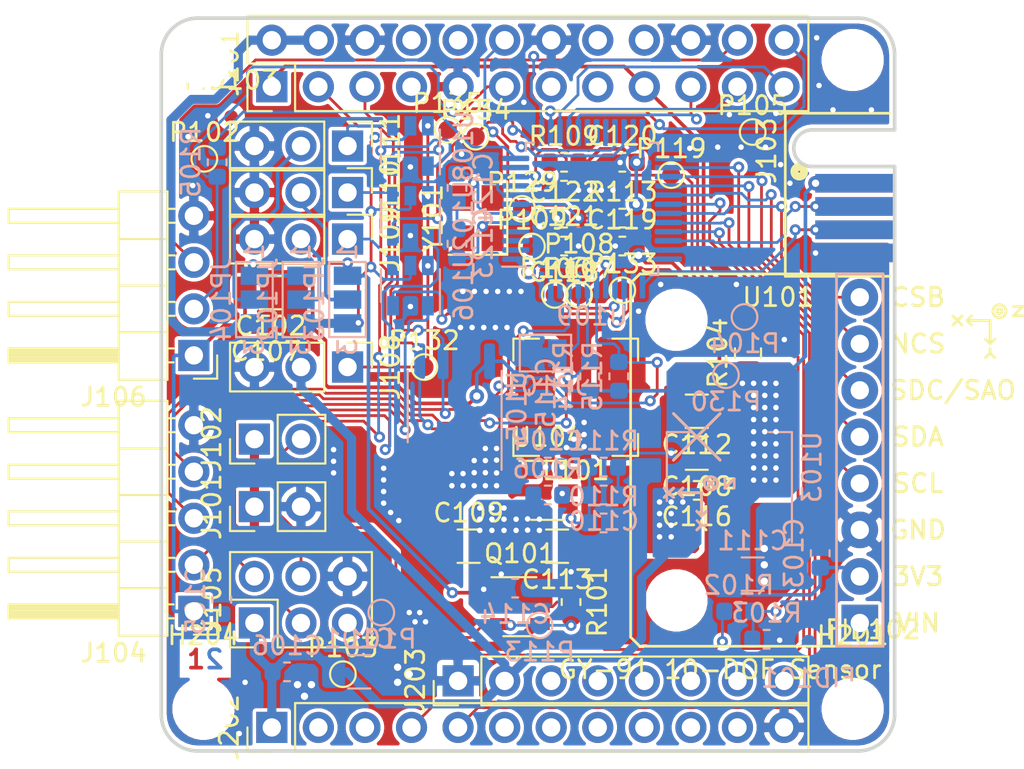
<source format=kicad_pcb>
(kicad_pcb (version 20171130) (host pcbnew "(5.1.6)-1")
  (layers (0 F.Cu signal) (31 B.Cu signal) (34 B.Paste user hide) (35 F.Paste user hide) (36 B.SilkS user hide) (37 F.SilkS user hide) (38 B.Mask user hide) (39 F.Mask user hide) (44 Edge.Cuts user))
  (net 0 "")
  (net 1 +5V)
  (net 2 GND)
  (net 3 +3V3)
  (net 4 +BATT)
  (net 5 "Net-(C121-Pad2)")
  (net 6 /~RST)
  (net 7 "Net-(C123-Pad1)")
  (net 8 "Net-(C124-Pad2)")
  (net 9 "Net-(J101-Pad1)")
  (net 10 "Net-(J102-Pad2)")
  (net 11 /SYS_SWCLK)
  (net 12 /SYS_SWDIO)
  (net 13 /WIND_PWM)
  (net 14 /I2C1_SCL)
  (net 15 /I2C1_SDA)
  (net 16 /RC_IBUS)
  (net 17 /RC_SERVO3)
  (net 18 /RC_SERVO2)
  (net 19 /RC_SERVO1)
  (net 20 /UART2_RX)
  (net 21 /UART2_TX)
  (net 22 /SPI1_MISO)
  (net 23 /SPI1_SCK)
  (net 24 /SPI1_MOSI)
  (net 25 "Net-(J109-Pad2)")
  (net 26 "Net-(J109-Pad1)")
  (net 27 "Net-(J110-Pad2)")
  (net 28 "Net-(J110-Pad1)")
  (net 29 "Net-(J111-Pad2)")
  (net 30 "Net-(J111-Pad1)")
  (net 31 /SPI2_SCK)
  (net 32 /SPI2_MISO)
  (net 33 /SPI2_MOSI)
  (net 34 "Net-(JP101-Pad2)")
  (net 35 /UBATT)
  (net 36 /~CS_MPU9250)
  (net 37 /~CS_BMP280)
  (net 38 /FAILSAFE_EN)
  (net 39 /SERVO1)
  (net 40 /SERVO2)
  (net 41 /SERVO3)
  (net 42 "Net-(R105-Pad1)")
  (net 43 /SPI1_NSS)
  (net 44 /USBD-)
  (net 45 /USBD+)
  (net 46 +3.3VP)
  (net 47 "Net-(R106-Pad1)")
  (net 48 "Net-(C104-Pad2)")
  (net 49 "Net-(C104-Pad1)")
  (net 50 "Net-(C110-Pad1)")
  (net 51 "/FriednlyARM NanoPi Air/CTS1")
  (net 52 "/FriednlyARM NanoPi Air/RTS1")
  (net 53 "/FriednlyARM NanoPi Air/CTS2_PA3")
  (net 54 "/FriednlyARM NanoPi Air/RTS2_PA2")
  (net 55 "/FriednlyARM NanoPi Air/RX1")
  (net 56 "/FriednlyARM NanoPi Air/TX1")
  (net 57 "/FriednlyARM NanoPi Air/PG11")
  (net 58 "/FriednlyARM NanoPi Air/I2S_DIN")
  (net 59 "/FriednlyARM NanoPi Air/I2S_DOUT")
  (net 60 "/FriednlyARM NanoPi Air/I2S_BCK")
  (net 61 "/FriednlyARM NanoPi Air/I2S_LRCK")
  (net 62 "/FriednlyARM NanoPi Air/PA17_SPDIF")
  (net 63 "/FriednlyARM NanoPi Air/PL11_IR")
  (net 64 "/FriednlyARM NanoPi Air/D1N")
  (net 65 "/FriednlyARM NanoPi Air/D1P")
  (net 66 "/FriednlyARM NanoPi Air/MP")
  (net 67 "/FriednlyARM NanoPi Air/MN")
  (net 68 "/FriednlyARM NanoPi Air/LR")
  (net 69 "/FriednlyARM NanoPi Air/LL")
  (net 70 "/FriednlyARM NanoPi Air/RX0")
  (net 71 "/FriednlyARM NanoPi Air/TX0")
  (net 72 "Net-(U101-Pad1)")
  (net 73 "Net-(U109-Pad46)")
  (net 74 "Net-(U109-Pad38)")
  (net 75 "Net-(U109-Pad25)")
  (net 76 "Net-(U109-Pad20)")
  (net 77 "Net-(U109-Pad19)")
  (net 78 "Net-(U109-Pad18)")
  (net 79 "Net-(U109-Pad11)")
  (net 80 "Net-(U109-Pad4)")
  (net 81 "Net-(U109-Pad3)")
  (net 82 "Net-(U109-Pad2)")
  (net 83 "Net-(Y101-Pad4)")
  (net 84 "Net-(Y101-Pad2)")
  (net 85 /DEBUG_TX)
  (net 86 /DEBUG_RX)
  (module TestPoint:TestPoint_Pad_D1.0mm (layer F.Cu) (at 144.2184 91.4664)
    (fp_text reference P109 (at 0 -1.448) (layer F.SilkS))
    (fp_text value ICT-Point)
    (pad 1 smd circle (at 0 0) (size 1 1) (layers F.Cu F.Mask) (net 3 +3V3))
  )
  (module TestPoint:TestPoint_Pad_D1.0mm (layer F.Cu) (at 146.7965 92.7745)
    (fp_text reference P108 (at 0 -1.448) (layer F.SilkS))
    (fp_text value ICT-Point)
    (pad 1 smd circle (at 0 0) (size 1 1) (layers F.Cu F.Mask) (net 2 GND))
  )
  (module TestPoint:TestPoint_Pad_D1.0mm (layer F.Cu) (at 146.7965 94.108)
    (fp_text reference P107 (at 0 -1.448) (layer F.SilkS))
    (fp_text value ICT-Point)
    (pad 1 smd circle (at 0 0) (size 1 1) (layers F.Cu F.Mask) (net 86 /DEBUG_RX))
  )
  (module TestPoint:TestPoint_Pad_D1.0mm (layer F.Cu) (at 145.463 94.108)
    (fp_text reference P106 (at 0 -1.448) (layer F.SilkS))
    (fp_text value ICT-Point)
    (pad 1 smd circle (at 0 0) (size 1 1) (layers F.Cu F.Mask) (net 85 /DEBUG_TX))
  )
  (module Capacitor_SMD:C_0603_1608Metric (layer B.Cu) (at 143.558 99.442 90)
    (fp_text reference C115 (at 0 1.43 90) (layer B.SilkS) (effects (justify mirror)))
    (fp_text value 100n hide)
    (pad 2 smd roundrect (at 0.7875 0 90) (size 0.875 0.95) (layers B.Cu B.Paste B.Mask) (net 3 +3V3))
    (pad 1 smd roundrect (at -0.7875 0 90) (size 0.875 0.95) (layers B.Cu B.Paste B.Mask) (net 2 GND))
  )
  (module Package_SO:SOIC-8_3.9x4.9mm_P1.27mm (layer B.Cu) (at 140.002 100.204 90)
    (fp_text reference U105 (at 0 3.4 270) (layer B.SilkS) (effects (justify mirror)))
    (fp_text value 24LC512 hide)
    (pad 8 smd roundrect (at 2.475 1.905 90) (size 1.95 0.6) (layers B.Cu B.Paste B.Mask) (net 3 +3V3))
    (pad 7 smd roundrect (at 2.475 0.635 90) (size 1.95 0.6) (layers B.Cu B.Paste B.Mask) (net 2 GND))
    (pad 6 smd roundrect (at 2.475 -0.635 90) (size 1.95 0.6) (layers B.Cu B.Paste B.Mask) (net 14 /I2C1_SCL))
    (pad 5 smd roundrect (at 2.475 -1.905 90) (size 1.95 0.6) (layers B.Cu B.Paste B.Mask) (net 15 /I2C1_SDA))
    (pad 4 smd roundrect (at -2.475 -1.905 90) (size 1.95 0.6) (layers B.Cu B.Paste B.Mask) (net 2 GND))
    (pad 3 smd roundrect (at -2.475 -0.635 90) (size 1.95 0.6) (layers B.Cu B.Paste B.Mask) (net 2 GND))
    (pad 2 smd roundrect (at -2.475 0.635 90) (size 1.95 0.6) (layers B.Cu B.Paste B.Mask) (net 2 GND))
    (pad 1 smd roundrect (at -2.475 1.905 90) (size 1.95 0.6) (layers B.Cu B.Paste B.Mask) (net 2 GND))
  )
  (module Resistor_SMD:R_0603_1608Metric (layer B.Cu) (at 148.13 103.506 180)
    (fp_text reference R111 (at 0 1.43 180) (layer B.SilkS) (effects (justify mirror)))
    (fp_text value 54.9k hide)
    (pad 2 smd roundrect (at 0.7875 0 180) (size 0.875 0.95) (layers B.Cu B.Paste B.Mask) (net 50 "Net-(C110-Pad1)"))
    (pad 1 smd roundrect (at -0.7875 0 180) (size 0.875 0.95) (layers B.Cu B.Paste B.Mask) (net 1 +5V))
  )
  (module Resistor_SMD:R_0603_1608Metric (layer B.Cu) (at 148.13 106.554 180)
    (fp_text reference R110 (at 0 1.43 180) (layer B.SilkS) (effects (justify mirror)))
    (fp_text value 10k hide)
    (pad 2 smd roundrect (at 0.7875 0 180) (size 0.875 0.95) (layers B.Cu B.Paste B.Mask) (net 50 "Net-(C110-Pad1)"))
    (pad 1 smd roundrect (at -0.7875 0 180) (size 0.875 0.95) (layers B.Cu B.Paste B.Mask) (net 2 GND))
  )
  (module Resistor_SMD:R_0603_1608Metric (layer B.Cu) (at 145.082 105.03 180)
    (fp_text reference R106 (at 0 1.43) (layer B.SilkS) (effects (justify mirror)))
    (fp_text value 10k hide)
    (pad 2 smd roundrect (at 0.7875 0 180) (size 0.875 0.95) (layers B.Cu B.Paste B.Mask) (net 4 +BATT))
    (pad 1 smd roundrect (at -0.7875 0 180) (size 0.875 0.95) (layers B.Cu B.Paste B.Mask) (net 47 "Net-(R106-Pad1)"))
  )
  (module Crystal:Crystal_SMD_SeikoEpson_FA238-4Pin_3.2x2.5mm (layer F.Cu) (at 141.272 89.917 90)
    (fp_text reference Y101 (at 0 -2.45 90) (layer F.SilkS))
    (fp_text value 8MHz hide)
    (pad 4 smd rect (at -1.1 -0.8 90) (size 1.4 1.2) (layers F.Cu F.Paste F.Mask) (net 83 "Net-(Y101-Pad4)"))
    (pad 3 smd rect (at 1.1 -0.8 90) (size 1.4 1.2) (layers F.Cu F.Paste F.Mask) (net 8 "Net-(C124-Pad2)"))
    (pad 2 smd rect (at 1.1 0.8 90) (size 1.4 1.2) (layers F.Cu F.Paste F.Mask) (net 84 "Net-(Y101-Pad2)"))
    (pad 1 smd rect (at -1.1 0.8 90) (size 1.4 1.2) (layers F.Cu F.Paste F.Mask) (net 7 "Net-(C123-Pad1)"))
  )
  (module Package_TO_SOT_SMD:SOT-23-6 (layer F.Cu) (at 145.082 104.776)
    (fp_text reference U104 (at 0 -2.9) (layer F.SilkS))
    (fp_text value TPS565208 hide)
    (pad 5 smd rect (at 1.1 0) (size 1.06 0.65) (layers F.Cu F.Paste F.Mask) (net 47 "Net-(R106-Pad1)"))
    (pad 6 smd rect (at 1.1 -0.95) (size 1.06 0.65) (layers F.Cu F.Paste F.Mask) (net 49 "Net-(C104-Pad1)"))
    (pad 4 smd rect (at 1.1 0.95) (size 1.06 0.65) (layers F.Cu F.Paste F.Mask) (net 50 "Net-(C110-Pad1)"))
    (pad 3 smd rect (at -1.1 0.95) (size 1.06 0.65) (layers F.Cu F.Paste F.Mask) (net 4 +BATT))
    (pad 2 smd rect (at -1.1 0) (size 1.06 0.65) (layers F.Cu F.Paste F.Mask) (net 48 "Net-(C104-Pad2)"))
    (pad 1 smd rect (at -1.1 -0.95) (size 1.06 0.65) (layers F.Cu F.Paste F.Mask) (net 2 GND))
  )
  (module Inductor_SMD:L_Bourns-SRN6028 (layer F.Cu) (at 146.606 99.696)
    (fp_text reference L101 (at 0 4) (layer F.SilkS))
    (fp_text value XAL6030-332MEB hide)
    (pad 2 smd rect (at 2.35 0) (size 1.6 5.7) (layers F.Cu F.Paste F.Mask) (net 1 +5V))
    (pad 1 smd rect (at -2.35 0) (size 1.6 5.7) (layers F.Cu F.Paste F.Mask) (net 48 "Net-(C104-Pad2)"))
  )
  (module Capacitor_SMD:C_0603_1608Metric (layer B.Cu) (at 143.304 110.11)
    (fp_text reference C114 (at 0 1.43) (layer B.SilkS) (effects (justify mirror)))
    (fp_text value 100n hide)
    (pad 2 smd roundrect (at 0.7875 0) (size 0.875 0.95) (layers B.Cu B.Paste B.Mask) (net 2 GND))
    (pad 1 smd roundrect (at -0.7875 0) (size 0.875 0.95) (layers B.Cu B.Paste B.Mask) (net 4 +BATT))
  )
  (module Capacitor_SMD:C_1206_3216Metric (layer F.Cu) (at 145.59 107.824 180)
    (fp_text reference C113 (at 0 -1.82) (layer F.SilkS))
    (fp_text value 10u hide)
    (pad 2 smd roundrect (at 1.4 0 180) (size 1.25 1.75) (layers F.Cu F.Paste F.Mask) (roundrect_rratio 0.2) (net 4 +BATT))
    (pad 1 smd roundrect (at -1.4 0 180) (size 1.25 1.75) (layers F.Cu F.Paste F.Mask) (roundrect_rratio 0.2) (net 2 GND))
  )
  (module Capacitor_SMD:C_1206_3216Metric (layer F.Cu) (at 153.21 100.458 180)
    (fp_text reference C112 (at 0 -1.82) (layer F.SilkS))
    (fp_text value 22u hide)
    (pad 2 smd roundrect (at 1.4 0 180) (size 1.25 1.75) (layers F.Cu F.Paste F.Mask) (roundrect_rratio 0.2) (net 1 +5V))
    (pad 1 smd roundrect (at -1.4 0 180) (size 1.25 1.75) (layers F.Cu F.Paste F.Mask) (roundrect_rratio 0.2) (net 2 GND))
  )
  (module Capacitor_SMD:C_0603_1608Metric (layer B.Cu) (at 148.13 105.03)
    (fp_text reference C110 (at 0 1.43 180) (layer B.SilkS) (effects (justify mirror)))
    (fp_text value nb hide)
    (pad 2 smd roundrect (at 0.7875 0) (size 0.875 0.95) (layers B.Cu B.Paste B.Mask) (net 1 +5V))
    (pad 1 smd roundrect (at -0.7875 0) (size 0.875 0.95) (layers B.Cu B.Paste B.Mask) (net 50 "Net-(C110-Pad1)"))
  )
  (module Capacitor_SMD:C_1206_3216Metric (layer F.Cu) (at 140.764 107.824)
    (fp_text reference C109 (at 0 -1.82) (layer F.SilkS))
    (fp_text value 10u hide)
    (pad 2 smd roundrect (at 1.4 0) (size 1.25 1.75) (layers F.Cu F.Paste F.Mask) (roundrect_rratio 0.2) (net 4 +BATT))
    (pad 1 smd roundrect (at -1.4 0) (size 1.25 1.75) (layers F.Cu F.Paste F.Mask) (roundrect_rratio 0.2) (net 2 GND))
  )
  (module Capacitor_SMD:C_1206_3216Metric (layer F.Cu) (at 153.21 102.744 180)
    (fp_text reference C108 (at 0 -1.82) (layer F.SilkS))
    (fp_text value 22u hide)
    (pad 2 smd roundrect (at 1.4 0 180) (size 1.25 1.75) (layers F.Cu F.Paste F.Mask) (roundrect_rratio 0.2) (net 1 +5V))
    (pad 1 smd roundrect (at -1.4 0 180) (size 1.25 1.75) (layers F.Cu F.Paste F.Mask) (roundrect_rratio 0.2) (net 2 GND))
  )
  (module Capacitor_SMD:C_0603_1608Metric (layer B.Cu) (at 145.082 103.506 180)
    (fp_text reference C104 (at 0 1.43) (layer B.SilkS) (effects (justify mirror)))
    (fp_text value 100n hide)
    (pad 2 smd roundrect (at 0.7875 0 180) (size 0.875 0.95) (layers B.Cu B.Paste B.Mask) (net 48 "Net-(C104-Pad2)"))
    (pad 1 smd roundrect (at -0.7875 0 180) (size 0.875 0.95) (layers B.Cu B.Paste B.Mask) (net 49 "Net-(C104-Pad1)"))
  )
  (module TestPoint:TestPoint_Pad_D1.0mm (layer F.Cu) (at 139.621 85.091)
    (fp_text reference P135 (at 0 -1.448) (layer F.SilkS))
    (fp_text value ICT-Point hide)
    (pad 1 smd circle (at 0 0) (size 1 1) (layers F.Cu F.Mask) (net 41 /SERVO3))
  )
  (module TestPoint:TestPoint_Pad_D1.0mm (layer F.Cu) (at 141.145 85.472)
    (fp_text reference P134 (at 0 -1.448) (layer F.SilkS))
    (fp_text value ICT-Point hide)
    (pad 1 smd circle (at 0 0) (size 1 1) (layers F.Cu F.Mask) (net 39 /SERVO1))
  )
  (module TestPoint:TestPoint_Pad_D1.0mm (layer F.Cu) (at 149.146 93.854)
    (fp_text reference P133 (at 0 -1.448) (layer F.SilkS))
    (fp_text value ICT-Point hide)
    (pad 1 smd circle (at 0 0) (size 1 1) (layers F.Cu F.Mask) (net 40 /SERVO2))
  )
  (module TestPoint:TestPoint_Pad_D1.0mm (layer F.Cu) (at 138.351 98.045)
    (fp_text reference P132 (at 0 -1.448) (layer F.SilkS))
    (fp_text value ICT-Point hide)
    (pad 1 smd circle (at 0 0) (size 1 1) (layers F.Cu F.Mask) (net 38 /FAILSAFE_EN))
  )
  (module TestPoint:TestPoint_Pad_D1.0mm (layer B.Cu) (at 154.7975 98.4895)
    (fp_text reference P130 (at 0 1.448) (layer B.SilkS) (effects (justify mirror)))
    (fp_text value ICT-Point hide)
    (pad 1 smd circle (at 0 0) (size 1 1) (layers B.Cu B.Mask) (net 3 +3V3))
  )
  (module TestPoint:TestPoint_Pad_D1.0mm (layer F.Cu) (at 143.685 89.409)
    (fp_text reference P129 (at 0 -1.448) (layer F.SilkS))
    (fp_text value ICT-Point hide)
    (pad 1 smd circle (at 0 0) (size 1 1) (layers F.Cu F.Mask) (net 6 /~RST))
  )
  (module TestPoint:TestPoint_Pad_D1.0mm (layer F.Cu) (at 151.813 87.5675)
    (fp_text reference P119 (at 0 -1.448) (layer F.SilkS))
    (fp_text value ICT-Point hide)
    (pad 1 smd circle (at 0 0) (size 1 1) (layers F.Cu F.Mask) (net 35 /UBATT))
  )
  (module TestPoint:TestPoint_Pad_D1.0mm (layer B.Cu) (at 144.6375 112.142)
    (fp_text reference P113 (at 0 1.448) (layer B.SilkS) (effects (justify mirror)))
    (fp_text value ICT-Point hide)
    (pad 1 smd circle (at 0 0) (size 1 1) (layers B.Cu B.Mask) (net 10 "Net-(J102-Pad2)"))
  )
  (module TestPoint:TestPoint_Pad_D1.0mm (layer F.Cu) (at 156.258 85.218)
    (fp_text reference P105 (at 0 -1.448) (layer F.SilkS))
    (fp_text value ICT-Point hide)
    (pad 1 smd circle (at 0 0) (size 1 1) (layers F.Cu F.Mask) (net 2 GND))
  )
  (module TestPoint:TestPoint_Pad_D1.0mm (layer B.Cu) (at 155.8135 95.3145)
    (fp_text reference P104 (at 0 1.448) (layer B.SilkS) (effects (justify mirror)))
    (fp_text value ICT-Point hide)
    (pad 1 smd circle (at 0 0) (size 1 1) (layers B.Cu B.Mask) (net 2 GND))
  )
  (module TestPoint:TestPoint_Pad_D1.0mm (layer F.Cu) (at 133.906 114.809)
    (fp_text reference P103 (at 0 -1.448) (layer F.SilkS))
    (fp_text value ICT-Point hide)
    (pad 1 smd circle (at 0 0) (size 1 1) (layers F.Cu F.Mask) (net 2 GND))
  )
  (module TestPoint:TestPoint_Pad_D1.0mm (layer F.Cu) (at 126.3495 86.6785)
    (fp_text reference P102 (at 0 -1.448) (layer F.SilkS))
    (fp_text value ICT-Point hide)
    (pad 1 smd circle (at 0 0) (size 1 1) (layers F.Cu F.Mask) (net 2 GND))
  )
  (module TestPoint:TestPoint_Pad_D1.0mm (layer B.Cu) (at 136.0015 111.4435)
    (fp_text reference P101 (at 0 1.448) (layer B.SilkS) (effects (justify mirror)))
    (fp_text value ICT-Point hide)
    (pad 1 smd circle (at 0 0) (size 1 1) (layers B.Cu B.Mask) (net 2 GND))
  )
  (module Fiducial:Fiducial_0.75mm_Mask1.5mm (layer F.Cu) (at 127.81 84.3925)
    (fp_text reference FID103 (at 0 -2) (layer F.SilkS))
    (fp_text value Fiducial hide)
    (pad "" smd circle (at 0 0) (size 0.75 0.75) (layers F.Cu F.Mask) (clearance 0.375))
  )
  (module Fiducial:Fiducial_0.75mm_Mask1.5mm (layer F.Cu) (at 162.8112 114.3772)
    (fp_text reference FID102 (at 0 -2) (layer F.SilkS))
    (fp_text value Fiducial hide)
    (pad "" smd circle (at 0 0) (size 0.75 0.75) (layers F.Cu F.Mask) (clearance 0.375))
  )
  (module Fiducial:Fiducial_0.75mm_Mask1.5mm (layer B.Cu) (at 159.306 113.031)
    (fp_text reference FID101 (at 0 2) (layer B.SilkS) (effects (justify mirror)))
    (fp_text value Fiducial hide)
    (pad "" smd circle (at 0 0) (size 0.75 0.75) (layers B.Cu B.Mask) (clearance 0.375))
  )
  (module Package_TO_SOT_SMD:SOT-23-6 (layer B.Cu) (at 137.589 85.98 90)
    (fp_text reference U108 (at 0 2.9 -90) (layer B.SilkS) (effects (justify mirror)))
    (fp_text value 74LVC1G97 hide)
    (pad 5 smd rect (at 1.1 0 90) (size 1.06 0.65) (layers B.Cu B.Paste B.Mask) (net 1 +5V))
    (pad 6 smd rect (at 1.1 0.95 90) (size 1.06 0.65) (layers B.Cu B.Paste B.Mask) (net 38 /FAILSAFE_EN))
    (pad 4 smd rect (at 1.1 -0.95 90) (size 1.06 0.65) (layers B.Cu B.Paste B.Mask) (net 30 "Net-(J111-Pad1)"))
    (pad 3 smd rect (at -1.1 -0.95 90) (size 1.06 0.65) (layers B.Cu B.Paste B.Mask) (net 41 /SERVO3))
    (pad 2 smd rect (at -1.1 0 90) (size 1.06 0.65) (layers B.Cu B.Paste B.Mask) (net 2 GND))
    (pad 1 smd rect (at -1.1 0.95 90) (size 1.06 0.65) (layers B.Cu B.Paste B.Mask) (net 17 /RC_SERVO3))
  )
  (module Package_TO_SOT_SMD:SOT-23-6 (layer B.Cu) (at 137.589 93.6 90)
    (fp_text reference U106 (at 0 2.9 270) (layer B.SilkS) (effects (justify mirror)))
    (fp_text value 74LVC1G97 hide)
    (pad 5 smd rect (at 1.1 0 90) (size 1.06 0.65) (layers B.Cu B.Paste B.Mask) (net 1 +5V))
    (pad 6 smd rect (at 1.1 0.95 90) (size 1.06 0.65) (layers B.Cu B.Paste B.Mask) (net 38 /FAILSAFE_EN))
    (pad 4 smd rect (at 1.1 -0.95 90) (size 1.06 0.65) (layers B.Cu B.Paste B.Mask) (net 26 "Net-(J109-Pad1)"))
    (pad 3 smd rect (at -1.1 -0.95 90) (size 1.06 0.65) (layers B.Cu B.Paste B.Mask) (net 40 /SERVO2))
    (pad 2 smd rect (at -1.1 0 90) (size 1.06 0.65) (layers B.Cu B.Paste B.Mask) (net 2 GND))
    (pad 1 smd rect (at -1.1 0.95 90) (size 1.06 0.65) (layers B.Cu B.Paste B.Mask) (net 18 /RC_SERVO2))
  )
  (module Package_TO_SOT_SMD:SOT-23-6 (layer B.Cu) (at 137.589 89.79 90)
    (fp_text reference U102 (at 0 2.9 90) (layer B.SilkS) (effects (justify mirror)))
    (fp_text value 74LVC1G97 hide)
    (pad 5 smd rect (at 1.1 0 90) (size 1.06 0.65) (layers B.Cu B.Paste B.Mask) (net 1 +5V))
    (pad 6 smd rect (at 1.1 0.95 90) (size 1.06 0.65) (layers B.Cu B.Paste B.Mask) (net 38 /FAILSAFE_EN))
    (pad 4 smd rect (at 1.1 -0.95 90) (size 1.06 0.65) (layers B.Cu B.Paste B.Mask) (net 28 "Net-(J110-Pad1)"))
    (pad 3 smd rect (at -1.1 -0.95 90) (size 1.06 0.65) (layers B.Cu B.Paste B.Mask) (net 39 /SERVO1))
    (pad 2 smd rect (at -1.1 0 90) (size 1.06 0.65) (layers B.Cu B.Paste B.Mask) (net 2 GND))
    (pad 1 smd rect (at -1.1 0.95 90) (size 1.06 0.65) (layers B.Cu B.Paste B.Mask) (net 19 /RC_SERVO1))
  )
  (module Resistor_SMD:R_0603_1608Metric (layer B.Cu) (at 148.9555 98.553 270)
    (fp_text reference R115 (at 0 1.43 90) (layer B.SilkS) (effects (justify mirror)))
    (fp_text value 4.7k hide)
    (pad 2 smd roundrect (at 0.7875 0 270) (size 0.875 0.95) (layers B.Cu B.Paste B.Mask) (net 3 +3V3))
    (pad 1 smd roundrect (at -0.7875 0 270) (size 0.875 0.95) (layers B.Cu B.Paste B.Mask) (net 14 /I2C1_SCL))
  )
  (module Resistor_SMD:R_0603_1608Metric (layer B.Cu) (at 147.368 98.553 270)
    (fp_text reference R114 (at 0 1.43 270) (layer B.SilkS) (effects (justify mirror)))
    (fp_text value 4.7k hide)
    (pad 2 smd roundrect (at 0.7875 0 270) (size 0.875 0.95) (layers B.Cu B.Paste B.Mask) (net 3 +3V3))
    (pad 1 smd roundrect (at -0.7875 0 270) (size 0.875 0.95) (layers B.Cu B.Paste B.Mask) (net 15 /I2C1_SDA))
  )
  (module Jumper:SolderJumper-3_P1.3mm_Open_Pad1.0x1.5mm_NumberLabels (layer B.Cu) (at 129.08 94.362 270)
    (fp_text reference JP104 (at 0 1.8 90) (layer B.SilkS) (effects (justify mirror)))
    (fp_text value "Servo3 psel")
    (fp_text user 1 (at -2.6 0 90) (layer B.SilkS) (effects (justify mirror)))
    (fp_text user 3 (at 2.6 0 90) (layer B.SilkS) (effects (justify mirror)))
    (pad 1 smd rect (at -1.3 0 270) (size 1 1.5) (layers B.Cu B.Mask) (net 4 +BATT))
    (pad 2 smd rect (at 0 0 270) (size 1 1.5) (layers B.Cu B.Mask) (net 29 "Net-(J111-Pad2)"))
    (pad 3 smd rect (at 1.3 0 270) (size 1 1.5) (layers B.Cu B.Mask) (net 1 +5V))
  )
  (module Jumper:SolderJumper-3_P1.3mm_Open_Pad1.0x1.5mm_NumberLabels (layer B.Cu) (at 134.16 94.362 270)
    (fp_text reference JP103 (at 0 1.8 90) (layer B.SilkS) (effects (justify mirror)))
    (fp_text value "Servo2 psel")
    (fp_text user 1 (at -2.6 0 90) (layer B.SilkS) (effects (justify mirror)))
    (fp_text user 3 (at 2.6 0 90) (layer B.SilkS) (effects (justify mirror)))
    (pad 1 smd rect (at -1.3 0 270) (size 1 1.5) (layers B.Cu B.Mask) (net 4 +BATT))
    (pad 2 smd rect (at 0 0 270) (size 1 1.5) (layers B.Cu B.Mask) (net 27 "Net-(J110-Pad2)"))
    (pad 3 smd rect (at 1.3 0 270) (size 1 1.5) (layers B.Cu B.Mask) (net 1 +5V))
  )
  (module Jumper:SolderJumper-3_P1.3mm_Open_Pad1.0x1.5mm_NumberLabels (layer B.Cu) (at 131.62 94.362 270)
    (fp_text reference JP102 (at 0 1.8 90) (layer B.SilkS) (effects (justify mirror)))
    (fp_text value "Servo1 psel")
    (fp_text user 1 (at -2.6 0 90) (layer B.SilkS) (effects (justify mirror)))
    (fp_text user 3 (at 2.6 0 90) (layer B.SilkS) (effects (justify mirror)))
    (pad 1 smd rect (at -1.3 0 270) (size 1 1.5) (layers B.Cu B.Mask) (net 4 +BATT))
    (pad 2 smd rect (at 0 0 270) (size 1 1.5) (layers B.Cu B.Mask) (net 25 "Net-(J109-Pad2)"))
    (pad 3 smd rect (at 1.3 0 270) (size 1 1.5) (layers B.Cu B.Mask) (net 1 +5V))
  )
  (module Package_QFP:LQFP-48_7x7mm_P0.5mm (layer B.Cu) (at 147.495 89.409)
    (fp_text reference U109 (at 0 5.85) (layer B.SilkS) (effects (justify mirror)))
    (fp_text value STM32F103C8Tx hide)
    (pad 48 smd roundrect (at -2.75 4.1625) (size 0.3 1.475) (layers B.Cu B.Paste B.Mask) (net 3 +3V3))
    (pad 47 smd roundrect (at -2.25 4.1625) (size 0.3 1.475) (layers B.Cu B.Paste B.Mask) (net 2 GND))
    (pad 46 smd roundrect (at -1.75 4.1625) (size 0.3 1.475) (layers B.Cu B.Paste B.Mask) (net 73 "Net-(U109-Pad46)"))
    (pad 45 smd roundrect (at -1.25 4.1625) (size 0.3 1.475) (layers B.Cu B.Paste B.Mask) (net 13 /WIND_PWM))
    (pad 44 smd roundrect (at -0.75 4.1625) (size 0.3 1.475) (layers B.Cu B.Paste B.Mask) (net 34 "Net-(JP101-Pad2)"))
    (pad 43 smd roundrect (at -0.25 4.1625) (size 0.3 1.475) (layers B.Cu B.Paste B.Mask) (net 15 /I2C1_SDA))
    (pad 42 smd roundrect (at 0.25 4.1625) (size 0.3 1.475) (layers B.Cu B.Paste B.Mask) (net 14 /I2C1_SCL))
    (pad 41 smd roundrect (at 0.75 4.1625) (size 0.3 1.475) (layers B.Cu B.Paste B.Mask) (net 86 /DEBUG_RX))
    (pad 40 smd roundrect (at 1.25 4.1625) (size 0.3 1.475) (layers B.Cu B.Paste B.Mask) (net 85 /DEBUG_TX))
    (pad 39 smd roundrect (at 1.75 4.1625) (size 0.3 1.475) (layers B.Cu B.Paste B.Mask) (net 40 /SERVO2))
    (pad 38 smd roundrect (at 2.25 4.1625) (size 0.3 1.475) (layers B.Cu B.Paste B.Mask) (net 74 "Net-(U109-Pad38)"))
    (pad 37 smd roundrect (at 2.75 4.1625) (size 0.3 1.475) (layers B.Cu B.Paste B.Mask) (net 11 /SYS_SWCLK))
    (pad 36 smd roundrect (at 4.1625 2.75) (size 1.475 0.3) (layers B.Cu B.Paste B.Mask) (net 3 +3V3))
    (pad 35 smd roundrect (at 4.1625 2.25) (size 1.475 0.3) (layers B.Cu B.Paste B.Mask) (net 2 GND))
    (pad 34 smd roundrect (at 4.1625 1.75) (size 1.475 0.3) (layers B.Cu B.Paste B.Mask) (net 12 /SYS_SWDIO))
    (pad 33 smd roundrect (at 4.1625 1.25) (size 1.475 0.3) (layers B.Cu B.Paste B.Mask) (net 45 /USBD+))
    (pad 32 smd roundrect (at 4.1625 0.75) (size 1.475 0.3) (layers B.Cu B.Paste B.Mask) (net 44 /USBD-))
    (pad 31 smd roundrect (at 4.1625 0.25) (size 1.475 0.3) (layers B.Cu B.Paste B.Mask) (net 36 /~CS_MPU9250))
    (pad 30 smd roundrect (at 4.1625 -0.25) (size 1.475 0.3) (layers B.Cu B.Paste B.Mask) (net 16 /RC_IBUS))
    (pad 29 smd roundrect (at 4.1625 -0.75) (size 1.475 0.3) (layers B.Cu B.Paste B.Mask) (net 37 /~CS_BMP280))
    (pad 28 smd roundrect (at 4.1625 -1.25) (size 1.475 0.3) (layers B.Cu B.Paste B.Mask) (net 33 /SPI2_MOSI))
    (pad 27 smd roundrect (at 4.1625 -1.75) (size 1.475 0.3) (layers B.Cu B.Paste B.Mask) (net 32 /SPI2_MISO))
    (pad 26 smd roundrect (at 4.1625 -2.25) (size 1.475 0.3) (layers B.Cu B.Paste B.Mask) (net 31 /SPI2_SCK))
    (pad 25 smd roundrect (at 4.1625 -2.75) (size 1.475 0.3) (layers B.Cu B.Paste B.Mask) (net 75 "Net-(U109-Pad25)"))
    (pad 24 smd roundrect (at 2.75 -4.1625) (size 0.3 1.475) (layers B.Cu B.Paste B.Mask) (net 3 +3V3))
    (pad 23 smd roundrect (at 2.25 -4.1625) (size 0.3 1.475) (layers B.Cu B.Paste B.Mask) (net 2 GND))
    (pad 22 smd roundrect (at 1.75 -4.1625) (size 0.3 1.475) (layers B.Cu B.Paste B.Mask) (net 39 /SERVO1))
    (pad 21 smd roundrect (at 1.25 -4.1625) (size 0.3 1.475) (layers B.Cu B.Paste B.Mask) (net 41 /SERVO3))
    (pad 20 smd roundrect (at 0.75 -4.1625) (size 0.3 1.475) (layers B.Cu B.Paste B.Mask) (net 76 "Net-(U109-Pad20)"))
    (pad 19 smd roundrect (at 0.25 -4.1625) (size 0.3 1.475) (layers B.Cu B.Paste B.Mask) (net 77 "Net-(U109-Pad19)"))
    (pad 18 smd roundrect (at -0.25 -4.1625) (size 0.3 1.475) (layers B.Cu B.Paste B.Mask) (net 78 "Net-(U109-Pad18)"))
    (pad 17 smd roundrect (at -0.75 -4.1625) (size 0.3 1.475) (layers B.Cu B.Paste B.Mask) (net 24 /SPI1_MOSI))
    (pad 16 smd roundrect (at -1.25 -4.1625) (size 0.3 1.475) (layers B.Cu B.Paste B.Mask) (net 22 /SPI1_MISO))
    (pad 15 smd roundrect (at -1.75 -4.1625) (size 0.3 1.475) (layers B.Cu B.Paste B.Mask) (net 23 /SPI1_SCK))
    (pad 14 smd roundrect (at -2.25 -4.1625) (size 0.3 1.475) (layers B.Cu B.Paste B.Mask) (net 43 /SPI1_NSS))
    (pad 13 smd roundrect (at -2.75 -4.1625) (size 0.3 1.475) (layers B.Cu B.Paste B.Mask) (net 20 /UART2_RX))
    (pad 12 smd roundrect (at -4.1625 -2.75) (size 1.475 0.3) (layers B.Cu B.Paste B.Mask) (net 42 "Net-(R105-Pad1)"))
    (pad 11 smd roundrect (at -4.1625 -2.25) (size 1.475 0.3) (layers B.Cu B.Paste B.Mask) (net 79 "Net-(U109-Pad11)"))
    (pad 10 smd roundrect (at -4.1625 -1.75) (size 1.475 0.3) (layers B.Cu B.Paste B.Mask) (net 35 /UBATT))
    (pad 9 smd roundrect (at -4.1625 -1.25) (size 1.475 0.3) (layers B.Cu B.Paste B.Mask) (net 5 "Net-(C121-Pad2)"))
    (pad 8 smd roundrect (at -4.1625 -0.75) (size 1.475 0.3) (layers B.Cu B.Paste B.Mask) (net 2 GND))
    (pad 7 smd roundrect (at -4.1625 -0.25) (size 1.475 0.3) (layers B.Cu B.Paste B.Mask) (net 6 /~RST))
    (pad 6 smd roundrect (at -4.1625 0.25) (size 1.475 0.3) (layers B.Cu B.Paste B.Mask) (net 8 "Net-(C124-Pad2)"))
    (pad 5 smd roundrect (at -4.1625 0.75) (size 1.475 0.3) (layers B.Cu B.Paste B.Mask) (net 7 "Net-(C123-Pad1)"))
    (pad 4 smd roundrect (at -4.1625 1.25) (size 1.475 0.3) (layers B.Cu B.Paste B.Mask) (net 80 "Net-(U109-Pad4)"))
    (pad 3 smd roundrect (at -4.1625 1.75) (size 1.475 0.3) (layers B.Cu B.Paste B.Mask) (net 81 "Net-(U109-Pad3)"))
    (pad 2 smd roundrect (at -4.1625 2.25) (size 1.475 0.3) (layers B.Cu B.Paste B.Mask) (net 82 "Net-(U109-Pad2)"))
    (pad 1 smd roundrect (at -4.1625 2.75) (size 1.475 0.3) (layers B.Cu B.Paste B.Mask) (net 3 +3V3))
  )
  (module Package_TO_SOT_SMD:SOT-223-3_TabPin2 (layer B.Cu) (at 154.988 103.506 90)
    (fp_text reference U103 (at 0 4.5 90) (layer B.SilkS) (effects (justify mirror)))
    (fp_text value LM1117-3.3 hide)
    (pad 1 smd rect (at -3.15 2.3 90) (size 2 1.5) (layers B.Cu B.Paste B.Mask) (net 2 GND))
    (pad 3 smd rect (at -3.15 -2.3 90) (size 2 1.5) (layers B.Cu B.Paste B.Mask) (net 1 +5V))
    (pad 2 smd rect (at -3.15 0 90) (size 2 1.5) (layers B.Cu B.Paste B.Mask) (net 3 +3V3))
    (pad 2 smd rect (at 3.15 0 90) (size 2 3.8) (layers B.Cu B.Paste B.Mask) (net 3 +3V3))
  )
  (module Resistor_SMD:R_0603_1608Metric (layer F.Cu) (at 149.146 89.917)
    (fp_text reference R113 (at 0 -1.43) (layer F.SilkS))
    (fp_text value 4.7k hide)
    (pad 2 smd roundrect (at 0.7875 0) (size 0.875 0.95) (layers F.Cu F.Paste F.Mask) (net 3 +3V3))
    (pad 1 smd roundrect (at -0.7875 0) (size 0.875 0.95) (layers F.Cu F.Paste F.Mask) (net 6 /~RST))
  )
  (module Resistor_SMD:R_0603_1608Metric (layer F.Cu) (at 145.971 86.869)
    (fp_text reference R109 (at 0 -1.43) (layer F.SilkS))
    (fp_text value bead hide)
    (pad 2 smd roundrect (at 0.7875 0) (size 0.875 0.95) (layers F.Cu F.Paste F.Mask) (net 3 +3V3))
    (pad 1 smd roundrect (at -0.7875 0) (size 0.875 0.95) (layers F.Cu F.Paste F.Mask) (net 5 "Net-(C121-Pad2)"))
  )
  (module Resistor_SMD:R_0603_1608Metric (layer B.Cu) (at 127.048 86.869 270)
    (fp_text reference R105 (at 0 1.43 90) (layer B.SilkS) (effects (justify mirror)))
    (fp_text value 0R hide)
    (pad 2 smd roundrect (at 0.7875 0 270) (size 0.875 0.95) (layers B.Cu B.Paste B.Mask) (net 21 /UART2_TX))
    (pad 1 smd roundrect (at -0.7875 0 270) (size 0.875 0.95) (layers B.Cu B.Paste B.Mask) (net 42 "Net-(R105-Pad1)"))
  )
  (module Resistor_SMD:R_0805_2012Metric (layer F.Cu) (at 156.004 97.283 90)
    (fp_text reference R104 (at 0 -1.65 90) (layer F.SilkS))
    (fp_text value "0R (nb)" hide)
    (pad 2 smd roundrect (at 0.9375 0 90) (size 0.975 1.4) (layers F.Cu F.Paste F.Mask) (net 46 +3.3VP))
    (pad 1 smd roundrect (at -0.9375 0 90) (size 0.975 1.4) (layers F.Cu F.Paste F.Mask) (net 3 +3V3))
  )
  (module Resistor_SMD:R_0603_1608Metric (layer B.Cu) (at 157.02 112.904 180)
    (fp_text reference R103 (at 0 1.43) (layer B.SilkS) (effects (justify mirror)))
    (fp_text value 10k hide)
    (pad 2 smd roundrect (at 0.7875 0 180) (size 0.875 0.95) (layers B.Cu B.Paste B.Mask) (net 35 /UBATT))
    (pad 1 smd roundrect (at -0.7875 0 180) (size 0.875 0.95) (layers B.Cu B.Paste B.Mask) (net 2 GND))
  )
  (module Resistor_SMD:R_0603_1608Metric (layer B.Cu) (at 155.496 111.38 180)
    (fp_text reference R102 (at 0 1.43) (layer B.SilkS) (effects (justify mirror)))
    (fp_text value 10k hide)
    (pad 2 smd roundrect (at 0.7875 0 180) (size 0.875 0.95) (layers B.Cu B.Paste B.Mask) (net 4 +BATT))
    (pad 1 smd roundrect (at -0.7875 0 180) (size 0.875 0.95) (layers B.Cu B.Paste B.Mask) (net 35 /UBATT))
  )
  (module Resistor_SMD:R_0603_1608Metric (layer F.Cu) (at 146.352 110.872 270)
    (fp_text reference R101 (at 0 -1.43 90) (layer F.SilkS))
    (fp_text value 47k hide)
    (pad 2 smd roundrect (at 0.7875 0 270) (size 0.875 0.95) (layers F.Cu F.Paste F.Mask) (net 10 "Net-(J102-Pad2)"))
    (pad 1 smd roundrect (at -0.7875 0 270) (size 0.875 0.95) (layers F.Cu F.Paste F.Mask) (net 2 GND))
  )
  (module Package_TO_SOT_SMD:SOT-23-6 (layer F.Cu) (at 143.558 111.126)
    (fp_text reference Q101 (at 0 -2.9) (layer F.SilkS))
    (fp_text value TSM3457 hide)
    (pad 5 smd rect (at 1.1 0) (size 1.06 0.65) (layers F.Cu F.Paste F.Mask) (net 4 +BATT))
    (pad 6 smd rect (at 1.1 -0.95) (size 1.06 0.65) (layers F.Cu F.Paste F.Mask) (net 4 +BATT))
    (pad 4 smd rect (at 1.1 0.95) (size 1.06 0.65) (layers F.Cu F.Paste F.Mask) (net 9 "Net-(J101-Pad1)"))
    (pad 3 smd rect (at -1.1 0.95) (size 1.06 0.65) (layers F.Cu F.Paste F.Mask) (net 10 "Net-(J102-Pad2)"))
    (pad 2 smd rect (at -1.1 0) (size 1.06 0.65) (layers F.Cu F.Paste F.Mask) (net 4 +BATT))
    (pad 1 smd rect (at -1.1 -0.95) (size 1.06 0.65) (layers F.Cu F.Paste F.Mask) (net 4 +BATT))
  )
  (module Jumper:SolderJumper-2_P1.3mm_Bridged_Pad1.0x1.5mm (layer B.Cu) (at 144.955 97.283)
    (fp_text reference JP101 (at 0 1.8) (layer B.SilkS) (effects (justify mirror)))
    (fp_text value BOOT0)
    (fp_poly (pts (xy -0.25 0.3) (xy 0.25 0.3) (xy 0.25 -0.3) (xy -0.25 -0.3)) (layer B.Cu) (width 0))
    (pad 2 smd rect (at 0.65 0) (size 1 1.5) (layers B.Cu B.Mask) (net 34 "Net-(JP101-Pad2)"))
    (pad 1 smd rect (at -0.65 0) (size 1 1.5) (layers B.Cu B.Mask) (net 2 GND))
  )
  (module Capacitor_SMD:C_0603_1608Metric (layer B.Cu) (at 140.129 88.266 90)
    (fp_text reference C124 (at 0 1.43 270) (layer B.SilkS) (effects (justify mirror)))
    (fp_text value 22p hide)
    (pad 2 smd roundrect (at 0.7875 0 90) (size 0.875 0.95) (layers B.Cu B.Paste B.Mask) (net 8 "Net-(C124-Pad2)"))
    (pad 1 smd roundrect (at -0.7875 0 90) (size 0.875 0.95) (layers B.Cu B.Paste B.Mask) (net 2 GND))
  )
  (module Capacitor_SMD:C_0603_1608Metric (layer B.Cu) (at 140.129 91.314 90)
    (fp_text reference C123 (at 0 1.43 270) (layer B.SilkS) (effects (justify mirror)))
    (fp_text value 22p hide)
    (pad 2 smd roundrect (at 0.7875 0 90) (size 0.875 0.95) (layers B.Cu B.Paste B.Mask) (net 2 GND))
    (pad 1 smd roundrect (at -0.7875 0 90) (size 0.875 0.95) (layers B.Cu B.Paste B.Mask) (net 7 "Net-(C123-Pad1)"))
  )
  (module Capacitor_SMD:C_0603_1608Metric (layer F.Cu) (at 145.971 89.917)
    (fp_text reference C122 (at 0 -1.43) (layer F.SilkS))
    (fp_text value 100n hide)
    (pad 2 smd roundrect (at 0.7875 0) (size 0.875 0.95) (layers F.Cu F.Paste F.Mask) (net 6 /~RST))
    (pad 1 smd roundrect (at -0.7875 0) (size 0.875 0.95) (layers F.Cu F.Paste F.Mask) (net 2 GND))
  )
  (module Capacitor_SMD:C_0603_1608Metric (layer F.Cu) (at 145.971 88.393 180)
    (fp_text reference C121 (at 0 -1.43) (layer F.SilkS))
    (fp_text value 100n hide)
    (pad 2 smd roundrect (at 0.7875 0 180) (size 0.875 0.95) (layers F.Cu F.Paste F.Mask) (net 5 "Net-(C121-Pad2)"))
    (pad 1 smd roundrect (at -0.7875 0 180) (size 0.875 0.95) (layers F.Cu F.Paste F.Mask) (net 2 GND))
  )
  (module Capacitor_SMD:C_0603_1608Metric (layer F.Cu) (at 149.146 86.869)
    (fp_text reference C120 (at 0 -1.43) (layer F.SilkS))
    (fp_text value 100n hide)
    (pad 2 smd roundrect (at 0.7875 0) (size 0.875 0.95) (layers F.Cu F.Paste F.Mask) (net 3 +3V3))
    (pad 1 smd roundrect (at -0.7875 0) (size 0.875 0.95) (layers F.Cu F.Paste F.Mask) (net 2 GND))
  )
  (module Capacitor_SMD:C_0603_1608Metric (layer F.Cu) (at 149.146 91.441)
    (fp_text reference C119 (at 0 -1.43) (layer F.SilkS))
    (fp_text value 100n hide)
    (pad 2 smd roundrect (at 0.7875 0) (size 0.875 0.95) (layers F.Cu F.Paste F.Mask) (net 3 +3V3))
    (pad 1 smd roundrect (at -0.7875 0) (size 0.875 0.95) (layers F.Cu F.Paste F.Mask) (net 2 GND))
  )
  (module Capacitor_SMD:C_0603_1608Metric (layer F.Cu) (at 145.971 91.441 180)
    (fp_text reference C118 (at 0 -1.43) (layer F.SilkS))
    (fp_text value 100n hide)
    (pad 2 smd roundrect (at 0.7875 0 180) (size 0.875 0.95) (layers F.Cu F.Paste F.Mask) (net 3 +3V3))
    (pad 1 smd roundrect (at -0.7875 0 180) (size 0.875 0.95) (layers F.Cu F.Paste F.Mask) (net 2 GND))
  )
  (module Capacitor_SMD:C_0603_1608Metric (layer F.Cu) (at 153.21 104.776 180)
    (fp_text reference C116 (at 0 -1.43) (layer F.SilkS))
    (fp_text value 100n hide)
    (pad 2 smd roundrect (at 0.7875 0 180) (size 0.875 0.95) (layers F.Cu F.Paste F.Mask) (net 1 +5V))
    (pad 1 smd roundrect (at -0.7875 0 180) (size 0.875 0.95) (layers F.Cu F.Paste F.Mask) (net 2 GND))
  )
  (module Capacitor_SMD:C_1206_3216Metric (layer B.Cu) (at 156.258 109.348 180)
    (fp_text reference C111 (at 0 1.82) (layer B.SilkS) (effects (justify mirror)))
    (fp_text value 10u hide)
    (pad 2 smd roundrect (at 1.4 0 180) (size 1.25 1.75) (layers B.Cu B.Paste B.Mask) (roundrect_rratio 0.2) (net 3 +3V3))
    (pad 1 smd roundrect (at -1.4 0 180) (size 1.25 1.75) (layers B.Cu B.Paste B.Mask) (roundrect_rratio 0.2) (net 2 GND))
  )
  (module Capacitor_SMD:C_0603_1608Metric (layer F.Cu) (at 129.715 95.759 180)
    (fp_text reference C107 (at 0 -1.43 180) (layer F.SilkS))
    (fp_text value 100n hide)
    (pad 2 smd roundrect (at 0.7875 0 180) (size 0.875 0.95) (layers F.Cu F.Paste F.Mask) (net 3 +3V3))
    (pad 1 smd roundrect (at -0.7875 0 180) (size 0.875 0.95) (layers F.Cu F.Paste F.Mask) (net 2 GND))
  )
  (module Capacitor_SMD:C_0603_1608Metric (layer B.Cu) (at 130.858 114.682 180)
    (fp_text reference C106 (at 0 1.43) (layer B.SilkS) (effects (justify mirror)))
    (fp_text value 100n hide)
    (pad 2 smd roundrect (at 0.7875 0 180) (size 0.875 0.95) (layers B.Cu B.Paste B.Mask) (net 1 +5V))
    (pad 1 smd roundrect (at -0.7875 0 180) (size 0.875 0.95) (layers B.Cu B.Paste B.Mask) (net 2 GND))
  )
  (module Capacitor_SMD:C_0603_1608Metric (layer B.Cu) (at 127.302 110.745 270)
    (fp_text reference C105 (at 0 1.43 90) (layer B.SilkS) (effects (justify mirror)))
    (fp_text value 100n hide)
    (pad 2 smd roundrect (at 0.7875 0 270) (size 0.875 0.95) (layers B.Cu B.Paste B.Mask) (net 3 +3V3))
    (pad 1 smd roundrect (at -0.7875 0 270) (size 0.875 0.95) (layers B.Cu B.Paste B.Mask) (net 2 GND))
  )
  (module Capacitor_SMD:C_0603_1608Metric (layer B.Cu) (at 159.941 108.205 270)
    (fp_text reference C103 (at 0 1.43 270) (layer B.SilkS) (effects (justify mirror)))
    (fp_text value 100n hide)
    (pad 2 smd roundrect (at 0.7875 0 270) (size 0.875 0.95) (layers B.Cu B.Paste B.Mask) (net 3 +3V3))
    (pad 1 smd roundrect (at -0.7875 0 270) (size 0.875 0.95) (layers B.Cu B.Paste B.Mask) (net 2 GND))
  )
  (module Capacitor_SMD:C_1206_3216Metric (layer F.Cu) (at 129.969 93.981 180)
    (fp_text reference C102 (at 0 -1.82) (layer F.SilkS))
    (fp_text value 10u hide)
    (pad 2 smd roundrect (at 1.4 0 180) (size 1.25 1.75) (layers F.Cu F.Paste F.Mask) (roundrect_rratio 0.2) (net 3 +3V3))
    (pad 1 smd roundrect (at -1.4 0 180) (size 1.25 1.75) (layers F.Cu F.Paste F.Mask) (roundrect_rratio 0.2) (net 2 GND))
  )
  (module Capacitor_SMD:C_1206_3216Metric (layer B.Cu) (at 134.795 114.682 180)
    (fp_text reference C101 (at 0 1.82) (layer B.SilkS) (effects (justify mirror)))
    (fp_text value 10u hide)
    (pad 2 smd roundrect (at 1.4 0 180) (size 1.25 1.75) (layers B.Cu B.Paste B.Mask) (roundrect_rratio 0.2) (net 1 +5V))
    (pad 1 smd roundrect (at -1.4 0 180) (size 1.25 1.75) (layers B.Cu B.Paste B.Mask) (roundrect_rratio 0.2) (net 2 GND))
  )
  (module SilentWorks:GY-91 (layer F.Cu) (at 162.1 112.015 180)
    (fp_text reference U101 (at 4.445 17.78) (layer F.SilkS))
    (fp_text value GY-91)
    (fp_text user SDC/SAO (at -5.08 12.7) (layer F.SilkS))
    (fp_text user VIN (at -3.175 0) (layer F.SilkS))
    (fp_text user GND (at -3.175 5.08) (layer F.SilkS))
    (fp_text user SDA (at -3.175 10.16) (layer F.SilkS))
    (fp_text user CSB (at -3.175 17.78) (layer F.SilkS))
    (fp_text user SCL (at -3.175 7.62) (layer F.SilkS))
    (fp_text user 3V3 (at -3.175 2.54) (layer F.SilkS))
    (fp_text user NCS (at -3.175 15.24) (layer F.SilkS))
    (fp_text user CSB (at -3.175 17.78) (layer F.SilkS))
    (fp_text user NCS (at -3.175 15.24) (layer F.SilkS))
    (fp_text user SDC/SAO (at -5.08 12.7) (layer F.SilkS))
    (fp_text user SDA (at -3.175 10.16) (layer F.SilkS))
    (fp_text user SCL (at -3.175 7.62) (layer F.SilkS))
    (fp_text user GND (at -3.175 5.08) (layer F.SilkS))
    (fp_text user 3V3 (at -3.175 2.54) (layer F.SilkS))
    (fp_text user VIN (at -3.175 0) (layer F.SilkS))
    (fp_text user "GY-91 10-DOF Sensor" (at 7.62 -2.54 180) (layer F.SilkS))
    (pad "" np_thru_hole circle (at 10 16.55 180) (size 3 3) (drill 3) (layers *.Cu *.Mask))
    (pad "" np_thru_hole circle (at 10 1.23 180) (size 3 3) (drill 3) (layers *.Cu *.Mask))
    (pad 8 thru_hole circle (at 0 17.78 180) (size 2 2) (drill 1) (layers *.Cu *.Mask) (net 36 /~CS_MPU9250))
    (pad 7 thru_hole circle (at 0 15.24 180) (size 2 2) (drill 1) (layers *.Cu *.Mask) (net 37 /~CS_BMP280))
    (pad 6 thru_hole circle (at 0 12.7 180) (size 2 2) (drill 1) (layers *.Cu *.Mask) (net 32 /SPI2_MISO))
    (pad 5 thru_hole circle (at 0 10.16 180) (size 2 2) (drill 1) (layers *.Cu *.Mask) (net 33 /SPI2_MOSI))
    (pad 4 thru_hole circle (at 0 7.62 180) (size 2 2) (drill 1) (layers *.Cu *.Mask) (net 31 /SPI2_SCK))
    (pad 3 thru_hole circle (at 0 5.08 180) (size 2 2) (drill 1) (layers *.Cu *.Mask) (net 2 GND))
    (pad 2 thru_hole circle (at 0 2.54 180) (size 2 2) (drill 1) (layers *.Cu *.Mask) (net 3 +3V3))
    (pad 1 thru_hole rect (at 0 0 180) (size 2 2) (drill 1) (layers *.Cu *.Mask) (net 72 "Net-(U101-Pad1)"))
  )
  (module MountingHole:MountingHole_3mm (layer F.Cu) (at 161.7132 116.7008)
    (fp_text reference H201 (at 0 -4) (layer F.SilkS))
    (fp_text value MountingHole hide)
    (pad 1 np_thru_hole circle (at 0 0) (size 3 3) (drill 3) (layers *.Cu *.Mask))
  )
  (module MountingHole:MountingHole_3mm (layer F.Cu) (at 126.2992 116.7008)
    (fp_text reference H204 (at 0 -4) (layer F.SilkS))
    (fp_text value MountingHole hide)
    (pad 1 np_thru_hole circle (at 0 0) (size 3 3) (drill 3) (layers *.Cu *.Mask))
  )
  (module Connector_PinHeader_2.54mm:PinHeader_1x03_P2.54mm_Vertical (layer F.Cu) (at 134.16 98.045 270)
    (fp_text reference J108 (at 0 -2.33 90) (layer F.SilkS))
    (fp_text value failsafe)
    (pad 3 thru_hole oval (at 0 5.08 270) (size 1.7 1.7) (drill 1) (layers *.Cu *.Mask) (net 2 GND))
    (pad 2 thru_hole oval (at 0 2.54 270) (size 1.7 1.7) (drill 1) (layers *.Cu *.Mask) (net 1 +5V))
    (pad 1 thru_hole rect (at 0 0 270) (size 1.7 1.7) (drill 1) (layers *.Cu *.Mask) (net 38 /FAILSAFE_EN))
  )
  (module Connector_PinHeader_2.54mm:PinHeader_1x03_P2.54mm_Vertical (layer F.Cu) (at 134.16 91.06 270)
    (fp_text reference J109 (at 0 -2.33 90) (layer F.SilkS))
    (fp_text value SERVO1)
    (pad 3 thru_hole oval (at 0 5.08 270) (size 1.7 1.7) (drill 1) (layers *.Cu *.Mask) (net 2 GND))
    (pad 2 thru_hole oval (at 0 2.54 270) (size 1.7 1.7) (drill 1) (layers *.Cu *.Mask) (net 25 "Net-(J109-Pad2)"))
    (pad 1 thru_hole rect (at 0 0 270) (size 1.7 1.7) (drill 1) (layers *.Cu *.Mask) (net 26 "Net-(J109-Pad1)"))
  )
  (module Connector_PinHeader_2.54mm:PinHeader_1x02_P2.54mm_Vertical (layer F.Cu) (at 129.08 105.665 90)
    (fp_text reference J101 (at 0 -2.33 90) (layer F.SilkS))
    (fp_text value battery)
    (pad 2 thru_hole oval (at 0 2.54 90) (size 1.7 1.7) (drill 1) (layers *.Cu *.Mask) (net 2 GND))
    (pad 1 thru_hole rect (at 0 0 90) (size 1.7 1.7) (drill 1) (layers *.Cu *.Mask) (net 9 "Net-(J101-Pad1)"))
  )
  (module Connector_PinHeader_2.54mm:PinHeader_2x03_P2.54mm_Vertical (layer F.Cu) (at 129.08 112.015 90)
    (fp_text reference J105 (at 1.27 -2.33 90) (layer F.SilkS))
    (fp_text value RC)
    (pad 6 thru_hole oval (at 2.54 5.08 90) (size 1.7 1.7) (drill 1) (layers *.Cu *.Mask) (net 2 GND))
    (pad 5 thru_hole oval (at 0 5.08 90) (size 1.7 1.7) (drill 1) (layers *.Cu *.Mask) (net 16 /RC_IBUS))
    (pad 4 thru_hole oval (at 2.54 2.54 90) (size 1.7 1.7) (drill 1) (layers *.Cu *.Mask) (net 17 /RC_SERVO3))
    (pad 3 thru_hole oval (at 0 2.54 90) (size 1.7 1.7) (drill 1) (layers *.Cu *.Mask) (net 19 /RC_SERVO1))
    (pad 2 thru_hole oval (at 2.54 0 90) (size 1.7 1.7) (drill 1) (layers *.Cu *.Mask) (net 18 /RC_SERVO2))
    (pad 1 thru_hole rect (at 0 0 90) (size 1.7 1.7) (drill 1) (layers *.Cu *.Mask) (net 1 +5V))
  )
  (module Connector_PinHeader_2.54mm:PinHeader_1x02_P2.54mm_Vertical (layer F.Cu) (at 129.08 101.982 90)
    (fp_text reference J102 (at 0 -2.33 90) (layer F.SilkS))
    (fp_text value switch)
    (pad 2 thru_hole oval (at 0 2.54 90) (size 1.7 1.7) (drill 1) (layers *.Cu *.Mask) (net 10 "Net-(J102-Pad2)"))
    (pad 1 thru_hole rect (at 0 0 90) (size 1.7 1.7) (drill 1) (layers *.Cu *.Mask) (net 9 "Net-(J101-Pad1)"))
  )
  (module Connector_PinHeader_2.54mm:PinHeader_1x08_P2.54mm_Vertical (layer F.Cu) (at 140.1892 115.1763 90)
    (fp_text reference J203 (at 0 -2.33 90) (layer F.SilkS))
    (fp_text value Audio-UART)
    (pad 8 thru_hole oval (at 0 17.78 90) (size 1.7 1.7) (drill 1) (layers *.Cu *.Mask) (net 66 "/FriednlyARM NanoPi Air/MP"))
    (pad 7 thru_hole oval (at 0 15.24 90) (size 1.7 1.7) (drill 1) (layers *.Cu *.Mask) (net 67 "/FriednlyARM NanoPi Air/MN"))
    (pad 6 thru_hole oval (at 0 12.7 90) (size 1.7 1.7) (drill 1) (layers *.Cu *.Mask) (net 68 "/FriednlyARM NanoPi Air/LR"))
    (pad 5 thru_hole oval (at 0 10.16 90) (size 1.7 1.7) (drill 1) (layers *.Cu *.Mask) (net 69 "/FriednlyARM NanoPi Air/LL"))
    (pad 4 thru_hole oval (at 0 7.62 90) (size 1.7 1.7) (drill 1) (layers *.Cu *.Mask) (net 70 "/FriednlyARM NanoPi Air/RX0"))
    (pad 3 thru_hole oval (at 0 5.08 90) (size 1.7 1.7) (drill 1) (layers *.Cu *.Mask) (net 71 "/FriednlyARM NanoPi Air/TX0"))
    (pad 2 thru_hole oval (at 0 2.54 90) (size 1.7 1.7) (drill 1) (layers *.Cu *.Mask) (net 1 +5V))
    (pad 1 thru_hole rect (at 0 0 90) (size 1.7 1.7) (drill 1) (layers *.Cu *.Mask) (net 2 GND))
  )
  (module Connector_PinHeader_2.54mm:PinHeader_1x12_P2.54mm_Vertical (layer F.Cu) (at 130.0292 117.7163 90)
    (fp_text reference J202 (at 0 -2.33 90) (layer F.SilkS))
    (fp_text value USB-Audio-IR)
    (pad 12 thru_hole oval (at 0 27.94 90) (size 1.7 1.7) (drill 1) (layers *.Cu *.Mask) (net 2 GND))
    (pad 11 thru_hole oval (at 0 25.4 90) (size 1.7 1.7) (drill 1) (layers *.Cu *.Mask) (net 58 "/FriednlyARM NanoPi Air/I2S_DIN"))
    (pad 10 thru_hole oval (at 0 22.86 90) (size 1.7 1.7) (drill 1) (layers *.Cu *.Mask) (net 59 "/FriednlyARM NanoPi Air/I2S_DOUT"))
    (pad 9 thru_hole oval (at 0 20.32 90) (size 1.7 1.7) (drill 1) (layers *.Cu *.Mask) (net 60 "/FriednlyARM NanoPi Air/I2S_BCK"))
    (pad 8 thru_hole oval (at 0 17.78 90) (size 1.7 1.7) (drill 1) (layers *.Cu *.Mask) (net 61 "/FriednlyARM NanoPi Air/I2S_LRCK"))
    (pad 7 thru_hole oval (at 0 15.24 90) (size 1.7 1.7) (drill 1) (layers *.Cu *.Mask) (net 62 "/FriednlyARM NanoPi Air/PA17_SPDIF"))
    (pad 6 thru_hole oval (at 0 12.7 90) (size 1.7 1.7) (drill 1) (layers *.Cu *.Mask) (net 63 "/FriednlyARM NanoPi Air/PL11_IR"))
    (pad 5 thru_hole oval (at 0 10.16 90) (size 1.7 1.7) (drill 1) (layers *.Cu *.Mask) (net 44 /USBD-))
    (pad 4 thru_hole oval (at 0 7.62 90) (size 1.7 1.7) (drill 1) (layers *.Cu *.Mask) (net 45 /USBD+))
    (pad 3 thru_hole oval (at 0 5.08 90) (size 1.7 1.7) (drill 1) (layers *.Cu *.Mask) (net 64 "/FriednlyARM NanoPi Air/D1N"))
    (pad 2 thru_hole oval (at 0 2.54 90) (size 1.7 1.7) (drill 1) (layers *.Cu *.Mask) (net 65 "/FriednlyARM NanoPi Air/D1P"))
    (pad 1 thru_hole rect (at 0 0 90) (size 1.7 1.7) (drill 1) (layers *.Cu *.Mask) (net 1 +5V))
  )
  (module Connector_PinHeader_2.54mm:PinHeader_2x12_P2.54mm_Vertical (layer F.Cu) (at 130.0292 82.7455 90)
    (fp_text reference J201 (at 1.27 -2.33 90) (layer F.SilkS))
    (fp_text value GPIO)
    (pad 24 thru_hole oval (at 2.54 27.94 90) (size 1.7 1.7) (drill 1) (layers *.Cu *.Mask) (net 43 /SPI1_NSS))
    (pad 23 thru_hole oval (at 0 27.94 90) (size 1.7 1.7) (drill 1) (layers *.Cu *.Mask) (net 23 /SPI1_SCK))
    (pad 22 thru_hole oval (at 2.54 25.4 90) (size 1.7 1.7) (drill 1) (layers *.Cu *.Mask) (net 20 /UART2_RX))
    (pad 21 thru_hole oval (at 0 25.4 90) (size 1.7 1.7) (drill 1) (layers *.Cu *.Mask) (net 22 /SPI1_MISO))
    (pad 20 thru_hole oval (at 2.54 22.86 90) (size 1.7 1.7) (drill 1) (layers *.Cu *.Mask) (net 2 GND))
    (pad 19 thru_hole oval (at 0 22.86 90) (size 1.7 1.7) (drill 1) (layers *.Cu *.Mask) (net 24 /SPI1_MOSI))
    (pad 18 thru_hole oval (at 2.54 20.32 90) (size 1.7 1.7) (drill 1) (layers *.Cu *.Mask) (net 51 "/FriednlyARM NanoPi Air/CTS1"))
    (pad 17 thru_hole oval (at 0 20.32 90) (size 1.7 1.7) (drill 1) (layers *.Cu *.Mask) (net 46 +3.3VP))
    (pad 16 thru_hole oval (at 2.54 17.78 90) (size 1.7 1.7) (drill 1) (layers *.Cu *.Mask) (net 52 "/FriednlyARM NanoPi Air/RTS1"))
    (pad 15 thru_hole oval (at 0 17.78 90) (size 1.7 1.7) (drill 1) (layers *.Cu *.Mask) (net 53 "/FriednlyARM NanoPi Air/CTS2_PA3"))
    (pad 14 thru_hole oval (at 2.54 15.24 90) (size 1.7 1.7) (drill 1) (layers *.Cu *.Mask) (net 2 GND))
    (pad 13 thru_hole oval (at 0 15.24 90) (size 1.7 1.7) (drill 1) (layers *.Cu *.Mask) (net 54 "/FriednlyARM NanoPi Air/RTS2_PA2"))
    (pad 12 thru_hole oval (at 2.54 12.7 90) (size 1.7 1.7) (drill 1) (layers *.Cu *.Mask) (net 6 /~RST))
    (pad 11 thru_hole oval (at 0 12.7 90) (size 1.7 1.7) (drill 1) (layers *.Cu *.Mask) (net 21 /UART2_TX))
    (pad 10 thru_hole oval (at 2.54 10.16 90) (size 1.7 1.7) (drill 1) (layers *.Cu *.Mask) (net 55 "/FriednlyARM NanoPi Air/RX1"))
    (pad 9 thru_hole oval (at 0 10.16 90) (size 1.7 1.7) (drill 1) (layers *.Cu *.Mask) (net 2 GND))
    (pad 8 thru_hole oval (at 2.54 7.62 90) (size 1.7 1.7) (drill 1) (layers *.Cu *.Mask) (net 56 "/FriednlyARM NanoPi Air/TX1"))
    (pad 7 thru_hole oval (at 0 7.62 90) (size 1.7 1.7) (drill 1) (layers *.Cu *.Mask) (net 57 "/FriednlyARM NanoPi Air/PG11"))
    (pad 6 thru_hole oval (at 2.54 5.08 90) (size 1.7 1.7) (drill 1) (layers *.Cu *.Mask) (net 2 GND))
    (pad 5 thru_hole oval (at 0 5.08 90) (size 1.7 1.7) (drill 1) (layers *.Cu *.Mask) (net 14 /I2C1_SCL))
    (pad 4 thru_hole oval (at 2.54 2.54 90) (size 1.7 1.7) (drill 1) (layers *.Cu *.Mask) (net 1 +5V))
    (pad 3 thru_hole oval (at 0 2.54 90) (size 1.7 1.7) (drill 1) (layers *.Cu *.Mask) (net 15 /I2C1_SDA))
    (pad 2 thru_hole oval (at 2.54 0 90) (size 1.7 1.7) (drill 1) (layers *.Cu *.Mask) (net 1 +5V))
    (pad 1 thru_hole rect (at 0 0 90) (size 1.7 1.7) (drill 1) (layers *.Cu *.Mask) (net 46 +3.3VP))
  )
  (module Connector_PinHeader_2.54mm:PinHeader_1x03_P2.54mm_Vertical (layer F.Cu) (at 134.16 85.98 270)
    (fp_text reference J111 (at 0 -2.33 90) (layer F.SilkS))
    (fp_text value SERVO3)
    (pad 3 thru_hole oval (at 0 5.08 270) (size 1.7 1.7) (drill 1) (layers *.Cu *.Mask) (net 2 GND))
    (pad 2 thru_hole oval (at 0 2.54 270) (size 1.7 1.7) (drill 1) (layers *.Cu *.Mask) (net 29 "Net-(J111-Pad2)"))
    (pad 1 thru_hole rect (at 0 0 270) (size 1.7 1.7) (drill 1) (layers *.Cu *.Mask) (net 30 "Net-(J111-Pad1)"))
  )
  (module Connector_PinHeader_2.54mm:PinHeader_1x03_P2.54mm_Vertical (layer F.Cu) (at 134.16 88.52 270)
    (fp_text reference J110 (at 0 -2.33 90) (layer F.SilkS))
    (fp_text value SERVO2)
    (pad 3 thru_hole oval (at 0 5.08 270) (size 1.7 1.7) (drill 1) (layers *.Cu *.Mask) (net 2 GND))
    (pad 2 thru_hole oval (at 0 2.54 270) (size 1.7 1.7) (drill 1) (layers *.Cu *.Mask) (net 27 "Net-(J110-Pad2)"))
    (pad 1 thru_hole rect (at 0 0 270) (size 1.7 1.7) (drill 1) (layers *.Cu *.Mask) (net 28 "Net-(J110-Pad1)"))
  )
  (module Connector_PinHeader_2.54mm:PinHeader_1x04_P2.54mm_Horizontal (layer F.Cu) (at 125.778 97.41 180)
    (fp_text reference J106 (at 4.385 -2.27) (layer F.SilkS))
    (fp_text value GPS)
    (pad 4 thru_hole oval (at 0 7.62 180) (size 1.7 1.7) (drill 1) (layers *.Cu *.Mask) (net 2 GND))
    (pad 3 thru_hole oval (at 0 5.08 180) (size 1.7 1.7) (drill 1) (layers *.Cu *.Mask) (net 20 /UART2_RX))
    (pad 2 thru_hole oval (at 0 2.54 180) (size 1.7 1.7) (drill 1) (layers *.Cu *.Mask) (net 21 /UART2_TX))
    (pad 1 thru_hole rect (at 0 0 180) (size 1.7 1.7) (drill 1) (layers *.Cu *.Mask) (net 3 +3V3))
  )
  (module Connector_PinHeader_2.54mm:PinHeader_1x05_P2.54mm_Horizontal (layer F.Cu) (at 125.778 111.38 180)
    (fp_text reference J104 (at 4.385 -2.27) (layer F.SilkS))
    (fp_text value wind)
    (pad 5 thru_hole oval (at 0 10.16 180) (size 1.7 1.7) (drill 1) (layers *.Cu *.Mask) (net 2 GND))
    (pad 4 thru_hole oval (at 0 7.62 180) (size 1.7 1.7) (drill 1) (layers *.Cu *.Mask) (net 13 /WIND_PWM))
    (pad 3 thru_hole oval (at 0 5.08 180) (size 1.7 1.7) (drill 1) (layers *.Cu *.Mask) (net 14 /I2C1_SCL))
    (pad 2 thru_hole oval (at 0 2.54 180) (size 1.7 1.7) (drill 1) (layers *.Cu *.Mask) (net 15 /I2C1_SDA))
    (pad 1 thru_hole rect (at 0 0 180) (size 1.7 1.7) (drill 1) (layers *.Cu *.Mask) (net 3 +3V3))
  )
  (module SilentWorks:SWD_connector (layer F.Cu) (at 161.846 88.012 270)
    (fp_text reference J103 (at -1.778 4.826 90) (layer F.SilkS))
    (fp_text value SWD)
    (pad 4 smd rect (at 3.81 0 270) (size 1.016 4.34) (layers B.Cu F.Paste F.Mask) (net 2 GND))
    (pad 3 smd rect (at 2.54 0 270) (size 1.016 4.34) (layers B.Cu F.Paste F.Mask) (net 11 /SYS_SWCLK))
    (pad 2 smd rect (at 1.27 0 270) (size 1.016 4.34) (layers B.Cu F.Paste F.Mask) (net 12 /SYS_SWDIO))
    (pad 1 smd rect (at 0 0 270) (size 1.016 4.34) (layers B.Cu F.Paste F.Mask) (net 3 +3V3))
    (pad 4 smd rect (at 3.81 0 270) (size 1.016 4.34) (layers F.Cu F.Paste F.Mask) (net 2 GND))
    (pad 3 smd rect (at 2.54 0 270) (size 1.016 4.34) (layers F.Cu F.Paste F.Mask) (net 11 /SYS_SWCLK))
    (pad 2 smd rect (at 1.27 0 270) (size 1.016 4.34) (layers F.Cu F.Paste F.Mask) (net 12 /SYS_SWDIO))
    (pad 1 smd rect (at 0 0 270) (size 1.016 4.34) (layers F.Cu F.Paste F.Mask) (net 3 +3V3))
  )
  (module MountingHole:MountingHole_3mm (layer F.Cu) (at 126.2992 81.2868)
    (fp_text reference H203 (at 0 -4) (layer F.SilkS))
    (fp_text value MountingHole hide)
    (pad 1 np_thru_hole circle (at 0 0) (size 3 3) (drill 3) (layers *.Cu *.Mask))
  )
  (module MountingHole:MountingHole_3mm (layer F.Cu) (at 161.7132 81.2868)
    (fp_text reference H202 (at 0 -4) (layer F.SilkS))
    (fp_text value MountingHole hide)
    (pad 1 np_thru_hole circle (at 0 0) (size 3 3) (drill 3) (layers *.Cu *.Mask))
  )
  (gr_text 2 (at 126.9 114) (layer B.Cu) (effects (font (size 1 1) (thickness 0.2)) (justify mirror)))
  (gr_text 1 (at 125.9 114) (layer F.Cu) (effects (font (size 1 1) (thickness 0.2))))
  (gr_line (start 164 85.1) (end 164 81) (layer Edge.Cuts) (width 0.2))
  (gr_line (start 159.5 85.1) (end 164 85.1) (layer Edge.Cuts) (width 0.2))
  (gr_line (start 159.5 87.1) (end 164 87.1) (layer Edge.Cuts) (width 0.2))
  (gr_arc (start 159.5 86.1) (end 159.5 85.1) (angle -180) (layer Edge.Cuts) (width 0.2))
  (gr_line (start 126 79) (end 162 79) (layer Edge.Cuts) (width 0.2))
  (gr_line (start 162 119) (end 126 119) (layer Edge.Cuts) (width 0.2))
  (gr_arc (start 162 81) (end 164 81) (angle -90) (layer Edge.Cuts) (width 0.2))
  (gr_line (start 164 87.1) (end 164 117) (layer Edge.Cuts) (width 0.2))
  (gr_arc (start 126 81) (end 126 79) (angle -90) (layer Edge.Cuts) (width 0.2))
  (gr_line (start 124 117) (end 124 81) (layer Edge.Cuts) (width 0.2))
  (gr_arc (start 126 117) (end 124 117) (angle -90) (layer Edge.Cuts) (width 0.2))
  (gr_arc (start 162 117) (end 162 119) (angle -90) (layer Edge.Cuts) (width 0.2))
  (via (at 157.7312 112.9548) (size 0.6) (drill 0.3) (layers F.Cu B.Cu) (net 2))
  (segment (start 146.4536 100.458) (end 145.9964 100.458) (width 0.1524) (layer B.Cu) (net 2))
  (segment (start 145.9964 100.458) (end 145.7424 100.204) (width 0.1524) (layer B.Cu) (net 2))
  (via (at 156.3088 100.9152) (size 0.6) (drill 0.3) (layers F.Cu B.Cu) (net 3))
  (via (at 156.3088 100.2548) (size 0.6) (drill 0.3) (layers F.Cu B.Cu) (net 3))
  (via (at 156.3088 99.5944) (size 0.6) (drill 0.3) (layers F.Cu B.Cu) (net 3))
  (segment (start 148.0792 95.886) (end 148.13 95.886) (width 0.1524) (layer F.Cu) (net 2))
  (segment (start 148.13 95.886) (end 148.384 96.14) (width 0.1524) (layer F.Cu) (net 2))
  (segment (start 148.384 96.14) (end 149.4 96.14) (width 0.1524) (layer F.Cu) (net 2))
  (segment (start 149.4 96.14) (end 149.654 95.886) (width 0.1524) (layer F.Cu) (net 2))
  (segment (start 149.654 95.886) (end 149.9588 95.5812) (width 0.1524) (layer F.Cu) (net 2))
  (via (at 143.982 106.3356) (size 0.6) (drill 0.3) (layers F.Cu B.Cu) (net 4))
  (via (at 143.3548 106.3508) (size 0.6) (drill 0.3) (layers F.Cu B.Cu) (net 4))
  (via (at 142.6944 106.3508) (size 0.6) (drill 0.3) (layers F.Cu B.Cu) (net 4))
  (via (at 142.034 106.3508) (size 0.6) (drill 0.3) (layers F.Cu B.Cu) (net 4))
  (via (at 144.6248 106.3508) (size 0.6) (drill 0.3) (layers F.Cu B.Cu) (net 4))
  (via (at 141.3736 106.3508) (size 0.6) (drill 0.3) (layers F.Cu B.Cu) (net 4))
  (via (at 143.982 106.9452) (size 0.6) (drill 0.3) (layers F.Cu B.Cu) (net 4))
  (via (at 143.3548 106.9604) (size 0.6) (drill 0.3) (layers F.Cu B.Cu) (net 4))
  (via (at 142.6944 106.9604) (size 0.6) (drill 0.3) (layers F.Cu B.Cu) (net 4))
  (via (at 142.034 106.9604) (size 0.6) (drill 0.3) (layers F.Cu B.Cu) (net 4))
  (via (at 144.6248 106.9604) (size 0.6) (drill 0.3) (layers F.Cu B.Cu) (net 4))
  (via (at 141.3736 106.9604) (size 0.6) (drill 0.3) (layers F.Cu B.Cu) (net 4))
  (via (at 141.6784 102.49) (size 0.6) (drill 0.3) (layers F.Cu B.Cu) (net 2))
  (via (at 141.6784 103.1504) (size 0.6) (drill 0.3) (layers F.Cu B.Cu) (net 2))
  (via (at 151.813 106.046) (size 0.6) (drill 0.3) (layers F.Cu B.Cu) (net 1))
  (via (at 151.813 106.681) (size 0.6) (drill 0.3) (layers F.Cu B.Cu) (net 1))
  (via (at 151.813 107.316) (size 0.6) (drill 0.3) (layers F.Cu B.Cu) (net 1))
  (via (at 152.448 105.411) (size 0.6) (drill 0.3) (layers F.Cu B.Cu) (net 1))
  (via (at 151.813 105.411) (size 0.6) (drill 0.3) (layers F.Cu B.Cu) (net 1))
  (segment (start 130.0292 114.7233) (end 130.0705 114.682) (width 0.5) (layer B.Cu) (net 1))
  (segment (start 130.0292 117.7163) (end 130.0292 114.7233) (width 0.5) (layer B.Cu) (net 1))
  (segment (start 129.08 113.6915) (end 130.0705 114.682) (width 0.5) (layer B.Cu) (net 1))
  (segment (start 129.08 112.015) (end 129.08 113.6915) (width 0.5) (layer B.Cu) (net 1))
  (segment (start 130.532112 114.220388) (end 130.0705 114.682) (width 0.5) (layer B.Cu) (net 1))
  (segment (start 130.94791 113.80459) (end 130.532112 114.220388) (width 0.5) (layer B.Cu) (net 1))
  (segment (start 132.51759 113.80459) (end 130.94791 113.80459) (width 0.5) (layer B.Cu) (net 1))
  (segment (start 133.395 114.682) (end 132.51759 113.80459) (width 0.5) (layer B.Cu) (net 1))
  (segment (start 141.879201 116.026299) (end 142.7292 115.1763) (width 0.5) (layer B.Cu) (net 1))
  (segment (start 141.476799 116.428701) (end 141.879201 116.026299) (width 0.5) (layer B.Cu) (net 1))
  (segment (start 135.866701 116.428701) (end 141.476799 116.428701) (width 0.5) (layer B.Cu) (net 1))
  (segment (start 134.12 114.682) (end 135.866701 116.428701) (width 0.5) (layer B.Cu) (net 1))
  (segment (start 133.395 114.682) (end 134.12 114.682) (width 0.5) (layer B.Cu) (net 1))
  (segment (start 132.5692 80.2055) (end 130.0292 80.2055) (width 0.5) (layer B.Cu) (net 1))
  (segment (start 128.201601 80.831018) (end 128.201601 82.199953) (width 0.5) (layer B.Cu) (net 1))
  (segment (start 130.0292 80.2055) (end 128.827119 80.2055) (width 0.5) (layer B.Cu) (net 1))
  (segment (start 128.827119 80.2055) (end 128.201601 80.831018) (width 0.5) (layer B.Cu) (net 1))
  (segment (start 128.232408 95.662) (end 129.08 95.662) (width 0.5) (layer B.Cu) (net 1))
  (segment (start 127.772007 96.122401) (end 128.232408 95.662) (width 0.5) (layer B.Cu) (net 1))
  (segment (start 125.176847 96.122401) (end 127.772007 96.122401) (width 0.5) (layer B.Cu) (net 1))
  (segment (start 124.525599 95.471153) (end 125.176847 96.122401) (width 0.5) (layer B.Cu) (net 1))
  (segment (start 124.525599 84.565401) (end 124.525599 95.471153) (width 0.5) (layer B.Cu) (net 1))
  (segment (start 125.651 83.44) (end 124.525599 84.565401) (width 0.5) (layer B.Cu) (net 1))
  (segment (start 131.62 98.045) (end 131.62 95.662) (width 0.5) (layer B.Cu) (net 1))
  (segment (start 129.08 95.662) (end 131.62 95.662) (width 0.5) (layer B.Cu) (net 1))
  (segment (start 131.62 95.662) (end 134.16 95.662) (width 0.5) (layer B.Cu) (net 1))
  (segment (start 127.385777 83.015777) (end 126.961554 83.44) (width 0.5) (layer B.Cu) (net 1))
  (segment (start 128.201601 82.199953) (end 127.385777 83.015777) (width 0.5) (layer B.Cu) (net 1))
  (segment (start 126.961554 83.44) (end 126.286 83.44) (width 0.5) (layer B.Cu) (net 1))
  (segment (start 126.286 83.44) (end 125.651 83.44) (width 0.5) (layer B.Cu) (net 1))
  (via (at 135.43 92.584) (size 0.6) (drill 0.3) (layers F.Cu B.Cu) (net 1))
  (via (at 134.75059 95.632) (size 0.6) (drill 0.3) (layers F.Cu B.Cu) (net 1))
  (segment (start 135.67163 85.52313) (end 135.67163 85.509176) (width 0.1524) (layer B.Cu) (net 1))
  (segment (start 137.146881 85.638601) (end 135.801055 85.638601) (width 0.1524) (layer B.Cu) (net 1))
  (via (at 135.67163 85.509176) (size 0.6) (drill 0.3) (layers F.Cu B.Cu) (net 1))
  (segment (start 137.589 85.196482) (end 137.146881 85.638601) (width 0.1524) (layer B.Cu) (net 1))
  (segment (start 135.801055 85.638601) (end 135.67163 85.509176) (width 0.1524) (layer B.Cu) (net 1))
  (segment (start 135.787101 85.638601) (end 135.67163 85.52313) (width 0.1524) (layer B.Cu) (net 1))
  (segment (start 137.589 84.88) (end 137.589 85.196482) (width 0.1524) (layer B.Cu) (net 1))
  (segment (start 135.444308 85.736498) (end 135.67163 85.509176) (width 0.1524) (layer F.Cu) (net 1))
  (segment (start 135.546015 89.448601) (end 135.444308 89.550308) (width 0.1524) (layer B.Cu) (net 1))
  (segment (start 135.444308 89.550308) (end 135.444308 85.736498) (width 0.1524) (layer F.Cu) (net 1))
  (segment (start 137.589 88.69) (end 137.589 89.3724) (width 0.1524) (layer B.Cu) (net 1))
  (segment (start 135.444308 92.681993) (end 135.444308 89.550308) (width 0.1524) (layer F.Cu) (net 1))
  (segment (start 137.512799 89.448601) (end 135.546015 89.448601) (width 0.1524) (layer B.Cu) (net 1))
  (segment (start 137.589 89.3724) (end 137.512799 89.448601) (width 0.1524) (layer B.Cu) (net 1))
  (via (at 135.444308 89.550308) (size 0.6) (drill 0.3) (layers F.Cu B.Cu) (net 1))
  (segment (start 148.9175 105.03) (end 148.9175 103.506) (width 0.1542) (layer B.Cu) (net 1))
  (via (at 151.81 102.744) (size 0.6) (drill 0.3) (layers F.Cu B.Cu) (net 1))
  (segment (start 148.9175 103.506) (end 149.6795 102.744) (width 0.1542) (layer B.Cu) (net 1))
  (segment (start 149.6795 102.744) (end 151.81 102.744) (width 0.1542) (layer B.Cu) (net 1))
  (segment (start 134.75059 93.26341) (end 135.43 92.584) (width 0.1524) (layer F.Cu) (net 1))
  (segment (start 134.75059 95.632) (end 134.75059 93.26341) (width 0.1524) (layer F.Cu) (net 1))
  (segment (start 136.104601 93.258601) (end 135.43 92.584) (width 0.1524) (layer B.Cu) (net 1))
  (segment (start 137.512799 93.258601) (end 136.104601 93.258601) (width 0.1524) (layer B.Cu) (net 1))
  (segment (start 137.589 92.5) (end 137.589 93.1824) (width 0.1524) (layer B.Cu) (net 1))
  (segment (start 137.589 93.1824) (end 137.512799 93.258601) (width 0.1524) (layer B.Cu) (net 1))
  (via (at 151.178 107.316) (size 0.6) (drill 0.3) (layers F.Cu B.Cu) (net 1))
  (via (at 151.178 106.681) (size 0.6) (drill 0.3) (layers F.Cu B.Cu) (net 1))
  (via (at 151.178 106.046) (size 0.6) (drill 0.3) (layers F.Cu B.Cu) (net 1))
  (via (at 151.178 105.411) (size 0.6) (drill 0.3) (layers F.Cu B.Cu) (net 1))
  (segment (start 143.9855 113.92) (end 142.7292 115.1763) (width 0.5) (layer B.Cu) (net 1))
  (segment (start 149.146 113.92) (end 143.9855 113.92) (width 0.5) (layer B.Cu) (net 1))
  (segment (start 150.197599 112.868401) (end 149.146 113.92) (width 0.5) (layer B.Cu) (net 1))
  (segment (start 152.448 107.316) (end 150.197599 109.566401) (width 0.5) (layer B.Cu) (net 1))
  (segment (start 150.197599 109.566401) (end 150.197599 112.868401) (width 0.5) (layer B.Cu) (net 1))
  (segment (start 131.62 99.188) (end 131.62 98.045) (width 0.5) (layer B.Cu) (net 1))
  (segment (start 134.378657 101.946657) (end 131.62 99.188) (width 0.5) (layer B.Cu) (net 1))
  (segment (start 134.378657 105.907211) (end 134.378657 101.946657) (width 0.5) (layer B.Cu) (net 1))
  (segment (start 142.7292 115.1763) (end 142.7292 114.257754) (width 0.5) (layer B.Cu) (net 1))
  (segment (start 142.7292 114.257754) (end 134.378657 105.907211) (width 0.5) (layer B.Cu) (net 1))
  (via (at 137.589 94.743) (size 0.6) (drill 0.3) (layers F.Cu B.Cu) (net 2))
  (via (at 137.589 87.123) (size 0.6) (drill 0.3) (layers F.Cu B.Cu) (net 2))
  (via (at 137.589 90.8695) (size 0.6) (drill 0.3) (layers F.Cu B.Cu) (net 2))
  (via (at 145.59 89.917) (size 0.6) (drill 0.3) (layers F.Cu B.Cu) (net 2))
  (via (at 148.765 91.441) (size 0.6) (drill 0.3) (layers F.Cu B.Cu) (net 2))
  (segment (start 148.885601 91.320399) (end 148.765 91.441) (width 0.1524) (layer B.Cu) (net 2))
  (segment (start 150.336729 91.320399) (end 148.885601 91.320399) (width 0.1524) (layer B.Cu) (net 2))
  (segment (start 151.6575 91.659) (end 150.67533 91.659) (width 0.1524) (layer B.Cu) (net 2))
  (segment (start 150.67533 91.659) (end 150.336729 91.320399) (width 0.1524) (layer B.Cu) (net 2))
  (segment (start 148.765 91.441) (end 148.3585 91.441) (width 0.1524) (layer F.Cu) (net 2))
  (via (at 146.7585 91.441) (size 0.6) (drill 0.3) (layers F.Cu B.Cu) (net 2))
  (segment (start 146.538 91.441) (end 146.7585 91.441) (width 0.1524) (layer B.Cu) (net 2))
  (segment (start 145.245 92.734) (end 146.538 91.441) (width 0.1524) (layer B.Cu) (net 2))
  (segment (start 145.245 93.5715) (end 145.245 92.734) (width 0.1524) (layer B.Cu) (net 2))
  (via (at 146.7585 88.393) (size 0.6) (drill 0.3) (layers F.Cu B.Cu) (net 2))
  (segment (start 143.3325 88.659) (end 146.4925 88.659) (width 0.1524) (layer B.Cu) (net 2))
  (segment (start 146.4925 88.659) (end 146.7585 88.393) (width 0.1524) (layer B.Cu) (net 2))
  (via (at 159.687 91.822) (size 0.6) (drill 0.3) (layers F.Cu B.Cu) (net 2))
  (segment (start 161.846 91.822) (end 159.687 91.822) (width 0.1524) (layer F.Cu) (net 2))
  (via (at 146.352 109.221) (size 0.6) (drill 0.3) (layers F.Cu B.Cu) (net 2))
  (via (at 156.893 109.729) (size 0.8) (drill 0.4) (layers F.Cu B.Cu) (net 2))
  (via (at 156.893 108.84) (size 0.8) (drill 0.4) (layers F.Cu B.Cu) (net 2))
  (via (at 156.893 107.951) (size 0.8) (drill 0.4) (layers F.Cu B.Cu) (net 2))
  (via (at 152.829 86.107) (size 0.6) (drill 0.3) (layers F.Cu B.Cu) (net 2))
  (via (at 157.9852 96.5464) (size 0.6) (drill 0.3) (layers F.Cu B.Cu) (net 2))
  (segment (start 149.745 85.2465) (end 149.745 85.91337) (width 0.1524) (layer B.Cu) (net 2))
  (segment (start 146.471281 80.2055) (end 145.2692 80.2055) (width 0.1524) (layer B.Cu) (net 2))
  (segment (start 146.479 80.213219) (end 146.471281 80.2055) (width 0.1524) (layer B.Cu) (net 2))
  (segment (start 146.479 80.773) (end 146.479 80.213219) (width 0.1524) (layer B.Cu) (net 2))
  (segment (start 146.990101 81.284101) (end 146.479 80.773) (width 0.1524) (layer B.Cu) (net 2))
  (segment (start 151.810599 81.284101) (end 146.990101 81.284101) (width 0.1524) (layer B.Cu) (net 2))
  (segment (start 151.687119 80.2055) (end 151.686 80.206619) (width 0.1524) (layer B.Cu) (net 2))
  (segment (start 152.8892 80.2055) (end 151.687119 80.2055) (width 0.1524) (layer B.Cu) (net 2))
  (segment (start 151.686 81.159502) (end 151.810599 81.284101) (width 0.1524) (layer B.Cu) (net 2))
  (segment (start 151.686 80.206619) (end 151.686 81.159502) (width 0.1524) (layer B.Cu) (net 2))
  (via (at 136.8905 114.428) (size 0.8) (drill 0.4) (layers F.Cu B.Cu) (net 2))
  (via (at 136.8905 115.2535) (size 0.8) (drill 0.4) (layers F.Cu B.Cu) (net 2))
  (via (at 131.4295 115.3805) (size 0.8) (drill 0.4) (layers F.Cu B.Cu) (net 2))
  (via (at 132.1915 115.3805) (size 0.8) (drill 0.4) (layers F.Cu B.Cu) (net 2))
  (via (at 131.8105 116.0155) (size 0.8) (drill 0.4) (layers F.Cu B.Cu) (net 2))
  (via (at 137.5255 114.809) (size 0.8) (drill 0.4) (layers F.Cu B.Cu) (net 2))
  (segment (start 140.129 89.0535) (end 140.129 90.5265) (width 0.1524) (layer B.Cu) (net 2))
  (segment (start 143.3325 88.659) (end 142.66563 88.659) (width 0.1524) (layer B.Cu) (net 2))
  (segment (start 142.3515 88.34487) (end 142.3515 86.9325) (width 0.1524) (layer B.Cu) (net 2))
  (segment (start 139.42539 88.34989) (end 140.129 89.0535) (width 0.1524) (layer B.Cu) (net 2))
  (segment (start 142.3515 86.9325) (end 142.23139 86.81239) (width 0.1524) (layer B.Cu) (net 2))
  (segment (start 142.66563 88.659) (end 142.3515 88.34487) (width 0.1524) (layer B.Cu) (net 2))
  (segment (start 142.23139 86.81239) (end 139.687446 86.81239) (width 0.1524) (layer B.Cu) (net 2))
  (segment (start 139.687446 86.81239) (end 139.42539 87.074446) (width 0.1524) (layer B.Cu) (net 2))
  (via (at 136.1285 103.5695) (size 0.6) (drill 0.3) (layers F.Cu B.Cu) (net 2))
  (via (at 136.1285 104.2045) (size 0.6) (drill 0.3) (layers F.Cu B.Cu) (net 2))
  (via (at 136.1285 104.8395) (size 0.6) (drill 0.3) (layers F.Cu B.Cu) (net 2))
  (via (at 136.1285 105.4745) (size 0.6) (drill 0.3) (layers F.Cu B.Cu) (net 2))
  (segment (start 135.1092 80.2055) (end 136.196 80.2055) (width 0.1524) (layer B.Cu) (net 2))
  (segment (start 136.196 80.2055) (end 136.319 80.3285) (width 0.1524) (layer B.Cu) (net 2))
  (segment (start 137.131471 81.284101) (end 138.474899 81.284101) (width 0.1524) (layer B.Cu) (net 2))
  (segment (start 136.319 80.3285) (end 136.319 80.47163) (width 0.1524) (layer B.Cu) (net 2))
  (segment (start 136.319 80.47163) (end 137.131471 81.284101) (width 0.1524) (layer B.Cu) (net 2))
  (segment (start 138.474899 81.284101) (end 138.859 80.9) (width 0.1524) (layer B.Cu) (net 2))
  (segment (start 139.413399 87.931399) (end 139.42539 87.94339) (width 0.1524) (layer B.Cu) (net 2))
  (segment (start 137.589 87.7624) (end 137.757999 87.931399) (width 0.1524) (layer B.Cu) (net 2))
  (segment (start 137.589 87.08) (end 137.589 87.7624) (width 0.1524) (layer B.Cu) (net 2))
  (via (at 137.5255 111.4435) (size 0.6) (drill 0.3) (layers F.Cu B.Cu) (net 2))
  (via (at 137.843 111.9515) (size 0.6) (drill 0.3) (layers F.Cu B.Cu) (net 2))
  (via (at 138.097 111.4435) (size 0.6) (drill 0.3) (layers F.Cu B.Cu) (net 2))
  (via (at 138.4145 111.9515) (size 0.6) (drill 0.3) (layers F.Cu B.Cu) (net 2))
  (via (at 136.5095 105.9825) (size 0.6) (drill 0.3) (layers F.Cu B.Cu) (net 2))
  (via (at 133.398 102.5535) (size 0.6) (drill 0.3) (layers F.Cu B.Cu) (net 2))
  (via (at 133.398 103.1885) (size 0.6) (drill 0.3) (layers F.Cu B.Cu) (net 2))
  (via (at 133.398 103.8235) (size 0.6) (drill 0.3) (layers F.Cu B.Cu) (net 2))
  (via (at 150.035 94.997) (size 0.6) (drill 0.3) (layers F.Cu B.Cu) (net 2))
  (via (at 151.2415 93.5365) (size 0.6) (drill 0.3) (layers F.Cu B.Cu) (net 2))
  (via (at 155.369 93.5365) (size 0.6) (drill 0.3) (layers F.Cu B.Cu) (net 2))
  (via (at 143.6215 93.9175) (size 0.6) (drill 0.3) (layers F.Cu B.Cu) (net 2))
  (via (at 140.4465 93.9175) (size 0.6) (drill 0.3) (layers F.Cu B.Cu) (net 2))
  (via (at 142.8595 95.886) (size 0.6) (drill 0.3) (layers F.Cu B.Cu) (net 2))
  (via (at 142.2245 95.886) (size 0.6) (drill 0.3) (layers F.Cu B.Cu) (net 2))
  (via (at 141.5895 95.886) (size 0.6) (drill 0.3) (layers F.Cu B.Cu) (net 2))
  (via (at 140.9545 95.886) (size 0.6) (drill 0.3) (layers F.Cu B.Cu) (net 2))
  (via (at 140.3195 95.886) (size 0.6) (drill 0.3) (layers F.Cu B.Cu) (net 2))
  (via (at 141.0815 93.9175) (size 0.6) (drill 0.3) (layers F.Cu B.Cu) (net 2))
  (via (at 141.7165 93.9175) (size 0.6) (drill 0.3) (layers F.Cu B.Cu) (net 2))
  (via (at 142.3515 93.9175) (size 0.6) (drill 0.3) (layers F.Cu B.Cu) (net 2))
  (via (at 142.9865 93.9175) (size 0.6) (drill 0.3) (layers F.Cu B.Cu) (net 2))
  (via (at 144.6375 90.3615) (size 0.6) (drill 0.3) (layers F.Cu B.Cu) (net 2))
  (via (at 147.368 88.393) (size 0.6) (drill 0.3) (layers F.Cu B.Cu) (net 2))
  (via (at 148.003 88.393) (size 0.6) (drill 0.3) (layers F.Cu B.Cu) (net 2))
  (via (at 148.638 88.393) (size 0.6) (drill 0.3) (layers F.Cu B.Cu) (net 2))
  (via (at 154.353 86.0435) (size 0.6) (drill 0.3) (layers F.Cu B.Cu) (net 2))
  (via (at 156.9565 86.0435) (size 0.6) (drill 0.3) (layers F.Cu B.Cu) (net 2))
  (via (at 158.29 88.012) (size 0.6) (drill 0.3) (layers F.Cu B.Cu) (net 2))
  (via (at 162.735 84.0115) (size 0.6) (drill 0.3) (layers F.Cu B.Cu) (net 2))
  (via (at 160.6395 84.0115) (size 0.6) (drill 0.3) (layers F.Cu B.Cu) (net 2))
  (via (at 159.8775 82.678) (size 0.6) (drill 0.3) (layers F.Cu B.Cu) (net 2))
  (via (at 157.528 84.202) (size 0.6) (drill 0.3) (layers F.Cu B.Cu) (net 2))
  (via (at 154.988 84.2655) (size 0.6) (drill 0.3) (layers F.Cu B.Cu) (net 2))
  (via (at 159.7505 80.0745) (size 0.6) (drill 0.3) (layers F.Cu B.Cu) (net 2))
  (via (at 155.623 86.0435) (size 0.6) (drill 0.3) (layers F.Cu B.Cu) (net 2))
  (via (at 157.782 86.996) (size 0.6) (drill 0.3) (layers F.Cu B.Cu) (net 2))
  (via (at 128.2545 118.0475) (size 0.6) (drill 0.3) (layers F.Cu B.Cu) (net 2))
  (via (at 128.572 115.2535) (size 0.6) (drill 0.3) (layers F.Cu B.Cu) (net 2))
  (via (at 125.7145 88.139) (size 0.6) (drill 0.3) (layers F.Cu B.Cu) (net 2))
  (via (at 125.4605 85.472) (size 0.6) (drill 0.3) (layers F.Cu B.Cu) (net 2))
  (via (at 126.54 84.329) (size 0.6) (drill 0.3) (layers F.Cu B.Cu) (net 2))
  (via (at 140.383 86.4245) (size 0.6) (drill 0.3) (layers F.Cu B.Cu) (net 2))
  (segment (start 142.951399 100.261101) (end 141.214899 100.261101) (width 0.1524) (layer B.Cu) (net 2))
  (segment (start 143.558 100.2295) (end 142.983 100.2295) (width 0.1524) (layer B.Cu) (net 2))
  (segment (start 142.983 100.2295) (end 142.951399 100.261101) (width 0.1524) (layer B.Cu) (net 2))
  (segment (start 141.214899 100.261101) (end 140.637 100.839) (width 0.1524) (layer B.Cu) (net 2))
  (segment (start 140.637 100.839) (end 140.637 102.679) (width 0.1524) (layer B.Cu) (net 2))
  (segment (start 143.982 103.826) (end 142.349 103.826) (width 0.6) (layer F.Cu) (net 2))
  (via (at 142.288 103.826) (size 0.6) (drill 0.3) (layers F.Cu B.Cu) (net 2))
  (via (at 142.288 103.125) (size 0.6) (drill 0.3) (layers F.Cu B.Cu) (net 2))
  (via (at 142.288 104.522) (size 0.6) (drill 0.3) (layers F.Cu B.Cu) (net 2))
  (segment (start 137.289001 95.37266) (end 137.178589 95.483072) (width 0.1542) (layer B.Cu) (net 2))
  (segment (start 137.589 94.743) (end 137.289001 95.042999) (width 0.1542) (layer B.Cu) (net 2))
  (segment (start 137.289001 95.042999) (end 137.289001 95.37266) (width 0.1542) (layer B.Cu) (net 2))
  (segment (start 137.178589 95.991073) (end 136.773956 96.395705) (width 0.1542) (layer B.Cu) (net 2))
  (segment (start 137.178589 95.483072) (end 137.178589 95.991073) (width 0.1542) (layer B.Cu) (net 2))
  (segment (start 136.773956 96.395705) (end 136.773956 102.944956) (width 0.1542) (layer B.Cu) (net 2))
  (segment (start 136.773956 102.944956) (end 136.954 103.125) (width 0.1542) (layer B.Cu) (net 2))
  (via (at 136.954 106.427) (size 0.6) (drill 0.3) (layers F.Cu B.Cu) (net 2))
  (segment (start 145.245 94.409) (end 145.2725 94.4365) (width 0.1524) (layer B.Cu) (net 2))
  (segment (start 145.245 93.5715) (end 145.245 94.409) (width 0.1524) (layer B.Cu) (net 2))
  (segment (start 145.2725 94.4365) (end 145.2725 94.87) (width 0.1524) (layer B.Cu) (net 2))
  (segment (start 139.42539 87.81639) (end 139.42539 87.82661) (width 0.1524) (layer B.Cu) (net 2))
  (segment (start 139.42539 87.82661) (end 139.320601 87.931399) (width 0.1524) (layer B.Cu) (net 2))
  (segment (start 139.42539 87.074446) (end 139.42539 87.81639) (width 0.1524) (layer B.Cu) (net 2))
  (segment (start 139.42539 87.81639) (end 139.42539 87.94339) (width 0.1524) (layer B.Cu) (net 2))
  (segment (start 139.320601 87.931399) (end 139.413399 87.931399) (width 0.1524) (layer B.Cu) (net 2))
  (segment (start 137.757999 87.931399) (end 139.320601 87.931399) (width 0.1524) (layer B.Cu) (net 2))
  (segment (start 139.320601 87.965601) (end 139.42539 88.07039) (width 0.1524) (layer B.Cu) (net 2))
  (segment (start 139.320601 87.931399) (end 139.320601 87.965601) (width 0.1524) (layer B.Cu) (net 2))
  (segment (start 139.42539 87.94339) (end 139.42539 88.07039) (width 0.1524) (layer B.Cu) (net 2))
  (segment (start 139.42539 88.07039) (end 139.42539 88.34989) (width 0.1524) (layer B.Cu) (net 2))
  (via (at 149.02881 86.87881) (size 0.6) (drill 0.3) (layers F.Cu B.Cu) (net 2))
  (segment (start 149.02881 86.84336) (end 149.02881 86.87881) (width 0.1524) (layer B.Cu) (net 2))
  (segment (start 149.745 85.2465) (end 149.745 86.12717) (width 0.1524) (layer B.Cu) (net 2))
  (segment (start 149.745 86.12717) (end 149.02881 86.84336) (width 0.1524) (layer B.Cu) (net 2))
  (segment (start 148.36831 86.87881) (end 148.3585 86.869) (width 0.1524) (layer F.Cu) (net 2))
  (segment (start 149.02881 86.87881) (end 148.36831 86.87881) (width 0.1524) (layer F.Cu) (net 2))
  (segment (start 145.2692 80.2055) (end 145.2692 81.2208) (width 0.1524) (layer B.Cu) (net 2))
  (segment (start 145.2692 81.2208) (end 145.082 81.408) (width 0.1524) (layer B.Cu) (net 2))
  (segment (start 145.082 81.408) (end 144.828 81.408) (width 0.1524) (layer B.Cu) (net 2))
  (segment (start 143.785262 80.83697) (end 143.785262 82.016262) (width 0.1524) (layer B.Cu) (net 2))
  (segment (start 143.785262 82.016262) (end 143.812 82.043) (width 0.1524) (layer B.Cu) (net 2))
  (segment (start 145.2692 80.2055) (end 144.416732 80.2055) (width 0.1524) (layer B.Cu) (net 2))
  (segment (start 144.416732 80.2055) (end 143.785262 80.83697) (width 0.1524) (layer B.Cu) (net 2))
  (via (at 143.778306 83.594035) (size 0.6) (drill 0.3) (layers F.Cu B.Cu) (net 2))
  (segment (start 143.812 82.043) (end 143.812 83.560341) (width 0.1524) (layer B.Cu) (net 2))
  (segment (start 143.812 83.560341) (end 143.778306 83.594035) (width 0.1524) (layer B.Cu) (net 2))
  (via (at 141.6784 104.522) (size 0.6) (drill 0.3) (layers F.Cu B.Cu) (net 2))
  (via (at 141.6784 103.8108) (size 0.6) (drill 0.3) (layers F.Cu B.Cu) (net 2))
  (via (at 142.288 102.49) (size 0.6) (drill 0.3) (layers F.Cu B.Cu) (net 2))
  (via (at 141.0688 103.8108) (size 0.6) (drill 0.3) (layers F.Cu B.Cu) (net 2))
  (via (at 141.0688 104.522) (size 0.6) (drill 0.3) (layers F.Cu B.Cu) (net 2))
  (via (at 140.4592 104.522) (size 0.6) (drill 0.3) (layers F.Cu B.Cu) (net 2))
  (via (at 141.0688 103.1504) (size 0.6) (drill 0.3) (layers F.Cu B.Cu) (net 2))
  (via (at 140.4592 103.8616) (size 0.6) (drill 0.3) (layers F.Cu B.Cu) (net 2))
  (via (at 139.8496 104.522) (size 0.6) (drill 0.3) (layers F.Cu B.Cu) (net 2))
  (via (at 139.8496 103.8616) (size 0.6) (drill 0.3) (layers F.Cu B.Cu) (net 2))
  (segment (start 144.0915 110.11) (end 146.3012 110.11) (width 1) (layer B.Cu) (net 2))
  (segment (start 153.9975 104.776) (end 153.9975 105.1063) (width 1) (layer F.Cu) (net 2))
  (segment (start 153.9975 105.1063) (end 154.7848 105.8936) (width 1) (layer F.Cu) (net 2))
  (segment (start 154.61 104.1635) (end 153.9975 104.776) (width 1) (layer F.Cu) (net 2))
  (segment (start 154.61 102.744) (end 154.61 104.1635) (width 1) (layer F.Cu) (net 2))
  (segment (start 154.61 100.458) (end 154.61 102.744) (width 1) (layer F.Cu) (net 2))
  (segment (start 150.035 94.997) (end 150.035 96.1654) (width 0.1524) (layer B.Cu) (net 2))
  (segment (start 150.035 96.1654) (end 150.9748 97.1052) (width 0.1524) (layer B.Cu) (net 2))
  (segment (start 150.9748 97.1052) (end 151.0764 97.1052) (width 0.1524) (layer B.Cu) (net 2))
  (segment (start 151.0764 97.1052) (end 151.2288 97.1052) (width 0.1524) (layer B.Cu) (net 2))
  (segment (start 151.2288 97.1052) (end 151.3812 97.2576) (width 0.1524) (layer B.Cu) (net 2))
  (segment (start 151.3812 97.2576) (end 151.5844 97.2576) (width 0.1524) (layer B.Cu) (net 2))
  (segment (start 151.5844 97.2576) (end 151.686 97.3592) (width 0.1524) (layer B.Cu) (net 2))
  (segment (start 151.686 97.3592) (end 151.8892 97.3592) (width 0.1524) (layer B.Cu) (net 2))
  (via (at 147.0632 102.3884) (size 0.6) (drill 0.3) (layers F.Cu B.Cu) (net 2))
  (via (at 147.0632 101.728) (size 0.6) (drill 0.3) (layers F.Cu B.Cu) (net 2))
  (via (at 147.0632 101.0676) (size 0.6) (drill 0.3) (layers F.Cu B.Cu) (net 2))
  (via (at 146.5044 101.982) (size 0.6) (drill 0.3) (layers F.Cu B.Cu) (net 2))
  (via (at 146.098 102.4392) (size 0.6) (drill 0.3) (layers F.Cu B.Cu) (net 2))
  (segment (start 157.976906 96.554694) (end 157.9852 96.5464) (width 0.1524) (layer F.Cu) (net 2))
  (segment (start 157.809972 97.06161) (end 157.976906 96.894676) (width 0.1524) (layer F.Cu) (net 2))
  (segment (start 155.352092 97.06161) (end 157.809972 97.06161) (width 0.1524) (layer F.Cu) (net 2))
  (segment (start 157.976906 96.894676) (end 157.976906 96.554694) (width 0.1524) (layer F.Cu) (net 2))
  (segment (start 153.252979 86.530979) (end 153.25298 92.837704) (width 0.1524) (layer F.Cu) (net 2))
  (segment (start 152.829 86.107) (end 153.252979 86.530979) (width 0.1524) (layer F.Cu) (net 2))
  (segment (start 155.07539 94.660114) (end 155.07539 96.784908) (width 0.1524) (layer F.Cu) (net 2))
  (segment (start 153.25298 92.837704) (end 155.07539 94.660114) (width 0.1524) (layer F.Cu) (net 2))
  (segment (start 155.07539 96.784908) (end 155.352092 97.06161) (width 0.1524) (layer F.Cu) (net 2))
  (via (at 155.6992 98.934) (size 0.6) (drill 0.3) (layers F.Cu B.Cu) (net 3))
  (via (at 156.3088 98.934) (size 0.6) (drill 0.3) (layers F.Cu B.Cu) (net 3))
  (segment (start 156.004 98.553) (end 155.623 98.934) (width 0.1524) (layer F.Cu) (net 3))
  (segment (start 156.004 98.2205) (end 156.004 98.553) (width 0.1524) (layer F.Cu) (net 3))
  (segment (start 156.004 98.68) (end 156.258 98.934) (width 0.1524) (layer F.Cu) (net 3))
  (segment (start 156.004 98.2205) (end 156.004 98.68) (width 0.1524) (layer F.Cu) (net 3))
  (via (at 149.9335 86.869) (size 0.8) (drill 0.4) (layers F.Cu B.Cu) (net 3))
  (segment (start 150.245 85.2465) (end 150.245 86.5575) (width 0.2) (layer B.Cu) (net 3))
  (segment (start 150.245 86.5575) (end 149.9335 86.869) (width 0.2) (layer B.Cu) (net 3))
  (segment (start 149.471888 86.407388) (end 149.9335 86.869) (width 0.2) (layer F.Cu) (net 3))
  (segment (start 149.20609 86.14159) (end 149.471888 86.407388) (width 0.2) (layer F.Cu) (net 3))
  (segment (start 147.944586 86.14159) (end 149.20609 86.14159) (width 0.2) (layer F.Cu) (net 3))
  (segment (start 147.217176 86.869) (end 147.944586 86.14159) (width 0.2) (layer F.Cu) (net 3))
  (segment (start 146.7585 86.869) (end 147.217176 86.869) (width 0.2) (layer F.Cu) (net 3))
  (via (at 150.035 91.949) (size 0.8) (drill 0.4) (layers F.Cu B.Cu) (net 3))
  (segment (start 151.6575 92.159) (end 150.245 92.159) (width 0.2) (layer B.Cu) (net 3))
  (segment (start 150.245 92.159) (end 150.035 91.949) (width 0.2) (layer B.Cu) (net 3))
  (segment (start 150.035 91.5425) (end 149.9335 91.441) (width 0.2) (layer F.Cu) (net 3))
  (segment (start 150.035 91.949) (end 150.035 91.5425) (width 0.2) (layer F.Cu) (net 3))
  (via (at 144.03875 92.86525) (size 0.8) (drill 0.4) (layers F.Cu B.Cu) (net 3))
  (segment (start 145.1835 91.7205) (end 144.03875 92.86525) (width 0.2) (layer F.Cu) (net 3))
  (segment (start 145.1835 91.441) (end 145.1835 91.7205) (width 0.2) (layer F.Cu) (net 3))
  (segment (start 144.745 93.5715) (end 144.03875 92.86525) (width 0.2) (layer B.Cu) (net 3))
  (segment (start 144.03875 92.86525) (end 143.3325 92.159) (width 0.2) (layer B.Cu) (net 3))
  (segment (start 128.569 95.4005) (end 128.9275 95.759) (width 0.2) (layer F.Cu) (net 3))
  (segment (start 128.569 93.981) (end 128.569 95.4005) (width 0.2) (layer F.Cu) (net 3))
  (segment (start 127.429 95.759) (end 125.778 97.41) (width 0.2) (layer F.Cu) (net 3))
  (segment (start 128.9275 95.759) (end 127.429 95.759) (width 0.2) (layer F.Cu) (net 3))
  (segment (start 125.9305 111.5325) (end 125.778 111.38) (width 0.2) (layer B.Cu) (net 3))
  (segment (start 127.302 111.5325) (end 125.9305 111.5325) (width 0.2) (layer B.Cu) (net 3))
  (segment (start 124.675599 111.327599) (end 124.675599 97.496401) (width 0.2) (layer B.Cu) (net 3))
  (segment (start 125.778 111.38) (end 124.728 111.38) (width 0.2) (layer B.Cu) (net 3))
  (segment (start 124.728 111.38) (end 124.675599 111.327599) (width 0.2) (layer B.Cu) (net 3))
  (segment (start 124.675599 97.496401) (end 124.762 97.41) (width 0.2) (layer B.Cu) (net 3))
  (segment (start 124.762 97.41) (end 125.778 97.41) (width 0.2) (layer B.Cu) (net 3))
  (via (at 159.687 88.012) (size 0.8) (drill 0.4) (layers F.Cu B.Cu) (net 3))
  (segment (start 161.846 88.012) (end 159.687 88.012) (width 0.2) (layer B.Cu) (net 3))
  (segment (start 157.655 98.934) (end 157.528 98.934) (width 0.2) (layer B.Cu) (net 3))
  (segment (start 159.134599 88.564401) (end 159.134599 97.454401) (width 0.2) (layer B.Cu) (net 3))
  (segment (start 159.687 88.012) (end 159.134599 88.564401) (width 0.2) (layer B.Cu) (net 3))
  (segment (start 158.544 98.045) (end 158.29 98.299) (width 0.2) (layer B.Cu) (net 3))
  (segment (start 158.29 98.299) (end 157.655 98.934) (width 0.2) (layer B.Cu) (net 3))
  (segment (start 161.6175 108.9925) (end 162.1 109.475) (width 0.2) (layer F.Cu) (net 3))
  (segment (start 159.941 109.983) (end 159.941 108.9925) (width 0.2) (layer B.Cu) (net 3))
  (segment (start 159.44859 110.47541) (end 159.941 109.983) (width 0.2) (layer B.Cu) (net 3))
  (segment (start 154.858 109.348) (end 155.98541 110.47541) (width 0.2) (layer B.Cu) (net 3))
  (segment (start 155.98541 110.47541) (end 159.44859 110.47541) (width 0.2) (layer B.Cu) (net 3))
  (segment (start 161.6175 108.9925) (end 162.1 109.475) (width 0.2) (layer B.Cu) (net 3))
  (segment (start 159.941 108.9925) (end 161.6175 108.9925) (width 0.2) (layer B.Cu) (net 3))
  (segment (start 149.471888 90.979388) (end 149.9335 91.441) (width 0.2) (layer F.Cu) (net 3))
  (segment (start 149.20609 90.71359) (end 149.471888 90.979388) (width 0.2) (layer F.Cu) (net 3))
  (segment (start 145.91091 90.71359) (end 149.20609 90.71359) (width 0.2) (layer F.Cu) (net 3))
  (segment (start 145.1835 91.441) (end 145.91091 90.71359) (width 0.2) (layer F.Cu) (net 3))
  (segment (start 149.9335 89.917) (end 149.9335 91.441) (width 0.2) (layer F.Cu) (net 3))
  (via (at 149.908 89.155) (size 0.8) (drill 0.4) (layers F.Cu B.Cu) (net 3))
  (segment (start 149.9335 89.917) (end 149.9335 89.1805) (width 0.2) (layer F.Cu) (net 3))
  (segment (start 149.9335 89.1805) (end 149.908 89.155) (width 0.2) (layer F.Cu) (net 3))
  (segment (start 149.908 86.8945) (end 149.9335 86.869) (width 0.2) (layer B.Cu) (net 3))
  (segment (start 149.908 89.155) (end 149.908 86.8945) (width 0.2) (layer B.Cu) (net 3))
  (segment (start 154.9095 98.2205) (end 156.004 98.2205) (width 0.2) (layer F.Cu) (net 3))
  (segment (start 154.441972 97.752972) (end 154.9095 98.2205) (width 0.2) (layer F.Cu) (net 3))
  (segment (start 154.441972 94.922486) (end 154.441972 97.752972) (width 0.2) (layer F.Cu) (net 3))
  (segment (start 151.868485 92.348999) (end 154.441972 94.922486) (width 0.2) (layer F.Cu) (net 3))
  (segment (start 150.035 91.949) (end 150.434999 92.348999) (width 0.2) (layer F.Cu) (net 3))
  (segment (start 150.434999 92.348999) (end 151.868485 92.348999) (width 0.2) (layer F.Cu) (net 3))
  (segment (start 155.623 98.934) (end 154.896589 99.660411) (width 0.2) (layer B.Cu) (net 3))
  (via (at 141.2085 99.6325) (size 0.8) (drill 0.4) (layers F.Cu B.Cu) (net 3))
  (segment (start 147.076 99.6325) (end 147.368 99.3405) (width 0.2) (layer B.Cu) (net 3))
  (segment (start 147.368 99.3405) (end 148.9555 99.3405) (width 0.2) (layer B.Cu) (net 3))
  (segment (start 153.9725 99.3405) (end 154.988 100.356) (width 0.2) (layer B.Cu) (net 3))
  (segment (start 148.9555 99.3405) (end 153.9725 99.3405) (width 0.2) (layer B.Cu) (net 3))
  (segment (start 129.69641 92.85359) (end 131.952108 92.85359) (width 0.2) (layer F.Cu) (net 3))
  (segment (start 136.983692 99.147401) (end 137.867192 100.030901) (width 0.2) (layer F.Cu) (net 3))
  (segment (start 137.867192 100.030901) (end 140.810099 100.030901) (width 0.2) (layer F.Cu) (net 3))
  (segment (start 128.569 93.981) (end 129.69641 92.85359) (width 0.2) (layer F.Cu) (net 3))
  (segment (start 131.952108 92.85359) (end 132.255 93.156482) (width 0.2) (layer F.Cu) (net 3))
  (segment (start 132.255 93.156482) (end 132.255 95.886) (width 0.2) (layer F.Cu) (net 3))
  (segment (start 132.255 95.886) (end 132.9535 96.5845) (width 0.2) (layer F.Cu) (net 3))
  (segment (start 133.108079 99.147401) (end 136.983692 99.147401) (width 0.2) (layer F.Cu) (net 3))
  (segment (start 140.810099 100.030901) (end 141.2085 99.6325) (width 0.2) (layer F.Cu) (net 3))
  (segment (start 132.9535 98.992822) (end 133.108079 99.147401) (width 0.2) (layer F.Cu) (net 3))
  (segment (start 132.9535 96.5845) (end 132.9535 98.992822) (width 0.2) (layer F.Cu) (net 3))
  (segment (start 142.6325 97.729) (end 143.558 98.6545) (width 0.2) (layer B.Cu) (net 3))
  (segment (start 141.907 97.729) (end 142.6325 97.729) (width 0.2) (layer B.Cu) (net 3))
  (segment (start 141.2085 98.4275) (end 141.2085 99.6325) (width 0.2) (layer B.Cu) (net 3))
  (segment (start 141.907 97.729) (end 141.2085 98.4275) (width 0.2) (layer B.Cu) (net 3))
  (segment (start 146.067946 99.3405) (end 147.368 99.3405) (width 0.2) (layer B.Cu) (net 3))
  (segment (start 143.558 98.6545) (end 145.381946 98.6545) (width 0.2) (layer B.Cu) (net 3))
  (segment (start 145.381946 98.6545) (end 146.067946 99.3405) (width 0.2) (layer B.Cu) (net 3))
  (segment (start 145.463 91.7205) (end 145.1835 91.441) (width 0.2) (layer F.Cu) (net 3))
  (segment (start 144.1295 92.7745) (end 144.03875 92.86525) (width 0.2) (layer F.Cu) (net 3))
  (segment (start 144.2438 91.441) (end 144.2184 91.4664) (width 0.2) (layer F.Cu) (net 3))
  (segment (start 145.1835 91.441) (end 144.2438 91.441) (width 0.2) (layer F.Cu) (net 3))
  (segment (start 156.8676 98.934) (end 156.258 98.934) (width 0.2) (layer B.Cu) (net 3))
  (via (at 156.9184 98.934) (size 0.6) (drill 0.3) (layers F.Cu B.Cu) (net 3))
  (segment (start 157.528 98.934) (end 156.8676 98.934) (width 0.2) (layer B.Cu) (net 3))
  (via (at 157.528 98.934) (size 0.6) (drill 0.3) (layers F.Cu B.Cu) (net 3))
  (via (at 157.528 99.5944) (size 0.6) (drill 0.3) (layers F.Cu B.Cu) (net 3))
  (via (at 156.9184 99.5944) (size 0.6) (drill 0.3) (layers F.Cu B.Cu) (net 3))
  (via (at 157.528 100.2548) (size 0.6) (drill 0.3) (layers F.Cu B.Cu) (net 3))
  (via (at 156.9184 100.2548) (size 0.6) (drill 0.3) (layers F.Cu B.Cu) (net 3))
  (via (at 156.9184 100.9152) (size 0.6) (drill 0.3) (layers F.Cu B.Cu) (net 3))
  (via (at 157.528 100.9152) (size 0.6) (drill 0.3) (layers F.Cu B.Cu) (net 3))
  (via (at 156.3088 101.5756) (size 0.6) (drill 0.3) (layers F.Cu B.Cu) (net 3))
  (via (at 156.9184 101.5756) (size 0.6) (drill 0.3) (layers F.Cu B.Cu) (net 3))
  (via (at 157.528 101.5756) (size 0.6) (drill 0.3) (layers F.Cu B.Cu) (net 3))
  (via (at 156.3088 102.236) (size 0.6) (drill 0.3) (layers F.Cu B.Cu) (net 3))
  (via (at 156.9184 102.236) (size 0.6) (drill 0.3) (layers F.Cu B.Cu) (net 3))
  (via (at 157.528 102.236) (size 0.6) (drill 0.3) (layers F.Cu B.Cu) (net 3))
  (via (at 156.3088 102.8964) (size 0.6) (drill 0.3) (layers F.Cu B.Cu) (net 3))
  (via (at 156.9184 102.8964) (size 0.6) (drill 0.3) (layers F.Cu B.Cu) (net 3))
  (via (at 157.528 102.8964) (size 0.6) (drill 0.3) (layers F.Cu B.Cu) (net 3))
  (via (at 156.3088 103.5568) (size 0.6) (drill 0.3) (layers F.Cu B.Cu) (net 3))
  (via (at 156.9184 103.5568) (size 0.6) (drill 0.3) (layers F.Cu B.Cu) (net 3))
  (via (at 157.528 103.5568) (size 0.6) (drill 0.3) (layers F.Cu B.Cu) (net 3))
  (via (at 156.3088 104.2172) (size 0.6) (drill 0.3) (layers F.Cu B.Cu) (net 3))
  (via (at 156.9184 104.2172) (size 0.6) (drill 0.3) (layers F.Cu B.Cu) (net 3))
  (via (at 157.528 104.2172) (size 0.6) (drill 0.3) (layers F.Cu B.Cu) (net 3))
  (segment (start 159.134599 97.454401) (end 158.29 98.299) (width 0.2) (layer B.Cu) (net 3))
  (segment (start 142.458 110.176) (end 144.658 110.176) (width 0.5) (layer F.Cu) (net 4))
  (segment (start 142.458 111.126) (end 142.458 110.702) (width 0.5) (layer F.Cu) (net 4))
  (segment (start 144.658 111.126) (end 144.658 110.176) (width 0.5) (layer F.Cu) (net 4))
  (segment (start 142.27 110.364) (end 142.458 110.176) (width 0.5) (layer F.Cu) (net 4))
  (via (at 134.16 92.362402) (size 0.6) (drill 0.3) (layers F.Cu B.Cu) (net 4))
  (segment (start 134.16 92.362402) (end 134.16 93.062) (width 0.2) (layer B.Cu) (net 4))
  (via (at 139.875 110.364) (size 0.6) (drill 0.3) (layers F.Cu B.Cu) (net 4))
  (via (at 154.607 113.031) (size 0.6) (drill 0.3) (layers F.Cu B.Cu) (net 4))
  (segment (start 154.607 111.4815) (end 154.7085 111.38) (width 0.1524) (layer B.Cu) (net 4))
  (segment (start 154.607 113.031) (end 154.607 111.4815) (width 0.1524) (layer B.Cu) (net 4))
  (via (at 129.0165 92.457) (size 0.6) (drill 0.3) (layers F.Cu B.Cu) (net 4))
  (segment (start 134.16 92.362402) (end 129.111098 92.362402) (width 0.2) (layer F.Cu) (net 4))
  (segment (start 129.111098 92.362402) (end 129.0165 92.457) (width 0.2) (layer F.Cu) (net 4))
  (segment (start 129.0165 92.9985) (end 129.08 93.062) (width 0.2) (layer B.Cu) (net 4))
  (segment (start 129.0165 92.457) (end 129.0165 92.9985) (width 0.2) (layer B.Cu) (net 4))
  (segment (start 144.2945 105.03) (end 144.2945 105.4135) (width 0.1524) (layer B.Cu) (net 4))
  (segment (start 144.2945 105.4135) (end 143.982 105.726) (width 0.1524) (layer B.Cu) (net 4))
  (segment (start 141.46 110.176) (end 141.587 110.176) (width 0.2) (layer F.Cu) (net 4))
  (segment (start 139.875 110.364) (end 141.272 110.364) (width 0.2) (layer F.Cu) (net 4))
  (segment (start 141.272 110.364) (end 141.46 110.176) (width 0.2) (layer F.Cu) (net 4))
  (segment (start 145.47301 110.99339) (end 145.3404 111.126) (width 0.1524) (layer F.Cu) (net 4))
  (segment (start 145.47301 110.98899) (end 145.47301 110.99339) (width 0.1524) (layer F.Cu) (net 4))
  (segment (start 145.59 110.872) (end 145.47301 110.98899) (width 0.1524) (layer F.Cu) (net 4))
  (segment (start 145.3404 111.126) (end 144.658 111.126) (width 0.1524) (layer F.Cu) (net 4))
  (segment (start 154.179201 113.458799) (end 148.176799 113.458799) (width 0.1524) (layer F.Cu) (net 4))
  (segment (start 154.607 113.031) (end 154.179201 113.458799) (width 0.1524) (layer F.Cu) (net 4))
  (segment (start 148.176799 113.458799) (end 147.876 113.158) (width 0.1524) (layer F.Cu) (net 4))
  (segment (start 147.876 113.158) (end 147.876 111.126) (width 0.1524) (layer F.Cu) (net 4))
  (segment (start 147.876 111.126) (end 147.622 110.872) (width 0.1524) (layer F.Cu) (net 4))
  (segment (start 147.622 110.872) (end 145.59 110.872) (width 0.1524) (layer F.Cu) (net 4))
  (segment (start 141.824 110.176) (end 142.458 110.176) (width 0.2) (layer F.Cu) (net 4))
  (segment (start 142.458 110.702) (end 142.458 110.176) (width 0.5) (layer F.Cu) (net 4))
  (segment (start 141.587 110.176) (end 141.824 110.176) (width 0.2) (layer F.Cu) (net 4))
  (via (at 141.587 110.176) (size 0.6) (drill 0.3) (layers F.Cu B.Cu) (net 4))
  (segment (start 141.653 110.11) (end 141.587 110.176) (width 0.5) (layer B.Cu) (net 4))
  (segment (start 142.5165 110.11) (end 141.653 110.11) (width 0.5) (layer B.Cu) (net 4))
  (via (at 142.542 109.348) (size 0.6) (drill 0.3) (layers F.Cu B.Cu) (net 4))
  (segment (start 142.5165 109.3735) (end 142.542 109.348) (width 0.5) (layer B.Cu) (net 4))
  (segment (start 142.5165 110.11) (end 142.5165 109.3735) (width 0.5) (layer B.Cu) (net 4))
  (segment (start 135.303 105.792) (end 139.875 110.364) (width 0.2) (layer B.Cu) (net 4))
  (segment (start 135.303 93.219) (end 135.303 105.792) (width 0.2) (layer B.Cu) (net 4))
  (segment (start 134.16 93.062) (end 135.146 93.062) (width 0.2) (layer B.Cu) (net 4))
  (segment (start 135.146 93.062) (end 135.303 93.219) (width 0.2) (layer B.Cu) (net 4))
  (via (at 142.6944 105.7412) (size 0.6) (drill 0.3) (layers F.Cu B.Cu) (net 4))
  (via (at 142.034 105.7412) (size 0.6) (drill 0.3) (layers F.Cu B.Cu) (net 4))
  (via (at 141.3736 105.7412) (size 0.6) (drill 0.3) (layers F.Cu B.Cu) (net 4))
  (segment (start 129.08 93.062) (end 131.62 93.062) (width 0.2) (layer B.Cu) (net 4))
  (via (at 145.1835 87.6055) (size 0.6) (drill 0.3) (layers F.Cu B.Cu) (net 5))
  (segment (start 144.63 88.159) (end 145.1835 87.6055) (width 0.1524) (layer B.Cu) (net 5))
  (segment (start 143.3325 88.159) (end 144.63 88.159) (width 0.1524) (layer B.Cu) (net 5))
  (segment (start 145.1835 86.869) (end 145.1835 87.6055) (width 0.1524) (layer F.Cu) (net 5))
  (segment (start 145.1835 87.6055) (end 145.1835 88.393) (width 0.1524) (layer F.Cu) (net 5))
  (via (at 146.7585 89.917) (size 0.6) (drill 0.3) (layers F.Cu B.Cu) (net 6))
  (segment (start 143.3325 89.159) (end 146.0005 89.159) (width 0.1524) (layer B.Cu) (net 6))
  (segment (start 146.0005 89.159) (end 146.7585 89.917) (width 0.1524) (layer B.Cu) (net 6))
  (segment (start 147.821 89.917) (end 146.7585 89.917) (width 0.1524) (layer F.Cu) (net 6))
  (segment (start 148.3585 89.917) (end 147.821 89.917) (width 0.1524) (layer F.Cu) (net 6))
  (segment (start 141.879201 81.055499) (end 142.7292 80.2055) (width 0.1524) (layer B.Cu) (net 6))
  (segment (start 141.650599 81.284101) (end 141.879201 81.055499) (width 0.1524) (layer B.Cu) (net 6))
  (segment (start 141.650599 81.284101) (end 141.650599 83.374099) (width 0.1524) (layer B.Cu) (net 6))
  (segment (start 141.650599 83.374099) (end 141.650599 84.080683) (width 0.1524) (layer B.Cu) (net 6))
  (segment (start 143.61639 89.21339) (end 142.900601 88.497601) (width 0.1524) (layer F.Cu) (net 6))
  (segment (start 146.7585 89.917) (end 146.05489 89.21339) (width 0.1524) (layer F.Cu) (net 6))
  (segment (start 146.05489 89.21339) (end 143.61639 89.21339) (width 0.1524) (layer F.Cu) (net 6))
  (via (at 142.090277 85.21009) (size 0.6) (drill 0.3) (layers F.Cu B.Cu) (net 6))
  (segment (start 141.650599 84.080683) (end 141.650599 84.770412) (width 0.1524) (layer B.Cu) (net 6))
  (segment (start 141.650599 84.770412) (end 142.090277 85.21009) (width 0.1524) (layer B.Cu) (net 6))
  (segment (start 142.900601 86.020414) (end 142.090277 85.21009) (width 0.1524) (layer F.Cu) (net 6))
  (segment (start 142.900601 88.497601) (end 142.900601 86.020414) (width 0.1524) (layer F.Cu) (net 6))
  (segment (start 143.3325 90.159) (end 141.665 90.159) (width 0.1524) (layer B.Cu) (net 7))
  (segment (start 141.665 90.159) (end 141.272 90.552) (width 0.1524) (layer B.Cu) (net 7))
  (segment (start 140.129 92.1015) (end 140.9375 92.1015) (width 0.1524) (layer B.Cu) (net 7))
  (segment (start 140.9375 92.1015) (end 141.272 91.767) (width 0.1524) (layer B.Cu) (net 7))
  (segment (start 141.272 90.552) (end 141.272 91.767) (width 0.1524) (layer B.Cu) (net 7))
  (via (at 141.524402 90.3615) (size 0.6) (drill 0.3) (layers F.Cu B.Cu) (net 7))
  (segment (start 142.072 91.017) (end 142.072 90.909098) (width 0.1524) (layer F.Cu) (net 7))
  (segment (start 142.072 90.909098) (end 141.524402 90.3615) (width 0.1524) (layer F.Cu) (net 7))
  (segment (start 143.3325 89.659) (end 141.649 89.659) (width 0.1524) (layer B.Cu) (net 8))
  (segment (start 141.649 89.659) (end 141.272 89.282) (width 0.1524) (layer B.Cu) (net 8))
  (segment (start 140.129 87.4785) (end 140.6835 87.4785) (width 0.1524) (layer B.Cu) (net 8))
  (segment (start 140.6835 87.4785) (end 141.272 88.067) (width 0.1524) (layer B.Cu) (net 8))
  (segment (start 141.272 89.282) (end 141.272 88.067) (width 0.1524) (layer B.Cu) (net 8))
  (via (at 141.033106 88.007277) (size 0.6) (drill 0.3) (layers F.Cu B.Cu) (net 8))
  (segment (start 140.472 88.817) (end 140.472 88.568383) (width 0.1524) (layer F.Cu) (net 8))
  (segment (start 140.472 88.568383) (end 141.033106 88.007277) (width 0.1524) (layer F.Cu) (net 8))
  (segment (start 129.08 101.728) (end 129.08 105.665) (width 0.5) (layer F.Cu) (net 9))
  (segment (start 129.08 105.665) (end 129.08 107.015) (width 0.5) (layer F.Cu) (net 9))
  (segment (start 136.319 108.332002) (end 136.319 112.396) (width 0.5) (layer F.Cu) (net 9))
  (segment (start 129.08 107.015) (end 129.351611 107.286611) (width 0.5) (layer F.Cu) (net 9))
  (segment (start 143.244 113.285) (end 144.453 112.076) (width 0.5) (layer F.Cu) (net 9))
  (segment (start 144.453 112.076) (end 144.658 112.076) (width 0.5) (layer F.Cu) (net 9))
  (segment (start 137.208 113.285) (end 143.244 113.285) (width 0.5) (layer F.Cu) (net 9))
  (segment (start 136.319 112.396) (end 137.208 113.285) (width 0.5) (layer F.Cu) (net 9))
  (segment (start 135.273609 107.286611) (end 136.319 108.332002) (width 0.5) (layer F.Cu) (net 9))
  (segment (start 129.351611 107.286611) (end 135.273609 107.286611) (width 0.5) (layer F.Cu) (net 9))
  (via (at 143.05 112.142) (size 0.6) (drill 0.3) (layers F.Cu B.Cu) (net 10))
  (segment (start 142.458 112.076) (end 142.984 112.076) (width 0.1524) (layer F.Cu) (net 10))
  (segment (start 142.984 112.076) (end 143.05 112.142) (width 0.1524) (layer F.Cu) (net 10))
  (via (at 146.352 112.142) (size 0.6) (drill 0.3) (layers F.Cu B.Cu) (net 10))
  (segment (start 143.05 112.142) (end 146.352 112.142) (width 0.1524) (layer B.Cu) (net 10))
  (segment (start 146.352 112.142) (end 146.352 111.6595) (width 0.1524) (layer F.Cu) (net 10))
  (segment (start 130.477 102.871) (end 131.62 101.728) (width 0.1524) (layer F.Cu) (net 10))
  (segment (start 131.16667 106.808) (end 130.477 106.11833) (width 0.1524) (layer F.Cu) (net 10))
  (segment (start 135.471856 106.808) (end 131.16667 106.808) (width 0.1524) (layer F.Cu) (net 10))
  (segment (start 136.797609 108.133753) (end 135.471856 106.808) (width 0.1524) (layer F.Cu) (net 10))
  (segment (start 142.392 112.142) (end 141.526 112.142) (width 0.1524) (layer F.Cu) (net 10))
  (segment (start 142.458 112.076) (end 142.392 112.142) (width 0.1524) (layer F.Cu) (net 10))
  (segment (start 141.526 112.142) (end 140.86161 112.80639) (width 0.1524) (layer F.Cu) (net 10))
  (segment (start 140.86161 112.80639) (end 137.406246 112.80639) (width 0.1524) (layer F.Cu) (net 10))
  (segment (start 130.477 106.11833) (end 130.477 102.871) (width 0.1524) (layer F.Cu) (net 10))
  (segment (start 137.406246 112.80639) (end 136.79761 112.197754) (width 0.1524) (layer F.Cu) (net 10))
  (segment (start 136.79761 112.197754) (end 136.797609 108.133753) (width 0.1524) (layer F.Cu) (net 10))
  (via (at 159.687 90.552) (size 0.6) (drill 0.3) (layers F.Cu B.Cu) (net 11))
  (segment (start 161.846 90.552) (end 159.687 90.552) (width 0.1524) (layer B.Cu) (net 11))
  (via (at 158.582199 90.552) (size 0.6) (drill 0.3) (layers F.Cu B.Cu) (net 11))
  (segment (start 159.687 90.552) (end 158.582199 90.552) (width 0.1524) (layer F.Cu) (net 11))
  (segment (start 150.245 93.5715) (end 150.9785 92.838) (width 0.1524) (layer B.Cu) (net 11))
  (segment (start 158.582199 90.976264) (end 158.582199 90.552) (width 0.1524) (layer B.Cu) (net 11))
  (segment (start 156.720463 92.838) (end 158.582199 90.976264) (width 0.1524) (layer B.Cu) (net 11))
  (segment (start 150.9785 92.838) (end 156.720463 92.838) (width 0.1524) (layer B.Cu) (net 11))
  (via (at 159.687 89.282) (size 0.6) (drill 0.3) (layers F.Cu B.Cu) (net 12))
  (segment (start 161.846 89.282) (end 159.687 89.282) (width 0.1524) (layer F.Cu) (net 12))
  (via (at 158.582199 89.282) (size 0.6) (drill 0.3) (layers F.Cu B.Cu) (net 12))
  (segment (start 159.687 89.282) (end 158.582199 89.282) (width 0.1524) (layer F.Cu) (net 12))
  (segment (start 158.053598 89.810601) (end 158.582199 89.282) (width 0.1524) (layer B.Cu) (net 12))
  (segment (start 158.053598 90.788402) (end 158.053598 89.810601) (width 0.1524) (layer B.Cu) (net 12))
  (segment (start 157.593187 91.248813) (end 158.053598 90.788402) (width 0.1524) (layer B.Cu) (net 12))
  (segment (start 154.185071 91.248813) (end 157.593187 91.248813) (width 0.1524) (layer B.Cu) (net 12))
  (segment (start 154.095258 91.159) (end 154.185071 91.248813) (width 0.1524) (layer B.Cu) (net 12))
  (segment (start 151.6575 91.159) (end 154.095258 91.159) (width 0.1524) (layer B.Cu) (net 12))
  (via (at 143.7485 96.0765) (size 0.6) (drill 0.3) (layers F.Cu B.Cu) (net 13))
  (segment (start 143.7485 96.0765) (end 145.971 96.0765) (width 0.1524) (layer B.Cu) (net 13))
  (segment (start 146.245 95.8025) (end 146.245 93.5715) (width 0.1524) (layer B.Cu) (net 13))
  (segment (start 145.971 96.0765) (end 146.245 95.8025) (width 0.1524) (layer B.Cu) (net 13))
  (segment (start 124.699399 102.681399) (end 125.778 103.76) (width 0.1524) (layer F.Cu) (net 13))
  (segment (start 132.845709 99.780822) (end 132.621144 99.556258) (width 0.1524) (layer F.Cu) (net 13))
  (segment (start 136.721321 99.780821) (end 132.845709 99.780822) (width 0.1524) (layer F.Cu) (net 13))
  (segment (start 137.60482 100.664322) (end 136.721321 99.780821) (width 0.1524) (layer F.Cu) (net 13))
  (segment (start 138.792691 100.664322) (end 137.60482 100.664322) (width 0.1524) (layer F.Cu) (net 13))
  (segment (start 132.621144 99.556258) (end 125.845412 99.556258) (width 0.1524) (layer F.Cu) (net 13))
  (segment (start 139.240271 101.111902) (end 138.792691 100.664322) (width 0.1524) (layer F.Cu) (net 13))
  (segment (start 142.943601 96.881399) (end 142.943601 99.333829) (width 0.1524) (layer F.Cu) (net 13))
  (segment (start 143.7485 96.0765) (end 142.943601 96.881399) (width 0.1524) (layer F.Cu) (net 13))
  (segment (start 124.699399 100.702271) (end 124.699399 102.681399) (width 0.1524) (layer F.Cu) (net 13))
  (segment (start 142.943601 99.333829) (end 141.61311 100.66432) (width 0.1524) (layer F.Cu) (net 13))
  (segment (start 141.61311 100.66432) (end 140.19531 100.664321) (width 0.1524) (layer F.Cu) (net 13))
  (segment (start 140.19531 100.664321) (end 139.747729 101.111902) (width 0.1524) (layer F.Cu) (net 13))
  (segment (start 125.845412 99.556258) (end 124.699399 100.702271) (width 0.1524) (layer F.Cu) (net 13))
  (segment (start 139.747729 101.111902) (end 139.240271 101.111902) (width 0.1524) (layer F.Cu) (net 13))
  (segment (start 148.9555 97.029) (end 148.9555 97.7655) (width 0.1524) (layer B.Cu) (net 14))
  (segment (start 148.7015 96.775) (end 148.9555 97.029) (width 0.1524) (layer B.Cu) (net 14))
  (segment (start 147.876 96.775) (end 148.7015 96.775) (width 0.1524) (layer B.Cu) (net 14))
  (segment (start 147.745 93.5715) (end 147.745 96.644) (width 0.1524) (layer B.Cu) (net 14))
  (segment (start 147.745 96.644) (end 147.876 96.775) (width 0.1524) (layer B.Cu) (net 14))
  (segment (start 125.719156 99.251447) (end 132.747399 99.251447) (width 0.1524) (layer F.Cu) (net 14))
  (segment (start 132.971964 99.476012) (end 136.847579 99.476012) (width 0.1524) (layer F.Cu) (net 14))
  (segment (start 124.39459 100.576013) (end 125.719156 99.251447) (width 0.1524) (layer F.Cu) (net 14))
  (segment (start 136.847579 99.476012) (end 137.731076 100.359511) (width 0.1524) (layer F.Cu) (net 14))
  (segment (start 125.778 106.3) (end 124.39459 104.91659) (width 0.1524) (layer F.Cu) (net 14))
  (segment (start 132.747399 99.251447) (end 132.971964 99.476012) (width 0.1524) (layer F.Cu) (net 14))
  (segment (start 124.39459 104.91659) (end 124.39459 100.576013) (width 0.1524) (layer F.Cu) (net 14))
  (via (at 139.494 100.583301) (size 0.6) (drill 0.3) (layers F.Cu B.Cu) (net 14))
  (segment (start 137.731076 100.359511) (end 139.27021 100.359511) (width 0.1524) (layer F.Cu) (net 14))
  (segment (start 139.27021 100.359511) (end 139.494 100.583301) (width 0.1524) (layer F.Cu) (net 14))
  (segment (start 139.367 100.456301) (end 139.494 100.583301) (width 0.1524) (layer B.Cu) (net 14))
  (segment (start 139.367 97.729) (end 139.367 100.456301) (width 0.1524) (layer B.Cu) (net 14))
  (via (at 142.415 99.0801) (size 0.6) (drill 0.3) (layers F.Cu B.Cu) (net 14))
  (segment (start 142.415 99.0801) (end 142.415 99.1245) (width 0.1524) (layer B.Cu) (net 14))
  (segment (start 142.415 99.431364) (end 142.415 99.0801) (width 0.1524) (layer F.Cu) (net 14))
  (segment (start 141.486853 100.359511) (end 142.415 99.431364) (width 0.1524) (layer F.Cu) (net 14))
  (segment (start 139.494 100.583301) (end 139.71779 100.359511) (width 0.1524) (layer F.Cu) (net 14))
  (segment (start 139.71779 100.359511) (end 141.486853 100.359511) (width 0.1524) (layer F.Cu) (net 14))
  (segment (start 139.367 97.729) (end 139.367 96.521) (width 0.1524) (layer B.Cu) (net 14))
  (via (at 138.0129 96.0336) (size 0.6) (drill 0.3) (layers F.Cu B.Cu) (net 14))
  (segment (start 139.367 96.521) (end 138.8796 96.0336) (width 0.1524) (layer B.Cu) (net 14))
  (segment (start 138.8796 96.0336) (end 138.0129 96.0336) (width 0.1524) (layer B.Cu) (net 14))
  (segment (start 143.999554 99.32061) (end 144.32 99.000164) (width 0.1524) (layer B.Cu) (net 14))
  (segment (start 143.116446 99.32061) (end 143.999554 99.32061) (width 0.1524) (layer B.Cu) (net 14))
  (segment (start 142.415 99.0801) (end 142.875936 99.0801) (width 0.1524) (layer B.Cu) (net 14))
  (segment (start 142.875936 99.0801) (end 143.116446 99.32061) (width 0.1524) (layer B.Cu) (net 14))
  (segment (start 146.269332 100.00661) (end 148.513946 100.00661) (width 0.1524) (layer B.Cu) (net 14))
  (segment (start 144.32 99.000164) (end 145.262886 99.000164) (width 0.1524) (layer B.Cu) (net 14))
  (segment (start 145.262886 99.000164) (end 146.269332 100.00661) (width 0.1524) (layer B.Cu) (net 14))
  (via (at 150.67 99.8929) (size 0.6) (drill 0.3) (layers F.Cu B.Cu) (net 14))
  (segment (start 148.513946 100.00661) (end 150.55629 100.00661) (width 0.1524) (layer B.Cu) (net 14))
  (segment (start 150.55629 100.00661) (end 150.67 99.8929) (width 0.1524) (layer B.Cu) (net 14))
  (via (at 151.051 97.791) (size 0.6) (drill 0.3) (layers F.Cu B.Cu) (net 14))
  (segment (start 150.67 99.8929) (end 151.051 99.5119) (width 0.1524) (layer F.Cu) (net 14))
  (segment (start 151.051 99.5119) (end 151.051 97.791) (width 0.1524) (layer F.Cu) (net 14))
  (segment (start 148.981 97.791) (end 148.9555 97.7655) (width 0.1524) (layer B.Cu) (net 14))
  (segment (start 151.051 97.791) (end 148.981 97.791) (width 0.1524) (layer B.Cu) (net 14))
  (segment (start 135.568789 84.594789) (end 135.1092 84.1352) (width 0.1524) (layer F.Cu) (net 14))
  (segment (start 135.97064 84.594789) (end 135.568789 84.594789) (width 0.1524) (layer F.Cu) (net 14))
  (segment (start 136.737784 86.770984) (end 136.961575 86.547193) (width 0.1524) (layer F.Cu) (net 14))
  (segment (start 136.737784 92.317718) (end 136.737784 86.770984) (width 0.1524) (layer F.Cu) (net 14))
  (segment (start 138.0129 96.0336) (end 136.665849 96.0336) (width 0.1524) (layer F.Cu) (net 14))
  (segment (start 136.665849 96.0336) (end 136.518249 95.886) (width 0.1524) (layer F.Cu) (net 14))
  (segment (start 136.518249 95.886) (end 136.518249 93.852512) (width 0.1524) (layer F.Cu) (net 14))
  (segment (start 136.518249 93.852512) (end 136.882528 93.488233) (width 0.1524) (layer F.Cu) (net 14))
  (segment (start 135.1092 84.1352) (end 135.1092 82.7455) (width 0.1524) (layer F.Cu) (net 14))
  (segment (start 136.961574 85.585724) (end 135.97064 84.594789) (width 0.1524) (layer F.Cu) (net 14))
  (segment (start 136.882528 93.488233) (end 136.882528 92.462462) (width 0.1524) (layer F.Cu) (net 14))
  (segment (start 136.961575 86.547193) (end 136.961574 85.585724) (width 0.1524) (layer F.Cu) (net 14))
  (segment (start 136.882528 92.462462) (end 136.737784 92.317718) (width 0.1524) (layer F.Cu) (net 14))
  (via (at 137.97 97.029) (size 0.6) (drill 0.3) (layers F.Cu B.Cu) (net 15))
  (segment (start 147.245 97.6425) (end 147.368 97.7655) (width 0.1524) (layer B.Cu) (net 15))
  (segment (start 147.245 93.5715) (end 147.245 97.6425) (width 0.1524) (layer B.Cu) (net 15))
  (segment (start 136.595066 100.085631) (end 137.478564 100.969132) (width 0.1524) (layer F.Cu) (net 15))
  (segment (start 127.073382 107.544618) (end 127.073381 100.559619) (width 0.1524) (layer F.Cu) (net 15))
  (segment (start 125.778 108.84) (end 127.073382 107.544618) (width 0.1524) (layer F.Cu) (net 15))
  (segment (start 127.073381 100.559619) (end 127.771932 99.861068) (width 0.1524) (layer F.Cu) (net 15))
  (segment (start 127.771932 99.861068) (end 132.494887 99.861068) (width 0.1524) (layer F.Cu) (net 15))
  (segment (start 132.494887 99.861068) (end 132.71945 100.085631) (width 0.1524) (layer F.Cu) (net 15))
  (segment (start 132.71945 100.085631) (end 136.595066 100.085631) (width 0.1524) (layer F.Cu) (net 15))
  (via (at 138.539408 101.192922) (size 0.6) (drill 0.3) (layers F.Cu B.Cu) (net 15))
  (segment (start 137.478564 100.969132) (end 138.315618 100.969132) (width 0.1524) (layer F.Cu) (net 15))
  (segment (start 138.315618 100.969132) (end 138.539408 101.192922) (width 0.1524) (layer F.Cu) (net 15))
  (segment (start 138.539408 101.192922) (end 138.097 100.750514) (width 0.1524) (layer B.Cu) (net 15))
  (segment (start 138.097 100.750514) (end 138.097 97.729) (width 0.1524) (layer B.Cu) (net 15))
  (segment (start 139.873985 101.416712) (end 140.321568 100.969129) (width 0.1524) (layer F.Cu) (net 15))
  (segment (start 138.539408 101.192922) (end 138.763198 101.416712) (width 0.1524) (layer F.Cu) (net 15))
  (segment (start 138.763198 101.416712) (end 139.873985 101.416712) (width 0.1524) (layer F.Cu) (net 15))
  (via (at 141.912006 101.100302) (size 0.6) (drill 0.3) (layers F.Cu B.Cu) (net 15))
  (segment (start 140.321568 100.969129) (end 141.780833 100.969129) (width 0.1524) (layer F.Cu) (net 15))
  (segment (start 141.780833 100.969129) (end 141.912006 101.100302) (width 0.1524) (layer F.Cu) (net 15))
  (segment (start 141.912006 101.100302) (end 146.090698 101.100302) (width 0.1524) (layer B.Cu) (net 15))
  (via (at 146.090698 101.100302) (size 0.6) (drill 0.3) (layers F.Cu B.Cu) (net 15))
  (via (at 146.181006 98.636006) (size 0.6) (drill 0.3) (layers F.Cu B.Cu) (net 15))
  (segment (start 146.090698 101.100302) (end 146.090698 98.726314) (width 0.1524) (layer F.Cu) (net 15))
  (segment (start 146.090698 98.726314) (end 146.181006 98.636006) (width 0.1524) (layer F.Cu) (net 15))
  (segment (start 146.5805 98.553) (end 146.72025 98.41325) (width 0.1524) (layer B.Cu) (net 15))
  (segment (start 146.264012 98.553) (end 146.5805 98.553) (width 0.1524) (layer B.Cu) (net 15))
  (segment (start 146.181006 98.636006) (end 146.264012 98.553) (width 0.1524) (layer B.Cu) (net 15))
  (segment (start 146.644 98.4895) (end 146.72025 98.41325) (width 0.1524) (layer B.Cu) (net 15))
  (segment (start 146.72025 98.41325) (end 147.368 97.7655) (width 0.1524) (layer B.Cu) (net 15))
  (segment (start 136.656765 85.711981) (end 135.846183 84.901399) (width 0.1524) (layer F.Cu) (net 15))
  (segment (start 136.656765 86.420937) (end 136.656765 85.711981) (width 0.1524) (layer F.Cu) (net 15))
  (segment (start 136.432974 92.443974) (end 136.432974 86.644728) (width 0.1524) (layer F.Cu) (net 15))
  (segment (start 137.670001 96.729001) (end 136.527001 96.729001) (width 0.1524) (layer F.Cu) (net 15))
  (segment (start 136.432974 86.644728) (end 136.656765 86.420937) (width 0.1524) (layer F.Cu) (net 15))
  (segment (start 137.97 97.029) (end 137.670001 96.729001) (width 0.1524) (layer F.Cu) (net 15))
  (segment (start 136.577718 92.588718) (end 136.432974 92.443974) (width 0.1524) (layer F.Cu) (net 15))
  (segment (start 136.527001 96.729001) (end 136.213439 96.415439) (width 0.1524) (layer F.Cu) (net 15))
  (segment (start 136.213439 96.415439) (end 136.213439 93.726256) (width 0.1524) (layer F.Cu) (net 15))
  (segment (start 136.213439 93.726256) (end 136.577718 93.361977) (width 0.1524) (layer F.Cu) (net 15))
  (segment (start 136.577718 93.361977) (end 136.577718 92.588718) (width 0.1524) (layer F.Cu) (net 15))
  (segment (start 135.844011 84.900499) (end 135.845547 84.902035) (width 0.1542) (layer F.Cu) (net 15))
  (segment (start 134.731499 84.900499) (end 135.844011 84.900499) (width 0.1542) (layer F.Cu) (net 15))
  (segment (start 134.033 84.202) (end 134.731499 84.900499) (width 0.1542) (layer F.Cu) (net 15))
  (segment (start 132.5692 82.7455) (end 134.0257 84.202) (width 0.1542) (layer F.Cu) (net 15))
  (segment (start 134.0257 84.202) (end 134.033 84.202) (width 0.1542) (layer F.Cu) (net 15))
  (segment (start 152.519602 89.134398) (end 152.495 89.159) (width 0.1524) (layer B.Cu) (net 16))
  (segment (start 152.495 89.159) (end 151.6575 89.159) (width 0.1524) (layer B.Cu) (net 16))
  (via (at 154.48 89.0915) (size 0.6) (drill 0.3) (layers F.Cu B.Cu) (net 16))
  (segment (start 154.4125 89.159) (end 154.48 89.0915) (width 0.1524) (layer B.Cu) (net 16))
  (segment (start 152.495 89.159) (end 154.4125 89.159) (width 0.1524) (layer B.Cu) (net 16))
  (segment (start 154.48 89.515764) (end 154.48 89.0915) (width 0.1524) (layer F.Cu) (net 16))
  (segment (start 153.910199 90.085565) (end 154.48 89.515764) (width 0.1524) (layer F.Cu) (net 16))
  (segment (start 134.16 112.015) (end 135.908609 113.763609) (width 0.1524) (layer F.Cu) (net 16))
  (segment (start 153.910199 91.171595) (end 153.910199 90.085565) (width 0.1524) (layer F.Cu) (net 16))
  (segment (start 159.038579 113.171421) (end 159.038579 96.299975) (width 0.1524) (layer F.Cu) (net 16))
  (segment (start 135.908609 113.763609) (end 158.446391 113.763609) (width 0.1524) (layer F.Cu) (net 16))
  (segment (start 158.446391 113.763609) (end 159.038579 113.171421) (width 0.1524) (layer F.Cu) (net 16))
  (segment (start 159.038579 96.299975) (end 153.910199 91.171595) (width 0.1524) (layer F.Cu) (net 16))
  (segment (start 138.504911 86.016589) (end 136.278783 86.016589) (width 0.1524) (layer B.Cu) (net 17))
  (segment (start 138.98877 87.08) (end 139.748 86.32077) (width 0.1524) (layer B.Cu) (net 17))
  (segment (start 138.539 87.08) (end 138.98877 87.08) (width 0.1524) (layer B.Cu) (net 17))
  (segment (start 139.748 86.32077) (end 139.748 85.853) (width 0.1524) (layer B.Cu) (net 17))
  (segment (start 139.748 85.853) (end 139.552758 85.657758) (width 0.1524) (layer B.Cu) (net 17))
  (segment (start 139.552758 85.657758) (end 138.863742 85.657758) (width 0.1524) (layer B.Cu) (net 17))
  (segment (start 138.863742 85.657758) (end 138.504911 86.016589) (width 0.1524) (layer B.Cu) (net 17))
  (via (at 135.8554 97.5164) (size 0.6) (drill 0.3) (layers F.Cu B.Cu) (net 17))
  (segment (start 131.62 108.272919) (end 131.62 109.475) (width 0.1524) (layer F.Cu) (net 17))
  (segment (start 131.112302 107.765221) (end 131.62 108.272919) (width 0.1524) (layer F.Cu) (net 17))
  (segment (start 129.153364 107.76522) (end 131.112302 107.765221) (width 0.1524) (layer F.Cu) (net 17))
  (segment (start 128.047119 100.903399) (end 128.0005 100.950018) (width 0.1524) (layer F.Cu) (net 17))
  (segment (start 128.0005 106.612356) (end 129.153364 107.76522) (width 0.1524) (layer F.Cu) (net 17))
  (segment (start 128.0005 100.950018) (end 128.0005 106.612356) (width 0.1524) (layer F.Cu) (net 17))
  (segment (start 128.047119 100.903399) (end 128.175017 100.775501) (width 0.1524) (layer F.Cu) (net 17))
  (segment (start 132.116121 100.7755) (end 132.340682 101.000061) (width 0.1524) (layer F.Cu) (net 17))
  (segment (start 128.175017 100.775501) (end 128.175018 100.7755) (width 0.1524) (layer F.Cu) (net 17))
  (segment (start 128.175018 100.7755) (end 132.116121 100.7755) (width 0.1524) (layer F.Cu) (net 17))
  (via (at 135.905405 101.86286) (size 0.6) (drill 0.3) (layers F.Cu B.Cu) (net 17))
  (segment (start 132.340682 101.000061) (end 135.042606 101.000061) (width 0.1524) (layer F.Cu) (net 17))
  (segment (start 135.042606 101.000061) (end 135.905405 101.86286) (width 0.1524) (layer F.Cu) (net 17))
  (segment (start 135.8554 101.812855) (end 135.905405 101.86286) (width 0.1524) (layer B.Cu) (net 17))
  (segment (start 135.8554 97.5164) (end 135.8554 101.812855) (width 0.1524) (layer B.Cu) (net 17))
  (via (at 135.972908 86.234) (size 0.6) (drill 0.3) (layers F.Cu B.Cu) (net 17))
  (segment (start 136.278783 86.016589) (end 136.190319 86.016589) (width 0.1524) (layer B.Cu) (net 17))
  (segment (start 136.190319 86.016589) (end 135.972908 86.234) (width 0.1524) (layer B.Cu) (net 17))
  (segment (start 135.908629 97.463171) (end 135.8554 97.5164) (width 0.1524) (layer F.Cu) (net 17))
  (segment (start 135.908629 93.6) (end 135.908629 97.463171) (width 0.1524) (layer F.Cu) (net 17))
  (segment (start 136.272908 93.235721) (end 135.908629 93.6) (width 0.1524) (layer F.Cu) (net 17))
  (segment (start 136.272908 92.728263) (end 136.272908 93.235721) (width 0.1524) (layer F.Cu) (net 17))
  (segment (start 135.972908 86.234) (end 135.972908 92.428263) (width 0.1524) (layer F.Cu) (net 17))
  (segment (start 135.972908 92.428263) (end 136.272908 92.728263) (width 0.1524) (layer F.Cu) (net 17))
  (segment (start 127.390881 100.697504) (end 127.922505 100.16588) (width 0.1524) (layer F.Cu) (net 18))
  (segment (start 129.08 109.475) (end 127.390881 107.785881) (width 0.1524) (layer F.Cu) (net 18))
  (segment (start 127.390881 107.785881) (end 127.390881 100.697504) (width 0.1524) (layer F.Cu) (net 18))
  (segment (start 132.368633 100.16588) (end 132.593194 100.390441) (width 0.1524) (layer F.Cu) (net 18))
  (segment (start 127.922505 100.16588) (end 132.368633 100.16588) (width 0.1524) (layer F.Cu) (net 18))
  (segment (start 132.593194 100.390441) (end 136.468811 100.390441) (width 0.1524) (layer F.Cu) (net 18))
  (segment (start 136.468811 100.390441) (end 136.936189 100.857819) (width 0.1524) (layer F.Cu) (net 18))
  (via (at 137.303456 101.467886) (size 0.6) (drill 0.3) (layers F.Cu B.Cu) (net 18))
  (segment (start 136.936189 100.857819) (end 137.303456 101.225086) (width 0.1524) (layer F.Cu) (net 18))
  (segment (start 137.303456 101.225086) (end 137.303456 101.467886) (width 0.1524) (layer F.Cu) (net 18))
  (segment (start 138.539 95.3824) (end 138.539 94.7) (width 0.1524) (layer B.Cu) (net 18))
  (segment (start 138.4164 95.505) (end 138.539 95.3824) (width 0.1524) (layer B.Cu) (net 18))
  (segment (start 137.303456 101.467886) (end 137.303456 101.043622) (width 0.1524) (layer B.Cu) (net 18))
  (segment (start 137.589 95.505) (end 138.4164 95.505) (width 0.1524) (layer B.Cu) (net 18))
  (segment (start 137.484299 96.117701) (end 137.484299 95.609701) (width 0.1524) (layer B.Cu) (net 18))
  (segment (start 137.484299 95.609701) (end 137.589 95.505) (width 0.1524) (layer B.Cu) (net 18))
  (segment (start 137.303456 96.298544) (end 137.484299 96.117701) (width 0.1524) (layer B.Cu) (net 18))
  (segment (start 137.303456 101.043622) (end 137.303456 96.298544) (width 0.1524) (layer B.Cu) (net 18))
  (segment (start 130.4135 110.8085) (end 131.62 112.015) (width 0.1524) (layer F.Cu) (net 19))
  (segment (start 130.4135 108.332) (end 130.4135 110.8085) (width 0.1524) (layer F.Cu) (net 19))
  (segment (start 129.027107 108.070029) (end 130.15153 108.07003) (width 0.1524) (layer F.Cu) (net 19))
  (segment (start 130.15153 108.07003) (end 130.4135 108.332) (width 0.1524) (layer F.Cu) (net 19))
  (segment (start 127.695692 106.738613) (end 129.027107 108.070029) (width 0.1524) (layer F.Cu) (net 19))
  (segment (start 127.695691 100.823761) (end 127.695692 106.738613) (width 0.1524) (layer F.Cu) (net 19))
  (segment (start 136.366533 100.886533) (end 136.175251 100.695251) (width 0.1524) (layer F.Cu) (net 19))
  (segment (start 136.175251 100.695251) (end 132.466938 100.695251) (width 0.1524) (layer F.Cu) (net 19))
  (segment (start 132.466938 100.695251) (end 132.242378 100.470691) (width 0.1524) (layer F.Cu) (net 19))
  (segment (start 128.048761 100.470691) (end 127.695691 100.823761) (width 0.1524) (layer F.Cu) (net 19))
  (segment (start 132.242378 100.470691) (end 128.048761 100.470691) (width 0.1524) (layer F.Cu) (net 19))
  (segment (start 136.366533 100.886533) (end 136.446 100.966) (width 0.1524) (layer F.Cu) (net 19))
  (via (at 136.218135 102.547191) (size 0.6) (drill 0.3) (layers F.Cu B.Cu) (net 19))
  (segment (start 136.446 100.966) (end 136.446 102.319326) (width 0.1524) (layer F.Cu) (net 19))
  (segment (start 136.446 102.319326) (end 136.218135 102.547191) (width 0.1524) (layer F.Cu) (net 19))
  (segment (start 136.468246 95.795728) (end 136.468246 102.363) (width 0.1524) (layer B.Cu) (net 19))
  (segment (start 136.085399 95.412881) (end 136.468246 95.795728) (width 0.1524) (layer B.Cu) (net 19))
  (segment (start 136.085399 93.987119) (end 136.085399 95.412881) (width 0.1524) (layer B.Cu) (net 19))
  (segment (start 136.402326 102.363) (end 136.218135 102.547191) (width 0.1524) (layer B.Cu) (net 19))
  (segment (start 138.539 91.095) (end 139.092601 91.648601) (width 0.1524) (layer B.Cu) (net 19))
  (segment (start 138.539 90.89) (end 138.539 91.095) (width 0.1524) (layer B.Cu) (net 19))
  (segment (start 136.468246 102.363) (end 136.402326 102.363) (width 0.1524) (layer B.Cu) (net 19))
  (segment (start 139.092601 91.648601) (end 139.092601 93.212881) (width 0.1524) (layer B.Cu) (net 19))
  (segment (start 139.092601 93.212881) (end 138.668893 93.636589) (width 0.1524) (layer B.Cu) (net 19))
  (segment (start 138.668893 93.636589) (end 136.435929 93.636589) (width 0.1524) (layer B.Cu) (net 19))
  (segment (start 136.435929 93.636589) (end 136.085399 93.987119) (width 0.1524) (layer B.Cu) (net 19))
  (segment (start 155.4292 80.2055) (end 154.350599 81.284101) (width 0.1524) (layer F.Cu) (net 20))
  (segment (start 129.140399 81.284101) (end 126.9845 83.44) (width 0.1524) (layer F.Cu) (net 20))
  (segment (start 126.9845 83.44) (end 125.651 83.44) (width 0.1524) (layer F.Cu) (net 20))
  (segment (start 124.928001 91.480001) (end 125.778 92.33) (width 0.1524) (layer F.Cu) (net 20))
  (segment (start 124.699399 91.251399) (end 124.928001 91.480001) (width 0.1524) (layer F.Cu) (net 20))
  (segment (start 124.699399 84.391601) (end 124.699399 91.251399) (width 0.1524) (layer F.Cu) (net 20))
  (segment (start 125.651 83.44) (end 124.699399 84.391601) (width 0.1524) (layer F.Cu) (net 20))
  (segment (start 141.275101 81.284101) (end 129.140399 81.284101) (width 0.1524) (layer F.Cu) (net 20))
  (segment (start 141.465601 81.284101) (end 141.275101 81.284101) (width 0.1524) (layer F.Cu) (net 20))
  (segment (start 154.350599 81.284101) (end 141.592601 81.284101) (width 0.1524) (layer F.Cu) (net 20))
  (segment (start 141.592601 81.284101) (end 141.465601 81.284101) (width 0.1524) (layer F.Cu) (net 20))
  (segment (start 144.687799 84.315799) (end 144.745 84.373) (width 0.1524) (layer B.Cu) (net 20))
  (segment (start 144.745 84.373) (end 144.745 85.2465) (width 0.1524) (layer B.Cu) (net 20))
  (segment (start 144.687799 84.188799) (end 144.687799 84.315799) (width 0.1524) (layer B.Cu) (net 20))
  (segment (start 144.190599 83.263229) (end 144.190599 82.227771) (width 0.1524) (layer B.Cu) (net 20))
  (segment (start 144.687799 84.188799) (end 144.687799 83.760429) (width 0.1524) (layer B.Cu) (net 20))
  (segment (start 144.687799 83.760429) (end 144.190599 83.263229) (width 0.1524) (layer B.Cu) (net 20))
  (segment (start 144.190599 82.227771) (end 144.313863 82.104507) (width 0.1524) (layer B.Cu) (net 20))
  (via (at 144.313863 81.090699) (size 0.6) (drill 0.3) (layers F.Cu B.Cu) (net 20))
  (segment (start 144.313863 82.104507) (end 144.313863 81.090699) (width 0.1524) (layer B.Cu) (net 20))
  (segment (start 144.313863 81.090699) (end 144.313863 81.287137) (width 0.1524) (layer F.Cu) (net 20))
  (segment (start 142.669 82.8057) (end 142.7292 82.7455) (width 0.1524) (layer B.Cu) (net 21))
  (segment (start 142.357097 82.7455) (end 142.7292 82.7455) (width 0.1524) (layer F.Cu) (net 21))
  (segment (start 142.7292 83.2528) (end 142.7292 82.7455) (width 0.1524) (layer B.Cu) (net 21))
  (segment (start 127.048 88.194) (end 127.048 87.6565) (width 0.1524) (layer B.Cu) (net 21))
  (segment (start 142.7292 82.7455) (end 141.78553 82.7455) (width 0.1524) (layer F.Cu) (net 21))
  (segment (start 127.0225 87.631) (end 127.048 87.6565) (width 0.1524) (layer B.Cu) (net 21))
  (via (at 139.875 84.1385) (size 0.6) (drill 0.3) (layers F.Cu B.Cu) (net 21))
  (segment (start 140.39253 84.1385) (end 141.78553 82.7455) (width 0.1524) (layer F.Cu) (net 21))
  (segment (start 139.875 84.1385) (end 140.39253 84.1385) (width 0.1524) (layer F.Cu) (net 21))
  (segment (start 127.048 93.6) (end 127.048 88.194) (width 0.1524) (layer B.Cu) (net 21))
  (segment (start 125.778 94.87) (end 127.048 93.6) (width 0.1524) (layer B.Cu) (net 21))
  (segment (start 126.473 87.6565) (end 127.048 87.6565) (width 0.1524) (layer B.Cu) (net 21))
  (segment (start 125.8415 87.025) (end 126.473 87.6565) (width 0.1524) (layer B.Cu) (net 21))
  (segment (start 125.8415 86.0435) (end 125.8415 87.025) (width 0.1524) (layer B.Cu) (net 21))
  (segment (start 128.699 83.186) (end 125.8415 86.0435) (width 0.1524) (layer B.Cu) (net 21))
  (segment (start 128.699 81.964218) (end 128.699 83.186) (width 0.1524) (layer B.Cu) (net 21))
  (segment (start 139.875 84.1385) (end 139.748 84.1385) (width 0.1524) (layer B.Cu) (net 21))
  (segment (start 139.110599 83.501099) (end 139.110599 82.104099) (width 0.1524) (layer B.Cu) (net 21))
  (segment (start 139.110599 82.104099) (end 138.673399 81.666899) (width 0.1524) (layer B.Cu) (net 21))
  (segment (start 139.748 84.1385) (end 139.110599 83.501099) (width 0.1524) (layer B.Cu) (net 21))
  (segment (start 138.673399 81.666899) (end 128.996319 81.666899) (width 0.1524) (layer B.Cu) (net 21))
  (segment (start 128.996319 81.666899) (end 128.699 81.964218) (width 0.1524) (layer B.Cu) (net 21))
  (segment (start 154.19912 83.97558) (end 155.4292 82.7455) (width 0.1524) (layer B.Cu) (net 22))
  (segment (start 146.67842 83.97558) (end 154.19912 83.97558) (width 0.1524) (layer B.Cu) (net 22))
  (segment (start 146.245 85.2465) (end 146.245 84.409) (width 0.1524) (layer B.Cu) (net 22))
  (segment (start 146.245 84.409) (end 146.67842 83.97558) (width 0.1524) (layer B.Cu) (net 22))
  (segment (start 156.890599 81.666899) (end 157.9692 82.7455) (width 0.1524) (layer B.Cu) (net 23))
  (segment (start 145.745 85.2465) (end 145.745 84.174) (width 0.1524) (layer B.Cu) (net 23))
  (segment (start 146.730599 83.188401) (end 146.730599 82.227771) (width 0.1524) (layer B.Cu) (net 23))
  (segment (start 147.291471 81.666899) (end 156.890599 81.666899) (width 0.1524) (layer B.Cu) (net 23))
  (segment (start 145.745 84.174) (end 146.730599 83.188401) (width 0.1524) (layer B.Cu) (net 23))
  (segment (start 146.730599 82.227771) (end 147.291471 81.666899) (width 0.1524) (layer B.Cu) (net 23))
  (segment (start 146.745 85.2465) (end 146.745 84.409) (width 0.1524) (layer B.Cu) (net 24))
  (segment (start 146.87361 84.28039) (end 150.62139 84.28039) (width 0.1524) (layer B.Cu) (net 24))
  (segment (start 146.745 84.409) (end 146.87361 84.28039) (width 0.1524) (layer B.Cu) (net 24))
  (via (at 153.19613 84.511007) (size 0.6) (drill 0.3) (layers F.Cu B.Cu) (net 24))
  (segment (start 150.62139 84.28039) (end 152.965513 84.28039) (width 0.1524) (layer B.Cu) (net 24))
  (segment (start 152.965513 84.28039) (end 153.19613 84.511007) (width 0.1524) (layer B.Cu) (net 24))
  (segment (start 152.8892 84.204077) (end 152.8892 82.7455) (width 0.1524) (layer F.Cu) (net 24))
  (segment (start 153.19613 84.511007) (end 152.8892 84.204077) (width 0.1524) (layer F.Cu) (net 24))
  (segment (start 132.57 94.362) (end 131.62 94.362) (width 0.2) (layer B.Cu) (net 25))
  (segment (start 132.62241 94.30959) (end 132.57 94.362) (width 0.2) (layer B.Cu) (net 25))
  (segment (start 131.62 91.06) (end 132.62241 92.06241) (width 0.2) (layer B.Cu) (net 25))
  (segment (start 132.62241 92.06241) (end 132.62241 94.30959) (width 0.2) (layer B.Cu) (net 25))
  (segment (start 136.639 92.295) (end 136.639 92.5) (width 0.1524) (layer B.Cu) (net 26))
  (segment (start 135.404 91.06) (end 136.639 92.295) (width 0.1524) (layer B.Cu) (net 26))
  (segment (start 134.16 91.06) (end 135.404 91.06) (width 0.1524) (layer B.Cu) (net 26))
  (segment (start 133.21 94.362) (end 132.97482 94.12682) (width 0.2) (layer B.Cu) (net 27))
  (segment (start 134.16 94.362) (end 133.21 94.362) (width 0.2) (layer B.Cu) (net 27))
  (segment (start 131.62 88.52) (end 131.62 89.155) (width 0.2) (layer B.Cu) (net 27))
  (segment (start 132.97482 90.50982) (end 132.97482 94.12682) (width 0.2) (layer B.Cu) (net 27))
  (segment (start 131.62 89.155) (end 132.97482 90.50982) (width 0.2) (layer B.Cu) (net 27))
  (segment (start 136.469 88.52) (end 136.639 88.69) (width 0.1524) (layer B.Cu) (net 28))
  (segment (start 134.16 88.52) (end 136.469 88.52) (width 0.1524) (layer B.Cu) (net 28))
  (segment (start 130.35 87.25) (end 131.62 85.98) (width 0.2) (layer B.Cu) (net 29))
  (segment (start 128.550847 89.957599) (end 129.755599 89.957599) (width 0.2) (layer B.Cu) (net 29))
  (segment (start 127.977599 90.530847) (end 128.550847 89.957599) (width 0.2) (layer B.Cu) (net 29))
  (segment (start 127.977599 94.209599) (end 127.977599 90.530847) (width 0.2) (layer B.Cu) (net 29))
  (segment (start 129.08 94.362) (end 128.13 94.362) (width 0.2) (layer B.Cu) (net 29))
  (segment (start 128.13 94.362) (end 127.977599 94.209599) (width 0.2) (layer B.Cu) (net 29))
  (segment (start 130.35 89.363198) (end 130.35 87.25) (width 0.2) (layer B.Cu) (net 29))
  (segment (start 129.755599 89.957599) (end 130.35 89.363198) (width 0.2) (layer B.Cu) (net 29))
  (segment (start 134.16 84.9776) (end 134.16 85.98) (width 0.1524) (layer B.Cu) (net 30))
  (segment (start 134.2576 84.88) (end 134.16 84.9776) (width 0.1524) (layer B.Cu) (net 30))
  (segment (start 136.639 84.88) (end 134.2576 84.88) (width 0.1524) (layer B.Cu) (net 30))
  (via (at 155.496 87.1304) (size 0.6) (drill 0.3) (layers F.Cu B.Cu) (net 31))
  (segment (start 151.6575 87.159) (end 155.4674 87.159) (width 0.1524) (layer B.Cu) (net 31))
  (segment (start 155.4674 87.159) (end 155.496 87.1304) (width 0.1524) (layer B.Cu) (net 31))
  (segment (start 159.96638 102.26138) (end 162.1 104.395) (width 0.1524) (layer F.Cu) (net 31))
  (segment (start 159.96638 95.934578) (end 159.96638 102.26138) (width 0.1524) (layer F.Cu) (net 31))
  (segment (start 155.496 87.1304) (end 155.496 91.464198) (width 0.1524) (layer F.Cu) (net 31))
  (segment (start 155.496 91.464198) (end 159.96638 95.934578) (width 0.1524) (layer F.Cu) (net 31))
  (segment (start 162.1 99.315) (end 160.576 97.791) (width 0.1524) (layer F.Cu) (net 32))
  (segment (start 160.576 95.682066) (end 160.29771 95.403776) (width 0.1524) (layer F.Cu) (net 32))
  (segment (start 160.576 97.791) (end 160.576 95.682066) (width 0.1524) (layer F.Cu) (net 32))
  (via (at 156.766 87.885) (size 0.6) (drill 0.3) (layers F.Cu B.Cu) (net 32))
  (segment (start 156.738744 87.912256) (end 156.766 87.885) (width 0.1524) (layer F.Cu) (net 32))
  (segment (start 160.29771 95.403776) (end 156.738744 91.84481) (width 0.1524) (layer F.Cu) (net 32))
  (segment (start 156.738744 91.84481) (end 156.738744 87.912256) (width 0.1524) (layer F.Cu) (net 32))
  (segment (start 156.54 87.659) (end 156.766 87.885) (width 0.1524) (layer B.Cu) (net 32))
  (segment (start 151.6575 87.659) (end 156.54 87.659) (width 0.1524) (layer B.Cu) (net 32))
  (via (at 156.052209 88.1876) (size 0.6) (drill 0.3) (layers F.Cu B.Cu) (net 33))
  (segment (start 151.6575 88.159) (end 156.023609 88.159) (width 0.1524) (layer B.Cu) (net 33))
  (segment (start 156.023609 88.159) (end 156.052209 88.1876) (width 0.1524) (layer B.Cu) (net 33))
  (segment (start 156.052209 91.589341) (end 160.27119 95.808322) (width 0.1524) (layer F.Cu) (net 33))
  (segment (start 156.052209 88.1876) (end 156.052209 91.589341) (width 0.1524) (layer F.Cu) (net 33))
  (segment (start 160.27119 100.02619) (end 162.1 101.855) (width 0.1524) (layer F.Cu) (net 33))
  (segment (start 160.27119 95.808322) (end 160.27119 100.02619) (width 0.1524) (layer F.Cu) (net 33))
  (segment (start 146.745 96.763) (end 146.225 97.283) (width 0.1524) (layer B.Cu) (net 34))
  (segment (start 146.745 93.5715) (end 146.745 96.763) (width 0.1524) (layer B.Cu) (net 34))
  (segment (start 146.225 97.283) (end 145.605 97.283) (width 0.1524) (layer B.Cu) (net 34))
  (segment (start 156.2835 112.853) (end 156.2325 112.904) (width 0.1524) (layer B.Cu) (net 35))
  (segment (start 156.2835 111.38) (end 156.2835 112.853) (width 0.1524) (layer B.Cu) (net 35))
  (via (at 157.528 111.38) (size 0.6) (drill 0.3) (layers F.Cu B.Cu) (net 35))
  (segment (start 156.2835 111.38) (end 157.528 111.38) (width 0.1524) (layer B.Cu) (net 35))
  (via (at 144.42073 87.620715) (size 0.6) (drill 0.3) (layers F.Cu B.Cu) (net 35))
  (segment (start 143.3325 87.659) (end 144.382445 87.659) (width 0.1524) (layer B.Cu) (net 35))
  (segment (start 144.382445 87.659) (end 144.42073 87.620715) (width 0.1524) (layer B.Cu) (net 35))
  (segment (start 158.733769 110.174231) (end 158.44238 110.46562) (width 0.1524) (layer F.Cu) (net 35))
  (segment (start 155.225836 97.36642) (end 158.60202 97.36642) (width 0.1524) (layer F.Cu) (net 35))
  (segment (start 154.770581 96.911165) (end 155.225836 97.36642) (width 0.1524) (layer F.Cu) (net 35))
  (segment (start 152.948171 92.963961) (end 154.77058 94.78637) (width 0.1524) (layer F.Cu) (net 35))
  (segment (start 158.60202 97.36642) (end 158.733769 97.498169) (width 0.1524) (layer F.Cu) (net 35))
  (segment (start 144.42073 87.620715) (end 144.42073 86.524106) (width 0.1524) (layer F.Cu) (net 35))
  (segment (start 145.587554 86.16539) (end 146.09239 86.670226) (width 0.1524) (layer F.Cu) (net 35))
  (segment (start 154.77058 94.78637) (end 154.770581 96.911165) (width 0.1524) (layer F.Cu) (net 35))
  (segment (start 144.779446 86.16539) (end 145.587554 86.16539) (width 0.1524) (layer F.Cu) (net 35))
  (segment (start 158.44238 110.46562) (end 157.528 111.38) (width 0.1524) (layer F.Cu) (net 35))
  (segment (start 144.42073 86.524106) (end 144.779446 86.16539) (width 0.1524) (layer F.Cu) (net 35))
  (segment (start 158.733769 97.498169) (end 158.733769 110.174231) (width 0.1524) (layer F.Cu) (net 35))
  (segment (start 146.09239 87.310554) (end 146.354446 87.57261) (width 0.1524) (layer F.Cu) (net 35))
  (segment (start 146.09239 86.670226) (end 146.09239 87.310554) (width 0.1524) (layer F.Cu) (net 35))
  (segment (start 146.354446 87.57261) (end 152.51661 87.57261) (width 0.1524) (layer F.Cu) (net 35))
  (segment (start 152.51661 87.57261) (end 152.948171 88.004171) (width 0.1524) (layer F.Cu) (net 35))
  (segment (start 152.948171 88.004171) (end 152.948171 92.963961) (width 0.1524) (layer F.Cu) (net 35))
  (segment (start 157.829796 91.488796) (end 157.829796 89.282) (width 0.1524) (layer F.Cu) (net 36))
  (segment (start 157.829796 92.07373) (end 157.829796 91.488796) (width 0.1524) (layer F.Cu) (net 36))
  (segment (start 162.1 94.235) (end 159.991066 94.235) (width 0.1524) (layer F.Cu) (net 36))
  (segment (start 159.991066 94.235) (end 157.829796 92.07373) (width 0.1524) (layer F.Cu) (net 36))
  (via (at 157.829796 89.282) (size 0.6) (drill 0.3) (layers F.Cu B.Cu) (net 36))
  (segment (start 154.713398 89.683602) (end 155.115 89.282) (width 0.1524) (layer B.Cu) (net 36))
  (segment (start 151.6575 89.659) (end 154.138168 89.659) (width 0.1524) (layer B.Cu) (net 36))
  (segment (start 157.405532 89.282) (end 157.829796 89.282) (width 0.1524) (layer B.Cu) (net 36))
  (segment (start 155.115 89.282) (end 157.405532 89.282) (width 0.1524) (layer B.Cu) (net 36))
  (segment (start 154.138168 89.659) (end 154.16277 89.683602) (width 0.1524) (layer B.Cu) (net 36))
  (segment (start 154.16277 89.683602) (end 154.713398 89.683602) (width 0.1524) (layer B.Cu) (net 36))
  (segment (start 162.1 96.775) (end 160.423967 95.098967) (width 0.1524) (layer F.Cu) (net 37))
  (via (at 157.267345 88.630401) (size 0.6) (drill 0.3) (layers F.Cu B.Cu) (net 37))
  (segment (start 157.274 88.637056) (end 157.267345 88.630401) (width 0.1524) (layer F.Cu) (net 37))
  (segment (start 160.423967 95.098967) (end 157.274 91.949) (width 0.1524) (layer F.Cu) (net 37))
  (segment (start 157.274 91.949) (end 157.274 88.637056) (width 0.1524) (layer F.Cu) (net 37))
  (segment (start 156.967346 88.9304) (end 157.267345 88.630401) (width 0.1524) (layer B.Cu) (net 37))
  (segment (start 155.645177 88.562898) (end 156.012679 88.9304) (width 0.1524) (layer B.Cu) (net 37))
  (segment (start 156.012679 88.9304) (end 156.967346 88.9304) (width 0.1524) (layer B.Cu) (net 37))
  (segment (start 154.22627 88.562898) (end 155.645177 88.562898) (width 0.1524) (layer B.Cu) (net 37))
  (segment (start 154.130168 88.659) (end 154.22627 88.562898) (width 0.1524) (layer B.Cu) (net 37))
  (segment (start 151.6575 88.659) (end 154.130168 88.659) (width 0.1524) (layer B.Cu) (net 37))
  (via (at 138.5415 92.5205) (size 0.6) (drill 0.3) (layers F.Cu B.Cu) (net 38))
  (via (at 138.5415 88.7105) (size 0.6) (drill 0.3) (layers F.Cu B.Cu) (net 38))
  (via (at 138.539 84.88) (size 0.6) (drill 0.3) (layers F.Cu B.Cu) (net 38))
  (segment (start 138.539 88.708) (end 138.5415 88.7105) (width 0.1524) (layer F.Cu) (net 38))
  (segment (start 138.539 84.88) (end 138.539 88.708) (width 0.1524) (layer F.Cu) (net 38))
  (segment (start 138.5415 89.134764) (end 138.5415 92.5205) (width 0.1524) (layer F.Cu) (net 38))
  (segment (start 138.5415 88.7105) (end 138.5415 89.134764) (width 0.1524) (layer F.Cu) (net 38))
  (segment (start 138.5415 97.8545) (end 138.5415 92.5205) (width 0.1524) (layer F.Cu) (net 38))
  (segment (start 134.16 98.045) (end 138.350999 98.045001) (width 0.1524) (layer F.Cu) (net 38))
  (segment (start 138.350999 98.045001) (end 138.5415 97.8545) (width 0.1524) (layer F.Cu) (net 38))
  (via (at 139.0701 89.937959) (size 0.6) (drill 0.3) (layers F.Cu B.Cu) (net 39))
  (segment (start 136.639 90.2076) (end 136.639 90.89) (width 0.1524) (layer B.Cu) (net 39))
  (segment (start 136.908641 89.937959) (end 136.639 90.2076) (width 0.1524) (layer B.Cu) (net 39))
  (segment (start 139.0701 89.937959) (end 136.908641 89.937959) (width 0.1524) (layer B.Cu) (net 39))
  (segment (start 139.0701 87.0389) (end 139.875 86.234) (width 0.1524) (layer F.Cu) (net 39))
  (segment (start 139.0701 89.937959) (end 139.0701 87.0389) (width 0.1524) (layer F.Cu) (net 39))
  (segment (start 139.875 86.234) (end 139.875 85.98) (width 0.1524) (layer F.Cu) (net 39))
  (segment (start 140.383 85.472) (end 141.145 85.472) (width 0.1524) (layer F.Cu) (net 39))
  (segment (start 139.875 85.98) (end 140.383 85.472) (width 0.1524) (layer F.Cu) (net 39))
  (segment (start 149.245 85.915066) (end 148.642646 86.51742) (width 0.1524) (layer B.Cu) (net 39))
  (segment (start 149.245 85.2465) (end 149.245 85.915066) (width 0.1524) (layer B.Cu) (net 39))
  (segment (start 148.642646 86.51742) (end 145.463 86.51742) (width 0.1524) (layer B.Cu) (net 39))
  (segment (start 144.417983 86.517419) (end 144.01519 86.114626) (width 0.1524) (layer B.Cu) (net 39))
  (segment (start 145.463 86.51742) (end 144.417983 86.517419) (width 0.1524) (layer B.Cu) (net 39))
  (via (at 143.633481 86.026722) (size 0.6) (drill 0.3) (layers F.Cu B.Cu) (net 39))
  (segment (start 144.01519 86.114626) (end 143.721385 86.114626) (width 0.1524) (layer B.Cu) (net 39))
  (segment (start 143.721385 86.114626) (end 143.633481 86.026722) (width 0.1524) (layer B.Cu) (net 39))
  (segment (start 143.633481 86.026722) (end 143.332759 85.726) (width 0.1524) (layer F.Cu) (net 39))
  (segment (start 143.332759 85.726) (end 143.037253 85.726) (width 0.1524) (layer F.Cu) (net 39))
  (segment (start 142.618878 84.956361) (end 142.344006 84.681489) (width 0.1524) (layer F.Cu) (net 39))
  (segment (start 143.037253 85.726) (end 142.618878 85.307625) (width 0.1524) (layer F.Cu) (net 39))
  (segment (start 142.618878 85.307625) (end 142.618878 84.956361) (width 0.1524) (layer F.Cu) (net 39))
  (segment (start 141.145 85.373037) (end 141.145 85.472) (width 0.1524) (layer F.Cu) (net 39))
  (segment (start 141.836548 84.681489) (end 141.145 85.373037) (width 0.1524) (layer F.Cu) (net 39))
  (segment (start 142.344006 84.681489) (end 141.836548 84.681489) (width 0.1524) (layer F.Cu) (net 39))
  (segment (start 139.316402 94.21092) (end 139.316402 95.124) (width 0.1524) (layer B.Cu) (net 40))
  (segment (start 139.046881 93.941399) (end 139.316402 94.21092) (width 0.1524) (layer B.Cu) (net 40))
  (segment (start 136.715201 93.941399) (end 139.046881 93.941399) (width 0.1524) (layer B.Cu) (net 40))
  (segment (start 136.639 94.7) (end 136.639 94.0176) (width 0.1524) (layer B.Cu) (net 40))
  (segment (start 136.639 94.0176) (end 136.715201 93.941399) (width 0.1524) (layer B.Cu) (net 40))
  (via (at 139.3035 95.4415) (size 0.6) (drill 0.3) (layers F.Cu B.Cu) (net 40))
  (segment (start 139.316402 95.124) (end 139.316402 95.428598) (width 0.1524) (layer B.Cu) (net 40))
  (segment (start 139.316402 95.428598) (end 139.3035 95.4415) (width 0.1524) (layer B.Cu) (net 40))
  (segment (start 139.24 95.505) (end 139.3035 95.4415) (width 0.1524) (layer F.Cu) (net 40))
  (via (at 148.828521 95.61139) (size 0.6) (drill 0.3) (layers F.Cu B.Cu) (net 40))
  (segment (start 149.506399 94.214399) (end 149.506399 94.933512) (width 0.1524) (layer F.Cu) (net 40))
  (segment (start 148.358632 95.141501) (end 148.828521 95.61139) (width 0.1524) (layer F.Cu) (net 40))
  (segment (start 149.146 93.854) (end 149.506399 94.214399) (width 0.1524) (layer F.Cu) (net 40))
  (segment (start 149.245 95.194911) (end 148.828521 95.61139) (width 0.1524) (layer B.Cu) (net 40))
  (segment (start 149.245 93.5715) (end 149.245 95.194911) (width 0.1524) (layer B.Cu) (net 40))
  (segment (start 139.603499 95.141501) (end 148.358632 95.141501) (width 0.1524) (layer F.Cu) (net 40))
  (segment (start 149.506399 94.933512) (end 148.828521 95.61139) (width 0.1524) (layer F.Cu) (net 40))
  (segment (start 139.3035 95.4415) (end 139.603499 95.141501) (width 0.1524) (layer F.Cu) (net 40))
  (via (at 139.133133 86.186359) (size 0.6) (drill 0.3) (layers F.Cu B.Cu) (net 41))
  (segment (start 139.070101 86.340336) (end 139.070101 86.249391) (width 0.1524) (layer F.Cu) (net 41))
  (segment (start 139.070101 86.249391) (end 139.133133 86.186359) (width 0.1524) (layer F.Cu) (net 41))
  (segment (start 136.639 86.3976) (end 136.639 87.08) (width 0.1524) (layer B.Cu) (net 41))
  (segment (start 136.715201 86.321399) (end 136.639 86.3976) (width 0.1524) (layer B.Cu) (net 41))
  (segment (start 139.025601 86.321399) (end 136.715201 86.321399) (width 0.1524) (layer B.Cu) (net 41))
  (segment (start 139.133133 86.213867) (end 139.025601 86.321399) (width 0.1524) (layer B.Cu) (net 41))
  (segment (start 139.133133 86.186359) (end 139.133133 86.213867) (width 0.1524) (layer B.Cu) (net 41))
  (segment (start 148.51639 86.21261) (end 145.44576 86.21261) (width 0.1524) (layer B.Cu) (net 41))
  (segment (start 148.745 85.2465) (end 148.745 85.984) (width 0.1524) (layer B.Cu) (net 41))
  (segment (start 148.745 85.984) (end 148.51639 86.21261) (width 0.1524) (layer B.Cu) (net 41))
  (segment (start 144.54424 86.21261) (end 144.32 85.98837) (width 0.1524) (layer B.Cu) (net 41))
  (segment (start 145.44576 86.21261) (end 144.54424 86.21261) (width 0.1524) (layer B.Cu) (net 41))
  (segment (start 144.32 85.98837) (end 144.32 85.930911) (width 0.1524) (layer B.Cu) (net 41))
  (via (at 143.172765 85.113958) (size 0.6) (drill 0.3) (layers F.Cu B.Cu) (net 41))
  (segment (start 144.32 85.930911) (end 143.503047 85.113958) (width 0.1524) (layer B.Cu) (net 41))
  (segment (start 143.503047 85.113958) (end 143.172765 85.113958) (width 0.1524) (layer B.Cu) (net 41))
  (segment (start 139.133133 85.832867) (end 139.133133 86.186359) (width 0.1524) (layer F.Cu) (net 41))
  (segment (start 143.172765 84.689694) (end 142.431071 83.948) (width 0.1524) (layer F.Cu) (net 41))
  (segment (start 142.431071 83.948) (end 141.018 83.948) (width 0.1524) (layer F.Cu) (net 41))
  (segment (start 143.172765 85.113958) (end 143.172765 84.689694) (width 0.1524) (layer F.Cu) (net 41))
  (segment (start 139.621 85.091) (end 139.621 85.345) (width 0.1524) (layer F.Cu) (net 41))
  (segment (start 141.018 83.948) (end 139.621 85.345) (width 0.1524) (layer F.Cu) (net 41))
  (segment (start 139.621 85.345) (end 139.133133 85.832867) (width 0.1524) (layer F.Cu) (net 41))
  (segment (start 127.048 85.544) (end 128.470601 84.121399) (width 0.1524) (layer B.Cu) (net 42))
  (segment (start 127.048 86.0815) (end 127.048 85.544) (width 0.1524) (layer B.Cu) (net 42))
  (segment (start 139.046881 84.121399) (end 140.968982 86.0435) (width 0.1524) (layer B.Cu) (net 42))
  (segment (start 128.470601 84.121399) (end 139.046881 84.121399) (width 0.1524) (layer B.Cu) (net 42))
  (segment (start 142.717 86.0435) (end 143.3325 86.659) (width 0.1524) (layer B.Cu) (net 42))
  (segment (start 140.968982 86.0435) (end 142.717 86.0435) (width 0.1524) (layer B.Cu) (net 42))
  (via (at 145.2164 84.075331) (size 0.6) (drill 0.3) (layers F.Cu B.Cu) (net 43))
  (segment (start 145.245 85.2465) (end 145.245 84.103931) (width 0.1524) (layer B.Cu) (net 43))
  (segment (start 145.245 84.103931) (end 145.2164 84.075331) (width 0.1524) (layer B.Cu) (net 43))
  (via (at 151.178 84.80899) (size 0.6) (drill 0.3) (layers F.Cu B.Cu) (net 43))
  (segment (start 145.2164 84.075331) (end 150.444341 84.075331) (width 0.1524) (layer F.Cu) (net 43))
  (segment (start 150.444341 84.075331) (end 151.178 84.80899) (width 0.1524) (layer F.Cu) (net 43))
  (segment (start 158.819199 81.055499) (end 157.9692 80.2055) (width 0.1524) (layer B.Cu) (net 43))
  (segment (start 159.047801 81.284101) (end 158.819199 81.055499) (width 0.1524) (layer B.Cu) (net 43))
  (segment (start 159.047801 83.825199) (end 159.047801 81.284101) (width 0.1524) (layer B.Cu) (net 43))
  (segment (start 157.833392 85.039608) (end 159.047801 83.825199) (width 0.1524) (layer B.Cu) (net 43))
  (segment (start 151.408618 85.039608) (end 157.833392 85.039608) (width 0.1524) (layer B.Cu) (net 43))
  (segment (start 151.178 84.80899) (end 151.408618 85.039608) (width 0.1524) (layer B.Cu) (net 43))
  (via (at 154.9674 90.171) (size 0.6) (drill 0.3) (layers F.Cu B.Cu) (net 44))
  (segment (start 154.543136 90.171) (end 154.9674 90.171) (width 0.1524) (layer B.Cu) (net 44))
  (segment (start 151.6575 90.159) (end 152.495 90.159) (width 0.1524) (layer B.Cu) (net 44))
  (segment (start 152.495 90.159) (end 152.527602 90.191602) (width 0.1524) (layer B.Cu) (net 44))
  (segment (start 154.522534 90.191602) (end 154.543136 90.171) (width 0.1524) (layer B.Cu) (net 44))
  (segment (start 152.527602 90.191602) (end 154.522534 90.191602) (width 0.1524) (layer B.Cu) (net 44))
  (segment (start 159.66157 96.060834) (end 154.9674 91.366664) (width 0.1524) (layer F.Cu) (net 44))
  (segment (start 141.267801 116.637699) (end 158.874301 116.637699) (width 0.1524) (layer F.Cu) (net 44))
  (segment (start 154.9674 91.366664) (end 154.9674 90.171) (width 0.1524) (layer F.Cu) (net 44))
  (segment (start 140.1892 117.7163) (end 141.267801 116.637699) (width 0.1524) (layer F.Cu) (net 44))
  (segment (start 158.874301 116.637699) (end 159.052854 116.459144) (width 0.1524) (layer F.Cu) (net 44))
  (segment (start 159.66157 115.850428) (end 159.66157 96.060834) (width 0.1524) (layer F.Cu) (net 44))
  (segment (start 159.052854 116.459144) (end 159.66157 115.850428) (width 0.1524) (layer F.Cu) (net 44))
  (via (at 154.4388 90.720212) (size 0.6) (drill 0.3) (layers F.Cu B.Cu) (net 45))
  (segment (start 151.6575 90.659) (end 154.377588 90.659) (width 0.1524) (layer B.Cu) (net 45))
  (segment (start 154.377588 90.659) (end 154.4388 90.720212) (width 0.1524) (layer B.Cu) (net 45))
  (segment (start 154.4388 91.144476) (end 154.4388 90.720212) (width 0.1524) (layer F.Cu) (net 45))
  (segment (start 154.4388 91.26913) (end 154.4388 91.144476) (width 0.1524) (layer F.Cu) (net 45))
  (segment (start 139.03261 116.33289) (end 158.748045 116.332889) (width 0.1524) (layer F.Cu) (net 45))
  (segment (start 158.748045 116.332889) (end 159.35676 115.724174) (width 0.1524) (layer F.Cu) (net 45))
  (segment (start 137.6492 117.7163) (end 139.03261 116.33289) (width 0.1524) (layer F.Cu) (net 45))
  (segment (start 159.35676 96.18709) (end 154.4388 91.26913) (width 0.1524) (layer F.Cu) (net 45))
  (segment (start 159.35676 115.724174) (end 159.35676 96.18709) (width 0.1524) (layer F.Cu) (net 45))
  (segment (start 156.004 95.124) (end 156.004 96.3455) (width 0.2) (layer F.Cu) (net 46))
  (segment (start 153.581589 92.701589) (end 156.004 95.124) (width 0.2) (layer F.Cu) (net 46))
  (segment (start 153.581589 85.970589) (end 153.581589 92.701589) (width 0.2) (layer F.Cu) (net 46))
  (segment (start 151.206499 83.595499) (end 153.581589 85.970589) (width 0.2) (layer F.Cu) (net 46))
  (segment (start 150.3492 82.7455) (end 151.199199 83.595499) (width 0.2) (layer F.Cu) (net 46))
  (segment (start 151.199199 83.595499) (end 151.206499 83.595499) (width 0.2) (layer F.Cu) (net 46))
  (segment (start 130.0292 82.7455) (end 130.0292 82.3638) (width 0.2) (layer F.Cu) (net 46))
  (segment (start 149.499201 81.895501) (end 150.3492 82.7455) (width 0.2) (layer F.Cu) (net 46))
  (segment (start 149.246799 81.643099) (end 149.499201 81.895501) (width 0.2) (layer F.Cu) (net 46))
  (segment (start 130.749901 81.643099) (end 149.246799 81.643099) (width 0.2) (layer F.Cu) (net 46))
  (segment (start 130.0292 82.3638) (end 130.749901 81.643099) (width 0.2) (layer F.Cu) (net 46))
  (via (at 145.8695 104.948598) (size 0.6) (drill 0.3) (layers F.Cu B.Cu) (net 47))
  (segment (start 146.182 104.776) (end 146.042098 104.776) (width 0.1524) (layer F.Cu) (net 47))
  (segment (start 146.042098 104.776) (end 145.8695 104.948598) (width 0.1524) (layer F.Cu) (net 47))
  (via (at 144.964402 103.506) (size 0.6) (drill 0.3) (layers F.Cu B.Cu) (net 48))
  (segment (start 144.964402 104.475998) (end 144.964402 103.506) (width 0.1524) (layer F.Cu) (net 48))
  (segment (start 143.982 104.776) (end 144.6644 104.776) (width 0.1524) (layer F.Cu) (net 48))
  (segment (start 144.6644 104.776) (end 144.964402 104.475998) (width 0.1524) (layer F.Cu) (net 48))
  (segment (start 144.964402 103.506) (end 144.2945 103.506) (width 0.1524) (layer B.Cu) (net 48))
  (segment (start 143.4945 100.077) (end 143.4945 98.4895) (width 0.1524) (layer F.Cu) (net 48))
  (via (at 145.8695 103.506) (size 0.6) (drill 0.3) (layers F.Cu B.Cu) (net 49))
  (segment (start 146.182 103.826) (end 146.182 103.8185) (width 0.1524) (layer F.Cu) (net 49))
  (segment (start 146.182 103.8185) (end 145.8695 103.506) (width 0.1524) (layer F.Cu) (net 49))
  (segment (start 147.3425 103.506) (end 147.3425 105.03) (width 0.1524) (layer B.Cu) (net 50))
  (segment (start 147.3425 105.605) (end 147.3425 106.554) (width 0.1524) (layer B.Cu) (net 50))
  (segment (start 147.3425 105.03) (end 147.3425 105.605) (width 0.1524) (layer B.Cu) (net 50))
  (via (at 146.352 106.3) (size 0.6) (drill 0.3) (layers F.Cu B.Cu) (net 50))
  (segment (start 147.3425 106.554) (end 146.606 106.554) (width 0.1524) (layer B.Cu) (net 50))
  (segment (start 146.606 106.554) (end 146.352 106.3) (width 0.1524) (layer B.Cu) (net 50))
  (segment (start 146.352 105.896) (end 146.182 105.726) (width 0.1524) (layer F.Cu) (net 50))
  (segment (start 146.352 106.3) (end 146.352 105.896) (width 0.1524) (layer F.Cu) (net 50))
  (via (at 148.703398 94.740794) (size 0.6) (drill 0.3) (layers F.Cu B.Cu) (net 85))
  (segment (start 148.745 93.5715) (end 148.745 94.699192) (width 0.1524) (layer B.Cu) (net 85))
  (segment (start 148.607591 94.836601) (end 148.703398 94.740794) (width 0.1524) (layer F.Cu) (net 85))
  (segment (start 148.745 94.699192) (end 148.703398 94.740794) (width 0.1524) (layer B.Cu) (net 85))
  (segment (start 146.191601 94.836601) (end 148.607591 94.836601) (width 0.1524) (layer F.Cu) (net 85))
  (segment (start 145.463 94.108) (end 146.191601 94.836601) (width 0.1524) (layer F.Cu) (net 85))
  (via (at 148.257 92.457) (size 0.6) (drill 0.3) (layers F.Cu B.Cu) (net 86))
  (segment (start 148.245 93.5715) (end 148.245 92.469) (width 0.1524) (layer B.Cu) (net 86))
  (segment (start 148.245 92.469) (end 148.257 92.457) (width 0.1524) (layer B.Cu) (net 86))
  (segment (start 148.257 92.6475) (end 148.257 92.457) (width 0.1524) (layer F.Cu) (net 86))
  (segment (start 146.7965 94.108) (end 148.257 92.6475) (width 0.1524) (layer F.Cu) (net 86))
  (zone (net 3) (net_name +3V3) (layer B.Cu) (priority 10) (connect_pads yes (clearance 0.3)) (min_thickness 0.2) (fill yes (arc_segments 32) (thermal_gap 0.508) (thermal_bridge_width 0.508) (smoothing chamfer) (radius 0.5))
    (polygon (pts (xy 158.798 97.791) (xy 158.798 105.157) (xy 156.131 105.157) (xy 156.131 110.618) (xy 153.845 110.618) (xy 153.845 105.157) (xy 151.559 105.157) (xy 151.559 97.791)))
  )
  (zone (net 0) (net_name "") (layers F&B.Cu) (connect_pads yes (clearance 0.3)) (min_thickness 0.2)
    (keepout (tracks allowed) (vias allowed) (copperpour not_allowed))
    (fill (arc_segments 32) (thermal_gap 0.508) (thermal_bridge_width 0.508))
    (polygon (pts (xy 142.669 91.7585) (xy 142.669 88.0755) (xy 139.875 88.0755) (xy 139.875 91.7585)))
  )
  (zone (net 2) (net_name GND) (layer F.Cu) (connect_pads thru_hole_only (clearance 0.2)) (min_thickness 0.2) (fill yes (arc_segments 32) (thermal_gap 0.3) (thermal_bridge_width 0.508) (smoothing chamfer) (radius 0.5))
    (polygon (pts (xy 124 119) (xy 164 119) (xy 164 79) (xy 124 79)))
  )
  (zone (net 2) (net_name GND) (layer B.Cu) (connect_pads thru_hole_only (clearance 0.2)) (min_thickness 0.2) (fill yes (arc_segments 32) (thermal_gap 0.3) (thermal_bridge_width 0.508) (smoothing chamfer) (radius 0.5))
    (polygon (pts (xy 124 119) (xy 164 119) (xy 164 79) (xy 124 79)))
  )
  (zone (net 0) (net_name "") (layers F&B.Cu) (connect_pads (clearance 0.3)) (min_thickness 0.254)
    (keepout (tracks allowed) (vias allowed) (copperpour not_allowed))
    (fill (arc_segments 32) (thermal_gap 0.508) (thermal_bridge_width 0.508))
    (polygon (pts (xy 125.002442 112.9) (xy 127.801221 112.9) (xy 127.798779 115) (xy 125 115)))
  )
  (zone (net 4) (net_name +BATT) (layer F.Cu) (priority 10) (connect_pads yes (clearance 0.3)) (min_thickness 0.254) (fill yes (arc_segments 32) (thermal_gap 0.508) (thermal_bridge_width 0.508) (smoothing chamfer) (radius 0.5))
    (polygon (pts (xy 140.764 111.507) (xy 140.764 105.284) (xy 145.336 105.284) (xy 145.336 111.507)))
  )
  (zone (net 48) (net_name "Net-(C104-Pad2)") (layer F.Cu) (priority 11) (connect_pads yes (clearance 0.3)) (min_thickness 0.254) (fill yes (arc_segments 32) (thermal_gap 0.508) (thermal_bridge_width 0.508) (smoothing chamfer) (radius 0.2))
    (polygon (pts (xy 142.923 96.521) (xy 142.923 105.284) (xy 145.082 105.284) (xy 145.463 105.284) (xy 145.463 96.521)))
  )
  (zone (net 1) (net_name +5V) (layer F.Cu) (priority 12) (connect_pads yes (clearance 0.3)) (min_thickness 0.254) (fill yes (arc_segments 32) (thermal_gap 0.508) (thermal_bridge_width 0.508) (smoothing chamfer) (radius 0.2))
    (polygon (pts (xy 147.749 96.394) (xy 147.749 103.125) (xy 150.289 103.125) (xy 150.289 108.205) (xy 153.337 108.205) (xy 153.337 99.061) (xy 150.416 99.061) (xy 150.416 96.394)))
  )
  (zone (net 1) (net_name +5V) (layer B.Cu) (priority 12) (connect_pads yes (clearance 0.3)) (min_thickness 0.254) (fill yes (arc_segments 32) (thermal_gap 0.508) (thermal_bridge_width 0.508))
    (polygon (pts (xy 153.464 107.697) (xy 152.702 108.459) (xy 150.797 108.459) (xy 150.797 104.649) (xy 153.464 104.649)))
  )
  (zone (net 4) (net_name +BATT) (layer B.Cu) (priority 10) (connect_pads yes (clearance 0.3)) (min_thickness 0.254) (fill yes (arc_segments 32) (thermal_gap 0.508) (thermal_bridge_width 0.508) (smoothing chamfer) (radius 0.5))
    (polygon (pts (xy 140.764 111.507) (xy 140.764 105.284) (xy 145.336 105.284) (xy 145.336 111.507)))
  )
  (zone (net 3) (net_name +3V3) (layer F.Cu) (priority 10) (connect_pads yes (clearance 0.3)) (min_thickness 0.2) (fill yes (arc_segments 32) (thermal_gap 0.508) (thermal_bridge_width 0.508) (smoothing chamfer) (radius 0.5))
    (polygon (pts (xy 158.798 97.791) (xy 158.798 105.157) (xy 151.559 105.157) (xy 151.559 97.791)))
  )
)
</source>
